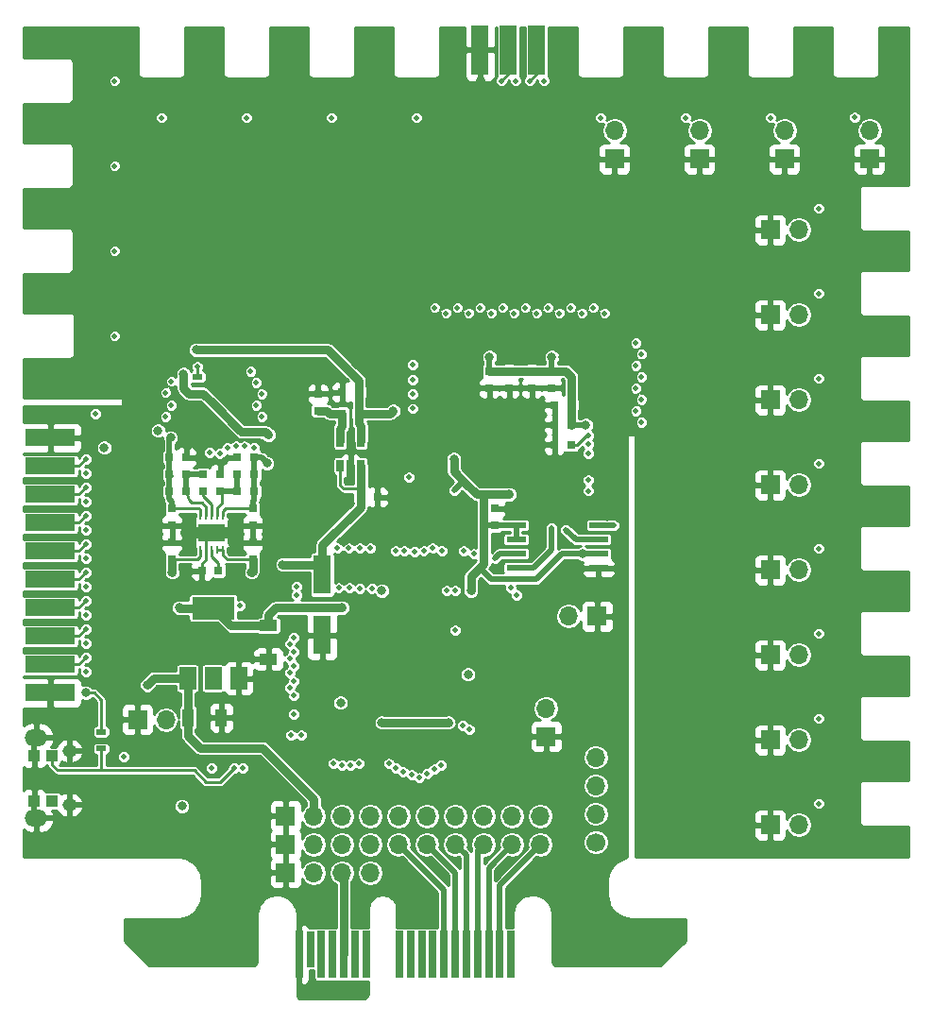
<source format=gbr>
G04 #@! TF.FileFunction,Copper,L4,Bot,Signal*
%FSLAX46Y46*%
G04 Gerber Fmt 4.6, Leading zero omitted, Abs format (unit mm)*
G04 Created by KiCad (PCBNEW 4.0.7) date 07/05/18 17:58:30*
%MOMM*%
%LPD*%
G01*
G04 APERTURE LIST*
%ADD10C,0.050000*%
%ADD11C,0.600000*%
%ADD12R,3.800000X0.250000*%
%ADD13R,0.250000X0.800000*%
%ADD14R,2.400000X1.650000*%
%ADD15R,0.800000X0.750000*%
%ADD16R,0.750000X0.800000*%
%ADD17R,0.900000X0.500000*%
%ADD18R,3.800000X2.000000*%
%ADD19R,1.500000X2.000000*%
%ADD20R,0.700000X4.200000*%
%ADD21R,0.700000X3.200000*%
%ADD22R,1.700000X1.700000*%
%ADD23O,1.700000X1.700000*%
%ADD24R,1.500000X4.500000*%
%ADD25R,4.500000X1.500000*%
%ADD26R,1.000000X1.600000*%
%ADD27R,1.600000X1.000000*%
%ADD28R,1.000000X1.000000*%
%ADD29C,1.700000*%
%ADD30R,1.600000X3.500000*%
%ADD31R,1.750000X0.550000*%
%ADD32O,1.300000X1.100000*%
%ADD33O,2.000000X1.500000*%
%ADD34R,0.650000X1.060000*%
%ADD35C,0.800000*%
%ADD36C,0.500000*%
%ADD37C,0.750000*%
%ADD38C,0.500000*%
%ADD39C,0.250000*%
%ADD40C,0.150000*%
%ADD41C,1.000000*%
%ADD42C,0.254000*%
G04 APERTURE END LIST*
D10*
D11*
X122936000Y-97290000D03*
X122936000Y-98290000D03*
X122036000Y-97790000D03*
D12*
X122936000Y-97540000D03*
D13*
X123936000Y-99290000D03*
X123436000Y-99290000D03*
X122936000Y-99290000D03*
X122436000Y-99290000D03*
X121936000Y-99290000D03*
X121936000Y-96290000D03*
X122436000Y-96290000D03*
X122936000Y-96290000D03*
X123436000Y-96290000D03*
X123936000Y-96290000D03*
D14*
X122936000Y-97790000D03*
D12*
X122936000Y-98040000D03*
D11*
X123836000Y-97790000D03*
D15*
X119138000Y-91059000D03*
X120638000Y-91059000D03*
X126734000Y-91059000D03*
X125234000Y-91059000D03*
X155182000Y-89916000D03*
X153682000Y-89916000D03*
D16*
X148336000Y-97143000D03*
X148336000Y-95643000D03*
D15*
X125234000Y-92583000D03*
X126734000Y-92583000D03*
X119138000Y-92583000D03*
X120638000Y-92583000D03*
D17*
X113030000Y-117145500D03*
X113030000Y-115645500D03*
D15*
X123539950Y-101212650D03*
X122039950Y-101212650D03*
X155182000Y-86360000D03*
X153682000Y-86360000D03*
D16*
X151638000Y-83324000D03*
X151638000Y-84824000D03*
X149606000Y-83324000D03*
X149606000Y-84824000D03*
X147828000Y-83324000D03*
X147828000Y-84824000D03*
X153416000Y-83324000D03*
X153416000Y-84824000D03*
D15*
X155182000Y-88138000D03*
X153682000Y-88138000D03*
D16*
X126599950Y-98684650D03*
X126599950Y-100184650D03*
X119360950Y-100184650D03*
X119360950Y-98684650D03*
X126599950Y-97136650D03*
X126599950Y-95636650D03*
X119360950Y-95636650D03*
X119360950Y-97136650D03*
D18*
X123063000Y-104546000D03*
D19*
X123063000Y-110846000D03*
X120763000Y-110846000D03*
X125363000Y-110846000D03*
D20*
X130767000Y-135603500D03*
D21*
X131767000Y-135103500D03*
D20*
X132767000Y-135603500D03*
X133767000Y-135603500D03*
X134767000Y-135603500D03*
X135767000Y-135603500D03*
X136767000Y-135603500D03*
X149767000Y-135603500D03*
X139767000Y-135603500D03*
X140767000Y-135603500D03*
X141767000Y-135603500D03*
X142767000Y-135603500D03*
X143767000Y-135603500D03*
X144767000Y-135603500D03*
X145767000Y-135603500D03*
X146767000Y-135603500D03*
X147767000Y-135603500D03*
X148767000Y-135603500D03*
D22*
X173024800Y-123977400D03*
D23*
X175564800Y-123977400D03*
D22*
X173024800Y-116357400D03*
D23*
X175564800Y-116357400D03*
D22*
X173024800Y-108737400D03*
D23*
X175564800Y-108737400D03*
D22*
X173024800Y-101117400D03*
D23*
X175564800Y-101117400D03*
D22*
X173024800Y-93497400D03*
D23*
X175564800Y-93497400D03*
D22*
X173024800Y-85877400D03*
D23*
X175564800Y-85877400D03*
D22*
X173024800Y-78257400D03*
D23*
X175564800Y-78257400D03*
D22*
X173024800Y-70637400D03*
D23*
X175564800Y-70637400D03*
D22*
X181914800Y-64287400D03*
D23*
X181914800Y-61747400D03*
D22*
X174294800Y-64287400D03*
D23*
X174294800Y-61747400D03*
D22*
X166674800Y-64287400D03*
D23*
X166674800Y-61747400D03*
D22*
X159054800Y-64287400D03*
D23*
X159054800Y-61747400D03*
D24*
X146989800Y-54508400D03*
X149529800Y-54508400D03*
X152069800Y-54508400D03*
D25*
X108458000Y-112141000D03*
X108458000Y-109601000D03*
X108458000Y-107061000D03*
X108458000Y-104521000D03*
X108458000Y-101981000D03*
X108458000Y-99441000D03*
X108458000Y-96901000D03*
X108458000Y-94361000D03*
X108458000Y-91821000D03*
X108458000Y-89281000D03*
D26*
X120801000Y-114363500D03*
X123801000Y-114363500D03*
D27*
X128016000Y-106132500D03*
X128016000Y-109132500D03*
D28*
X107023000Y-121824500D03*
X108623000Y-121824500D03*
X108623000Y-117824500D03*
X107023000Y-117824500D03*
D29*
X157353000Y-125539500D03*
D23*
X157353000Y-122999500D03*
X157353000Y-120459500D03*
X157353000Y-117919500D03*
D17*
X121666000Y-83832000D03*
X121666000Y-85332000D03*
D30*
X132842000Y-101567000D03*
X132842000Y-106967000D03*
D22*
X116268500Y-114554000D03*
D23*
X118808500Y-114554000D03*
D22*
X129540000Y-128270000D03*
D23*
X132080000Y-128270000D03*
X134620000Y-128270000D03*
X137160000Y-128270000D03*
D22*
X129540000Y-125730000D03*
X129540000Y-123190000D03*
D23*
X132080000Y-125730000D03*
X132080000Y-123190000D03*
X134620000Y-125730000D03*
X134620000Y-123190000D03*
X137160000Y-125730000D03*
X137160000Y-123190000D03*
X139700000Y-125730000D03*
X139700000Y-123190000D03*
X142240000Y-125730000D03*
X142240000Y-123190000D03*
X144780000Y-125730000D03*
X144780000Y-123190000D03*
X147320000Y-125730000D03*
X147320000Y-123190000D03*
X149860000Y-125730000D03*
X149860000Y-123190000D03*
X152400000Y-125730000D03*
X152400000Y-123190000D03*
D31*
X157624000Y-97155000D03*
X157624000Y-98425000D03*
X157624000Y-99695000D03*
X157624000Y-100965000D03*
X150224000Y-100965000D03*
X150224000Y-99695000D03*
X150224000Y-98425000D03*
X150224000Y-97155000D03*
D15*
X126734000Y-94107000D03*
X125234000Y-94107000D03*
D16*
X123698000Y-94095000D03*
X123698000Y-92595000D03*
X122174000Y-94095000D03*
X122174000Y-92595000D03*
D15*
X120638000Y-94107000D03*
X119138000Y-94107000D03*
D22*
X152908000Y-116078000D03*
D23*
X152908000Y-113538000D03*
D32*
X110188000Y-117336000D03*
D33*
X107188000Y-116161000D03*
X107188000Y-123361000D03*
D32*
X110188000Y-122186000D03*
D22*
X157480000Y-105283000D03*
D23*
X154940000Y-105283000D03*
D15*
X136283000Y-94615000D03*
X137783000Y-94615000D03*
X136132000Y-85217000D03*
X134632000Y-85217000D03*
X136132000Y-87122000D03*
X134632000Y-87122000D03*
D16*
X132461000Y-85356000D03*
X132461000Y-86856000D03*
D34*
X136332000Y-91778000D03*
X135382000Y-91778000D03*
X134432000Y-91778000D03*
X134432000Y-89578000D03*
X136332000Y-89578000D03*
D35*
X145923000Y-110490000D03*
X120396000Y-83566000D03*
X113284000Y-90170000D03*
X156210000Y-99695000D03*
X138176000Y-102997000D03*
D36*
X144653000Y-93980000D03*
D35*
X128016000Y-89027000D03*
X111633000Y-112141000D03*
X144653000Y-91186000D03*
X149606000Y-94361000D03*
X146177000Y-102997000D03*
X138176000Y-114808000D03*
X144145000Y-114808000D03*
X134493000Y-113030000D03*
X134620000Y-104521000D03*
X120015000Y-104521000D03*
X135382000Y-93091000D03*
X127762000Y-98552000D03*
X130302000Y-93726000D03*
X149479000Y-114808000D03*
X147066000Y-118110000D03*
X149733000Y-109728000D03*
X151892000Y-109474000D03*
X160274000Y-88392000D03*
X156464000Y-87122000D03*
X158369000Y-80518000D03*
X154432000Y-82042000D03*
X142875000Y-80391000D03*
D36*
X125603000Y-83121500D03*
D35*
X120777000Y-90043000D03*
X130683000Y-87757000D03*
X137668000Y-85217000D03*
X128905000Y-85090000D03*
X127000000Y-78613000D03*
X131953000Y-83566000D03*
X115316000Y-83693000D03*
X119126000Y-79756000D03*
X124333000Y-78740000D03*
X117094000Y-83566000D03*
X116078000Y-87376000D03*
X143002000Y-102997000D03*
X140208000Y-97663000D03*
X142621000Y-96075500D03*
X136144000Y-108204000D03*
X138811000Y-113792000D03*
X135636000Y-110490000D03*
X140335000Y-112395000D03*
D36*
X125476000Y-105219500D03*
D35*
X144526000Y-85788500D03*
X150876000Y-94361000D03*
X146748500Y-82105500D03*
X150495000Y-82169000D03*
X156464000Y-84328000D03*
X158369000Y-96329500D03*
X145542000Y-89281000D03*
D36*
X122809000Y-82804000D03*
D35*
X143764000Y-60960000D03*
X136144000Y-60960000D03*
X128524000Y-60960000D03*
X120904000Y-60960000D03*
X109728000Y-83820000D03*
X114300000Y-74676000D03*
X114300000Y-67056000D03*
X114300000Y-59436000D03*
X125476000Y-113284000D03*
X147002500Y-57277000D03*
X145923000Y-108966000D03*
X121539000Y-81407000D03*
X139192000Y-86868000D03*
X147828000Y-82042000D03*
X156464000Y-88138000D03*
X153416000Y-82042000D03*
D36*
X125730000Y-118872000D03*
X146050000Y-115443000D03*
X122936000Y-118872000D03*
X145415000Y-115062000D03*
X144780000Y-106553000D03*
X124968000Y-118872000D03*
X125476000Y-104330500D03*
D35*
X126492000Y-101346000D03*
X119380000Y-101346000D03*
X118110000Y-88646000D03*
X127889000Y-91567000D03*
X119253000Y-89281000D03*
D36*
X126415800Y-83337400D03*
X135255000Y-102743000D03*
X123698000Y-90678000D03*
X137287000Y-102806500D03*
X119303800Y-84226400D03*
X114223800Y-57302400D03*
X114223800Y-64922400D03*
X118795800Y-85242400D03*
X114223800Y-72542400D03*
X119303800Y-86385400D03*
X118795800Y-87401400D03*
X114223800Y-80162400D03*
X127431800Y-87401400D03*
X141274800Y-60604400D03*
X126923800Y-86385400D03*
X133654800Y-60604400D03*
X126034800Y-60604400D03*
X127431800Y-85369400D03*
X118414800Y-60604400D03*
X126923800Y-84353400D03*
X121666000Y-82931000D03*
X134302500Y-102743000D03*
X156718000Y-89090500D03*
X139446000Y-99441000D03*
X140589000Y-92837000D03*
X145542000Y-99441000D03*
X156718000Y-93091000D03*
X156718000Y-90678000D03*
X143573500Y-99441000D03*
X156718000Y-89852500D03*
X142748000Y-99187000D03*
D35*
X129286000Y-100647500D03*
X117157500Y-111442500D03*
D36*
X160959800Y-86893400D03*
X160959800Y-84861400D03*
X160959800Y-82829400D03*
X160959800Y-80797400D03*
X158165800Y-78130400D03*
X156133800Y-78130400D03*
X153085800Y-77622400D03*
X151053800Y-77622400D03*
X150037800Y-78130400D03*
X148005800Y-78130400D03*
X144957800Y-77622400D03*
X142925800Y-77622400D03*
X177342800Y-122072400D03*
X161467800Y-87909400D03*
X161467800Y-85877400D03*
X177342800Y-114452400D03*
X161467800Y-83845400D03*
X177342800Y-106832400D03*
X177342800Y-99212400D03*
X161467800Y-81813400D03*
X157149800Y-77622400D03*
X177342800Y-91592400D03*
X155117800Y-77622400D03*
X177342800Y-83972400D03*
X177342800Y-76352400D03*
X154101800Y-78130400D03*
X177342800Y-68732400D03*
X152069800Y-78130400D03*
X149021800Y-77622400D03*
X180594000Y-60579000D03*
X173024800Y-60604400D03*
X146989800Y-77622400D03*
X145973800Y-78130400D03*
X165404800Y-60604400D03*
X157784800Y-60604400D03*
X143941800Y-78130400D03*
X148894800Y-57302400D03*
X140970000Y-86664800D03*
X151434800Y-57302400D03*
X140970000Y-84074000D03*
X140970000Y-82753200D03*
X152704800Y-57302400D03*
X150164800Y-57302400D03*
X140970000Y-85369400D03*
X148336000Y-100076000D03*
X124333000Y-90170000D03*
X156718000Y-94043500D03*
X141922500Y-99441000D03*
X154686000Y-97536000D03*
X125095000Y-90043000D03*
X141097000Y-99504500D03*
X153416000Y-97345500D03*
X125857000Y-90043000D03*
X140208000Y-99441000D03*
X143510000Y-118618000D03*
X142875000Y-118999000D03*
X142240000Y-119380000D03*
X141541500Y-119761000D03*
X112522000Y-87122000D03*
X134213600Y-99187000D03*
X126746000Y-90170000D03*
X137160000Y-99187000D03*
X136207500Y-102806500D03*
X122745500Y-90614500D03*
D35*
X120269000Y-122301000D03*
D36*
X115062000Y-117856000D03*
X140081000Y-119253000D03*
X138811000Y-118491000D03*
X135382000Y-118618000D03*
X133858000Y-118491000D03*
X130937000Y-115951000D03*
X130048000Y-115951000D03*
X134620000Y-118618000D03*
X136144000Y-118491000D03*
X139446000Y-118872000D03*
X140843000Y-119507000D03*
X150241000Y-103378000D03*
X149733000Y-102743000D03*
X146431000Y-99695000D03*
X159004000Y-97155000D03*
X111633000Y-108966000D03*
X144018000Y-102997000D03*
X111633000Y-106426000D03*
X130302000Y-112395000D03*
X111633000Y-103886000D03*
X130302000Y-111125000D03*
X111633000Y-101346000D03*
X130302000Y-109728000D03*
X111633000Y-98806000D03*
X130302000Y-108458000D03*
X111633000Y-96266000D03*
X130302000Y-107188000D03*
X111633000Y-93726000D03*
X130556000Y-102616000D03*
X111633000Y-91186000D03*
X135229600Y-99187000D03*
X136194800Y-99187000D03*
X111633000Y-92456000D03*
X111633000Y-94996000D03*
X130556000Y-103378000D03*
X111633000Y-97536000D03*
X129921000Y-107759500D03*
X129921000Y-109093000D03*
X111633000Y-100076000D03*
X129921000Y-110363000D03*
X111633000Y-102616000D03*
X129921000Y-111696500D03*
X111633000Y-105156000D03*
X130302000Y-114046000D03*
X111633000Y-107696000D03*
X111633000Y-110236000D03*
X144780000Y-102997000D03*
D37*
X122162000Y-85332000D02*
X121666000Y-85332000D01*
X120892000Y-85332000D02*
X121666000Y-85332000D01*
X122162000Y-85332000D02*
X123063000Y-86233000D01*
X123063000Y-86233000D02*
X125476000Y-88646000D01*
X125603000Y-88773000D02*
X125476000Y-88646000D01*
X120396000Y-84836000D02*
X120892000Y-85332000D01*
X120396000Y-83566000D02*
X120396000Y-84836000D01*
D38*
X147955000Y-101981000D02*
X152019000Y-101981000D01*
X146939000Y-100965000D02*
X147955000Y-101981000D01*
X154940000Y-99695000D02*
X156210000Y-99695000D01*
X154305000Y-99695000D02*
X154940000Y-99695000D01*
X152019000Y-101981000D02*
X154305000Y-99695000D01*
X148336000Y-97143000D02*
X147320000Y-97143000D01*
X147447000Y-97028000D02*
X147320000Y-97028000D01*
X147435000Y-97028000D02*
X147447000Y-97028000D01*
X147320000Y-97143000D02*
X147435000Y-97028000D01*
X150224000Y-97155000D02*
X148348000Y-97155000D01*
X148348000Y-97155000D02*
X148336000Y-97143000D01*
X150224000Y-98425000D02*
X150224000Y-97155000D01*
X157624000Y-99695000D02*
X156210000Y-99695000D01*
X147320000Y-97536000D02*
X147447000Y-97536000D01*
X147447000Y-97536000D02*
X147320000Y-97536000D01*
D37*
X128016000Y-89027000D02*
X127762000Y-88773000D01*
X127762000Y-88773000D02*
X125603000Y-88773000D01*
X147320000Y-100203000D02*
X147320000Y-100584000D01*
X146177000Y-101727000D02*
X146177000Y-102997000D01*
X147320000Y-100584000D02*
X146939000Y-100965000D01*
X146939000Y-100965000D02*
X146177000Y-101727000D01*
X120040000Y-104546000D02*
X123063000Y-104546000D01*
X120040000Y-104546000D02*
X120015000Y-104521000D01*
D39*
X113030000Y-115645500D02*
X113030000Y-112776000D01*
X112395000Y-112141000D02*
X111633000Y-112141000D01*
X113030000Y-112776000D02*
X112395000Y-112141000D01*
D38*
X147320000Y-100203000D02*
X147320000Y-100076000D01*
X145415000Y-93218000D02*
X145542000Y-93218000D01*
X144653000Y-93980000D02*
X145415000Y-93218000D01*
D37*
X134620000Y-104521000D02*
X128651000Y-104521000D01*
X128016000Y-105156000D02*
X128016000Y-106132500D01*
X128651000Y-104521000D02*
X128016000Y-105156000D01*
X128016000Y-106132500D02*
X124649500Y-106132500D01*
X124649500Y-106132500D02*
X123063000Y-104546000D01*
X147320000Y-100076000D02*
X147320000Y-97536000D01*
X147320000Y-97536000D02*
X147320000Y-97028000D01*
X147320000Y-97028000D02*
X147320000Y-94361000D01*
X144653000Y-91186000D02*
X144653000Y-92329000D01*
X146685000Y-94361000D02*
X147320000Y-94361000D01*
X144653000Y-92329000D02*
X145542000Y-93218000D01*
X145542000Y-93218000D02*
X146685000Y-94361000D01*
X147320000Y-94361000D02*
X149606000Y-94361000D01*
X123206000Y-110989000D02*
X123063000Y-110846000D01*
X144145000Y-114808000D02*
X143129000Y-114808000D01*
X143129000Y-114808000D02*
X138176000Y-114808000D01*
D40*
X122682000Y-89408000D02*
X122682000Y-88646000D01*
X121031000Y-86995000D02*
X119507000Y-86995000D01*
X122682000Y-88646000D02*
X121031000Y-86995000D01*
D37*
X135382000Y-91778000D02*
X135382000Y-93091000D01*
D39*
X122936000Y-97790000D02*
X124841000Y-97790000D01*
X124841000Y-97790000D02*
X125095000Y-97790000D01*
X125095000Y-97790000D02*
X124841000Y-97790000D01*
X122936000Y-97290000D02*
X122936000Y-98290000D01*
X122436000Y-99290000D02*
X122436000Y-100195000D01*
X122039950Y-100591050D02*
X122039950Y-101212650D01*
X122436000Y-100195000D02*
X122039950Y-100591050D01*
X122436000Y-99290000D02*
X122436000Y-98290000D01*
X122436000Y-98290000D02*
X122936000Y-97790000D01*
D41*
X124841000Y-97790000D02*
X124841000Y-97790000D01*
X124841000Y-97790000D02*
X124841000Y-98679000D01*
X124841000Y-97790000D02*
X124841000Y-96901000D01*
X123836000Y-97790000D02*
X124841000Y-97790000D01*
X124841000Y-97790000D02*
X125222000Y-97790000D01*
X121031000Y-97790000D02*
X121031000Y-99187000D01*
X121031000Y-97790000D02*
X121031000Y-96520000D01*
X122936000Y-97790000D02*
X121031000Y-97790000D01*
X121031000Y-97790000D02*
X120650000Y-97790000D01*
D40*
X161251900Y-83299300D02*
X161175700Y-83299300D01*
X160274000Y-88341200D02*
X160274000Y-88392000D01*
X161594800Y-87020400D02*
X160274000Y-88341200D01*
X161594800Y-86690200D02*
X161594800Y-87020400D01*
X161264600Y-86360000D02*
X161594800Y-86690200D01*
X161086800Y-86360000D02*
X161264600Y-86360000D01*
X160756600Y-86029800D02*
X161086800Y-86360000D01*
X160756600Y-85598000D02*
X160756600Y-86029800D01*
X160883600Y-85471000D02*
X160756600Y-85598000D01*
X161137600Y-85471000D02*
X160883600Y-85471000D01*
X161493200Y-85115400D02*
X161137600Y-85471000D01*
X161493200Y-84658200D02*
X161493200Y-85115400D01*
X161417000Y-84582000D02*
X161493200Y-84658200D01*
X161417000Y-84556600D02*
X161417000Y-84582000D01*
X160909000Y-84048600D02*
X161417000Y-84556600D01*
X160909000Y-83566000D02*
X160909000Y-84048600D01*
X161175700Y-83299300D02*
X160909000Y-83566000D01*
X161721800Y-82346800D02*
X161721800Y-82829400D01*
X161721800Y-82829400D02*
X161251900Y-83299300D01*
X161251900Y-83299300D02*
X161188400Y-83362800D01*
X158369000Y-80518000D02*
X159613600Y-80518000D01*
X161264600Y-82346800D02*
X161213800Y-82296000D01*
X161823400Y-82346800D02*
X161721800Y-82346800D01*
X161721800Y-82346800D02*
X161264600Y-82346800D01*
X162179000Y-81991200D02*
X161823400Y-82346800D01*
X162179000Y-81483200D02*
X162179000Y-81991200D01*
X161874200Y-81178400D02*
X162179000Y-81483200D01*
X161366200Y-81178400D02*
X161874200Y-81178400D01*
X161163000Y-81381600D02*
X161366200Y-81178400D01*
X160477200Y-81381600D02*
X161163000Y-81381600D01*
X159613600Y-80518000D02*
X160477200Y-81381600D01*
X155321000Y-78232000D02*
X155575000Y-77978000D01*
X148463000Y-77851000D02*
X148844000Y-78232000D01*
X148844000Y-78232000D02*
X149098000Y-78232000D01*
X149098000Y-78232000D02*
X149225000Y-78105000D01*
X149225000Y-78105000D02*
X149352000Y-78105000D01*
X149352000Y-78105000D02*
X149606000Y-77851000D01*
X149606000Y-77851000D02*
X149606000Y-77724000D01*
X149606000Y-77724000D02*
X149860000Y-77470000D01*
X149860000Y-77470000D02*
X150241000Y-77470000D01*
X150241000Y-77470000D02*
X150495000Y-77724000D01*
X150495000Y-77724000D02*
X150495000Y-77851000D01*
X150495000Y-77851000D02*
X150876000Y-78232000D01*
X150876000Y-78232000D02*
X151257000Y-78232000D01*
X151257000Y-78232000D02*
X151511000Y-77978000D01*
X151511000Y-77978000D02*
X151511000Y-77851000D01*
X151511000Y-77851000D02*
X151765000Y-77597000D01*
X151765000Y-77597000D02*
X152273000Y-77597000D01*
X152273000Y-77597000D02*
X152654000Y-77978000D01*
X152654000Y-77978000D02*
X152654000Y-78105000D01*
X152654000Y-78105000D02*
X152781000Y-78232000D01*
X152781000Y-78232000D02*
X153289000Y-78232000D01*
X153289000Y-78232000D02*
X153670000Y-77851000D01*
X153670000Y-77851000D02*
X153670000Y-77724000D01*
X153670000Y-77724000D02*
X153924000Y-77470000D01*
X153924000Y-77470000D02*
X154305000Y-77470000D01*
X154305000Y-77470000D02*
X154559000Y-77724000D01*
X154559000Y-77724000D02*
X154559000Y-77851000D01*
X154559000Y-77851000D02*
X154940000Y-78232000D01*
X154940000Y-78232000D02*
X155321000Y-78232000D01*
X142875000Y-80391000D02*
X142875000Y-78613000D01*
X147701000Y-77470000D02*
X148082000Y-77470000D01*
X147574000Y-77597000D02*
X147701000Y-77470000D01*
X147574000Y-77851000D02*
X147574000Y-77597000D01*
X147320000Y-78105000D02*
X147574000Y-77851000D01*
X147193000Y-78105000D02*
X147320000Y-78105000D01*
X147066000Y-78232000D02*
X147193000Y-78105000D01*
X146812000Y-78232000D02*
X147066000Y-78232000D01*
X146431000Y-77851000D02*
X146812000Y-78232000D01*
X146431000Y-77724000D02*
X146431000Y-77851000D01*
X146177000Y-77470000D02*
X146431000Y-77724000D01*
X145796000Y-77470000D02*
X146177000Y-77470000D01*
X145542000Y-77724000D02*
X145796000Y-77470000D01*
X145542000Y-77851000D02*
X145542000Y-77724000D01*
X145161000Y-78232000D02*
X145542000Y-77851000D01*
X144780000Y-78232000D02*
X145161000Y-78232000D01*
X144399000Y-77851000D02*
X144780000Y-78232000D01*
X144399000Y-77724000D02*
X144399000Y-77851000D01*
X144145000Y-77470000D02*
X144399000Y-77724000D01*
X143764000Y-77470000D02*
X144145000Y-77470000D01*
X143383000Y-77851000D02*
X143764000Y-77470000D01*
X143383000Y-78105000D02*
X143383000Y-77851000D01*
X142875000Y-78613000D02*
X143383000Y-78105000D01*
X148082000Y-77470000D02*
X148463000Y-77851000D01*
X157734000Y-77851000D02*
X157734000Y-77597000D01*
X157353000Y-78232000D02*
X157734000Y-77851000D01*
X156845000Y-78232000D02*
X157353000Y-78232000D01*
X156718000Y-78105000D02*
X156845000Y-78232000D01*
X156718000Y-77978000D02*
X156718000Y-78105000D01*
X156337000Y-77597000D02*
X156718000Y-77978000D01*
X155829000Y-77597000D02*
X156337000Y-77597000D01*
X155575000Y-77851000D02*
X155829000Y-77597000D01*
X155575000Y-77978000D02*
X155575000Y-77851000D01*
X125603000Y-83121500D02*
X125603000Y-83693000D01*
X126746000Y-86995000D02*
X126492000Y-87249000D01*
X127127000Y-86995000D02*
X126746000Y-86995000D01*
X127762000Y-86360000D02*
X127127000Y-86995000D01*
X127762000Y-86233000D02*
X127762000Y-86360000D01*
X127508000Y-85979000D02*
X127762000Y-86233000D01*
X127254000Y-85979000D02*
X127508000Y-85979000D01*
X126746000Y-85471000D02*
X127254000Y-85979000D01*
X126746000Y-85090000D02*
X126746000Y-85471000D01*
X126873000Y-84963000D02*
X126746000Y-85090000D01*
X127127000Y-84963000D02*
X126873000Y-84963000D01*
X127635000Y-84455000D02*
X127127000Y-84963000D01*
X127635000Y-84074000D02*
X127635000Y-84455000D01*
X127381000Y-83820000D02*
X127635000Y-84074000D01*
X126746000Y-83820000D02*
X127381000Y-83820000D01*
X126619000Y-83947000D02*
X126746000Y-83820000D01*
X125857000Y-83947000D02*
X126619000Y-83947000D01*
X125603000Y-83693000D02*
X125857000Y-83947000D01*
X118491000Y-84074000D02*
X119634000Y-82931000D01*
X119507000Y-86995000D02*
X119126000Y-86995000D01*
X119126000Y-86995000D02*
X118618000Y-86487000D01*
X118618000Y-86487000D02*
X118618000Y-86233000D01*
X118618000Y-86233000D02*
X119507000Y-85344000D01*
X119507000Y-85344000D02*
X119507000Y-85090000D01*
X119507000Y-85090000D02*
X119126000Y-84709000D01*
X119126000Y-84709000D02*
X118872000Y-84709000D01*
X118872000Y-84709000D02*
X118491000Y-84328000D01*
X118491000Y-84328000D02*
X118491000Y-84074000D01*
D39*
X120777000Y-90043000D02*
X121031000Y-89408000D01*
D40*
X127254000Y-89408000D02*
X127508000Y-89662000D01*
X125476000Y-89408000D02*
X127254000Y-89408000D01*
X121031000Y-89408000D02*
X122682000Y-89408000D01*
X122682000Y-89408000D02*
X125476000Y-89408000D01*
D39*
X128905000Y-85979000D02*
X130683000Y-87757000D01*
X128905000Y-85090000D02*
X128905000Y-85979000D01*
X128905000Y-85090000D02*
X130429000Y-85090000D01*
X130429000Y-85090000D02*
X131953000Y-83566000D01*
X115443000Y-83566000D02*
X115316000Y-83693000D01*
X120142000Y-78740000D02*
X119126000Y-79756000D01*
X124333000Y-78740000D02*
X120142000Y-78740000D01*
X117094000Y-83566000D02*
X115443000Y-83566000D01*
D38*
X107023000Y-121824500D02*
X107023000Y-123259500D01*
X107023000Y-123259500D02*
X107188000Y-123424500D01*
X107023000Y-117824500D02*
X107023000Y-116389500D01*
X107023000Y-116389500D02*
X107188000Y-116224500D01*
X108458000Y-89281000D02*
X109601000Y-89281000D01*
X108458000Y-112141000D02*
X108458000Y-113538000D01*
X108458000Y-113538000D02*
X108966000Y-114046000D01*
X125234000Y-91059000D02*
X124212350Y-91179650D01*
X124212350Y-91179650D02*
X123698000Y-91694000D01*
D39*
X108458000Y-112141000D02*
X110236000Y-112141000D01*
X108458000Y-89281000D02*
X110363000Y-89281000D01*
D37*
X136132000Y-87122000D02*
X138938000Y-87122000D01*
X138938000Y-87122000D02*
X139192000Y-86868000D01*
X136332000Y-89578000D02*
X136332000Y-88199000D01*
X136132000Y-87999000D02*
X136132000Y-87122000D01*
X136332000Y-88199000D02*
X136132000Y-87999000D01*
X136132000Y-87122000D02*
X136132000Y-85217000D01*
X136132000Y-85217000D02*
X136132000Y-84189000D01*
X133350000Y-81407000D02*
X131826000Y-81407000D01*
X121539000Y-81407000D02*
X131826000Y-81407000D01*
X135140700Y-83197700D02*
X133350000Y-81407000D01*
X136132000Y-84189000D02*
X135140700Y-83197700D01*
D38*
X156464000Y-88138000D02*
X155182000Y-88138000D01*
X147828000Y-83324000D02*
X147828000Y-82042000D01*
X153416000Y-83324000D02*
X153416000Y-82042000D01*
D37*
X155182000Y-86360000D02*
X155182000Y-88138000D01*
X153416000Y-83324000D02*
X154698000Y-83324000D01*
X155182000Y-83808000D02*
X155182000Y-86360000D01*
X154698000Y-83324000D02*
X155182000Y-83808000D01*
X151638000Y-83324000D02*
X153416000Y-83324000D01*
X149606000Y-83324000D02*
X151638000Y-83324000D01*
X147828000Y-83324000D02*
X149606000Y-83324000D01*
D39*
X122936000Y-96290000D02*
X122936000Y-95758000D01*
X122936000Y-95758000D02*
X122936000Y-95250000D01*
X122936000Y-95250000D02*
X122154950Y-94468950D01*
X122154950Y-94468950D02*
X122154950Y-94342650D01*
X110898500Y-119090000D02*
X109120500Y-119090000D01*
X113030000Y-119090000D02*
X110898500Y-119090000D01*
X108623000Y-118592500D02*
X108623000Y-117824500D01*
X109120500Y-119090000D02*
X108623000Y-118592500D01*
X113030000Y-117145500D02*
X113030000Y-119090000D01*
X113030000Y-119090000D02*
X113030000Y-118999000D01*
X113030000Y-118999000D02*
X113030000Y-119090000D01*
X113030000Y-119090000D02*
X113756000Y-119090000D01*
X123698000Y-120142000D02*
X124968000Y-118872000D01*
X122428000Y-120142000D02*
X123698000Y-120142000D01*
X121376000Y-119090000D02*
X122428000Y-120142000D01*
X115227000Y-119090000D02*
X121376000Y-119090000D01*
X113756000Y-119090000D02*
X115227000Y-119090000D01*
X123936000Y-99290000D02*
X123936000Y-99806000D01*
X123436000Y-99290000D02*
X123936000Y-99290000D01*
X126599950Y-100184650D02*
X124314650Y-100184650D01*
X124314650Y-100184650D02*
X123936000Y-99806000D01*
D37*
X126599950Y-101238050D02*
X126599950Y-100184650D01*
X126599950Y-101238050D02*
X126492000Y-101346000D01*
D39*
X121936000Y-99290000D02*
X121936000Y-99933000D01*
X121684350Y-100184650D02*
X119360950Y-100184650D01*
X121936000Y-99933000D02*
X121684350Y-100184650D01*
D37*
X119360950Y-101326950D02*
X119360950Y-100184650D01*
X119360950Y-101326950D02*
X119380000Y-101346000D01*
X134767000Y-135603500D02*
X134767000Y-128417000D01*
X134767000Y-128417000D02*
X134620000Y-128270000D01*
D39*
X122936000Y-99290000D02*
X122936000Y-99822000D01*
X122936000Y-99822000D02*
X122936000Y-99949000D01*
X123539950Y-100552950D02*
X123539950Y-101212650D01*
X122936000Y-99949000D02*
X123539950Y-100552950D01*
X123436000Y-96290000D02*
X123436000Y-95512000D01*
D38*
X125234000Y-92583000D02*
X125234000Y-94107000D01*
X123698000Y-94095000D02*
X125222000Y-94095000D01*
X125222000Y-94095000D02*
X125234000Y-94107000D01*
D39*
X123805950Y-95142050D02*
X123805950Y-94342650D01*
X123436000Y-95512000D02*
X123805950Y-95142050D01*
X125119000Y-94222000D02*
X125234000Y-94107000D01*
X123936000Y-96290000D02*
X123936000Y-95901000D01*
X123936000Y-95901000D02*
X124200350Y-95636650D01*
D38*
X126734000Y-91059000D02*
X127381000Y-91059000D01*
X127381000Y-91059000D02*
X127889000Y-91567000D01*
X126734000Y-91059000D02*
X126734000Y-92583000D01*
X126734000Y-92583000D02*
X126734000Y-94107000D01*
X126599950Y-95636650D02*
X126599950Y-95015050D01*
X126599950Y-95015050D02*
X126734000Y-94881000D01*
X126734000Y-94881000D02*
X126734000Y-94107000D01*
D39*
X123936000Y-95901000D02*
X124200350Y-95636650D01*
X124200350Y-95636650D02*
X126599950Y-95636650D01*
D38*
X126587950Y-95624650D02*
X126599950Y-95636650D01*
X119138000Y-94754000D02*
X119138000Y-94107000D01*
X119138000Y-92583000D02*
X119138000Y-94107000D01*
X119126000Y-94119000D02*
X119138000Y-94107000D01*
X119265000Y-92710000D02*
X119138000Y-92583000D01*
D39*
X121936000Y-96290000D02*
X121936000Y-95774000D01*
D38*
X119360950Y-95636650D02*
X119360950Y-94976950D01*
X119360950Y-94976950D02*
X119138000Y-94754000D01*
D39*
X121798650Y-95636650D02*
X119360950Y-95636650D01*
X121936000Y-95774000D02*
X121798650Y-95636650D01*
D38*
X119138000Y-91059000D02*
X119138000Y-92583000D01*
X119138000Y-91059000D02*
X119138000Y-89396000D01*
X119138000Y-89396000D02*
X119253000Y-89281000D01*
D39*
X119253000Y-89281000D02*
X119245950Y-89288050D01*
X122436000Y-96290000D02*
X122436000Y-95766000D01*
D38*
X120638000Y-92583000D02*
X120638000Y-94107000D01*
X120638000Y-92583000D02*
X122162000Y-92583000D01*
X122162000Y-92583000D02*
X122174000Y-92595000D01*
D39*
X122436000Y-95766000D02*
X122436000Y-95512000D01*
X122436000Y-95512000D02*
X122047000Y-95123000D01*
X122047000Y-95123000D02*
X121158000Y-95123000D01*
X121158000Y-95123000D02*
X120872950Y-94837950D01*
X120872950Y-94837950D02*
X120638000Y-94107000D01*
X120777000Y-92722000D02*
X120638000Y-92583000D01*
X120765000Y-92710000D02*
X120638000Y-92583000D01*
X121666000Y-83832000D02*
X121666000Y-82931000D01*
X155702000Y-89916000D02*
X156527500Y-89090500D01*
X155702000Y-89916000D02*
X155182000Y-89916000D01*
X156527500Y-89090500D02*
X156718000Y-89090500D01*
X134432000Y-91778000D02*
X134432000Y-93538000D01*
X134747000Y-93853000D02*
X136332000Y-93853000D01*
X134432000Y-93538000D02*
X134747000Y-93853000D01*
D37*
X136283000Y-94615000D02*
X136283000Y-95492000D01*
X132842000Y-98933000D02*
X132842000Y-101567000D01*
X136283000Y-95492000D02*
X132842000Y-98933000D01*
X136332000Y-91778000D02*
X136332000Y-93345000D01*
X136332000Y-93345000D02*
X136332000Y-93853000D01*
X136332000Y-93853000D02*
X136332000Y-94566000D01*
X136332000Y-94566000D02*
X136283000Y-94615000D01*
D41*
X132691000Y-101416000D02*
X132842000Y-101567000D01*
D37*
X129286000Y-100647500D02*
X132790500Y-100647500D01*
X127508000Y-117094000D02*
X132080000Y-121666000D01*
X121920000Y-117094000D02*
X127254000Y-117094000D01*
X120801000Y-115975000D02*
X121920000Y-117094000D01*
X120801000Y-114363500D02*
X120801000Y-115975000D01*
X127254000Y-117094000D02*
X127508000Y-117094000D01*
X132080000Y-121666000D02*
X132080000Y-123190000D01*
X132790500Y-100584000D02*
X132790500Y-101409500D01*
X132790500Y-101409500D02*
X132842000Y-101358000D01*
X132842000Y-101358000D02*
X132842000Y-101219000D01*
X132842000Y-101219000D02*
X132842000Y-101409500D01*
X120763000Y-110846000D02*
X117754000Y-110846000D01*
X117754000Y-110846000D02*
X117157500Y-111442500D01*
X120888000Y-114450500D02*
X120801000Y-114363500D01*
X120801000Y-114363500D02*
X120801000Y-110884000D01*
X120801000Y-110884000D02*
X120763000Y-110846000D01*
X120888000Y-110971000D02*
X120763000Y-110846000D01*
X120777000Y-110860000D02*
X120763000Y-110846000D01*
D39*
X149529800Y-56667400D02*
X148894800Y-57302400D01*
X149529800Y-54508400D02*
X149529800Y-56667400D01*
X151434800Y-57302400D02*
X152069800Y-56667400D01*
X152069800Y-54508400D02*
X152069800Y-56667400D01*
D38*
X150224000Y-99695000D02*
X148717000Y-99695000D01*
X148717000Y-99695000D02*
X148336000Y-100076000D01*
X157624000Y-98425000D02*
X155575000Y-98425000D01*
X155575000Y-98425000D02*
X154686000Y-97536000D01*
X150224000Y-100965000D02*
X151765000Y-100965000D01*
X153416000Y-99314000D02*
X153416000Y-97345500D01*
X151765000Y-100965000D02*
X153416000Y-99314000D01*
X147767000Y-135603500D02*
X147767000Y-127823000D01*
X147767000Y-127823000D02*
X149860000Y-125730000D01*
X146767000Y-135603500D02*
X146767000Y-126283000D01*
X146767000Y-126283000D02*
X147320000Y-125730000D01*
X143767000Y-135603500D02*
X143767000Y-129797000D01*
X143767000Y-129797000D02*
X139700000Y-125730000D01*
X144767000Y-135603500D02*
X144767000Y-128257000D01*
X144767000Y-128257000D02*
X142240000Y-125730000D01*
X145767000Y-135603500D02*
X145767000Y-126717000D01*
X145767000Y-126717000D02*
X144780000Y-125730000D01*
X148767000Y-135603500D02*
X148767000Y-129363000D01*
X148767000Y-129363000D02*
X152400000Y-125730000D01*
X157624000Y-97155000D02*
X159004000Y-97155000D01*
D39*
X110998000Y-109601000D02*
X111633000Y-108966000D01*
X108458000Y-109601000D02*
X110998000Y-109601000D01*
X110998000Y-107061000D02*
X111633000Y-106426000D01*
X108458000Y-107061000D02*
X110998000Y-107061000D01*
X110998000Y-104521000D02*
X111633000Y-103886000D01*
X110998000Y-104521000D02*
X108458000Y-104521000D01*
X108458000Y-101981000D02*
X110998000Y-101981000D01*
X110998000Y-101981000D02*
X111633000Y-101346000D01*
X108458000Y-99441000D02*
X110998000Y-99441000D01*
X110998000Y-99441000D02*
X111633000Y-98806000D01*
X110998000Y-96901000D02*
X111633000Y-96266000D01*
X110998000Y-96901000D02*
X108458000Y-96901000D01*
X110998000Y-94361000D02*
X111633000Y-93726000D01*
X108458000Y-94361000D02*
X110998000Y-94361000D01*
X110998000Y-91821000D02*
X111633000Y-91186000D01*
X108458000Y-91821000D02*
X110998000Y-91821000D01*
D37*
X134432000Y-89578000D02*
X134432000Y-88453000D01*
X134632000Y-88253000D02*
X134632000Y-87122000D01*
X134432000Y-88453000D02*
X134632000Y-88253000D01*
X134632000Y-87122000D02*
X133477000Y-87122000D01*
X133211000Y-86856000D02*
X132461000Y-86856000D01*
X133477000Y-87122000D02*
X133211000Y-86856000D01*
D42*
G36*
X116311000Y-56642000D02*
X116341600Y-56795839D01*
X116428743Y-56926257D01*
X116559161Y-57013400D01*
X116713000Y-57044000D01*
X120142000Y-57044000D01*
X120295839Y-57013400D01*
X120426257Y-56926257D01*
X120513400Y-56795839D01*
X120544000Y-56642000D01*
X120544000Y-52472000D01*
X123931000Y-52472000D01*
X123931000Y-56642000D01*
X123961600Y-56795839D01*
X124048743Y-56926257D01*
X124179161Y-57013400D01*
X124333000Y-57044000D01*
X127762000Y-57044000D01*
X127915839Y-57013400D01*
X128046257Y-56926257D01*
X128133400Y-56795839D01*
X128164000Y-56642000D01*
X128164000Y-52472000D01*
X131551000Y-52472000D01*
X131551000Y-56642000D01*
X131581600Y-56795839D01*
X131668743Y-56926257D01*
X131799161Y-57013400D01*
X131953000Y-57044000D01*
X135382000Y-57044000D01*
X135535839Y-57013400D01*
X135666257Y-56926257D01*
X135753400Y-56795839D01*
X135784000Y-56642000D01*
X135784000Y-52472000D01*
X139171000Y-52472000D01*
X139171000Y-56642000D01*
X139201600Y-56795839D01*
X139288743Y-56926257D01*
X139419161Y-57013400D01*
X139573000Y-57044000D01*
X143002000Y-57044000D01*
X143155839Y-57013400D01*
X143286257Y-56926257D01*
X143373400Y-56795839D01*
X143404000Y-56642000D01*
X143404000Y-54794150D01*
X145604800Y-54794150D01*
X145604800Y-56884710D01*
X145701473Y-57118099D01*
X145880102Y-57296727D01*
X146113491Y-57393400D01*
X146704050Y-57393400D01*
X146862800Y-57234650D01*
X146862800Y-54635400D01*
X147116800Y-54635400D01*
X147116800Y-57234650D01*
X147275550Y-57393400D01*
X147866109Y-57393400D01*
X148099498Y-57296727D01*
X148278127Y-57118099D01*
X148374800Y-56884710D01*
X148374800Y-54794150D01*
X148216050Y-54635400D01*
X147116800Y-54635400D01*
X146862800Y-54635400D01*
X145763550Y-54635400D01*
X145604800Y-54794150D01*
X143404000Y-54794150D01*
X143404000Y-52472000D01*
X145604800Y-52472000D01*
X145604800Y-54222650D01*
X145763550Y-54381400D01*
X146862800Y-54381400D01*
X146862800Y-54361400D01*
X147116800Y-54361400D01*
X147116800Y-54381400D01*
X148216050Y-54381400D01*
X148374800Y-54222650D01*
X148374800Y-52472000D01*
X148446394Y-52472000D01*
X148446394Y-56758400D01*
X148469195Y-56879579D01*
X148481887Y-56899303D01*
X148405929Y-56975129D01*
X148317900Y-57187124D01*
X148317700Y-57416669D01*
X148405358Y-57628817D01*
X148567529Y-57791271D01*
X148779524Y-57879300D01*
X149009069Y-57879500D01*
X149221217Y-57791842D01*
X149383671Y-57629671D01*
X149471700Y-57417676D01*
X149471746Y-57364678D01*
X149587846Y-57248578D01*
X149587700Y-57416669D01*
X149675358Y-57628817D01*
X149837529Y-57791271D01*
X150049524Y-57879300D01*
X150279069Y-57879500D01*
X150491217Y-57791842D01*
X150653671Y-57629671D01*
X150741700Y-57417676D01*
X150741900Y-57188131D01*
X150654242Y-56975983D01*
X150578644Y-56900253D01*
X150586938Y-56888114D01*
X150613206Y-56758400D01*
X150613206Y-52472000D01*
X150986394Y-52472000D01*
X150986394Y-56758400D01*
X151009195Y-56879579D01*
X151021887Y-56899303D01*
X150945929Y-56975129D01*
X150857900Y-57187124D01*
X150857700Y-57416669D01*
X150945358Y-57628817D01*
X151107529Y-57791271D01*
X151319524Y-57879300D01*
X151549069Y-57879500D01*
X151761217Y-57791842D01*
X151923671Y-57629671D01*
X152011700Y-57417676D01*
X152011746Y-57364678D01*
X152127846Y-57248578D01*
X152127700Y-57416669D01*
X152215358Y-57628817D01*
X152377529Y-57791271D01*
X152589524Y-57879300D01*
X152819069Y-57879500D01*
X153031217Y-57791842D01*
X153193671Y-57629671D01*
X153281700Y-57417676D01*
X153281900Y-57188131D01*
X153194242Y-56975983D01*
X153118644Y-56900253D01*
X153126938Y-56888114D01*
X153153206Y-56758400D01*
X153153206Y-52472000D01*
X155681000Y-52472000D01*
X155681000Y-56642000D01*
X155711600Y-56795839D01*
X155798743Y-56926257D01*
X155929161Y-57013400D01*
X156083000Y-57044000D01*
X159512000Y-57044000D01*
X159665839Y-57013400D01*
X159796257Y-56926257D01*
X159883400Y-56795839D01*
X159914000Y-56642000D01*
X159914000Y-52472000D01*
X163301000Y-52472000D01*
X163301000Y-56642000D01*
X163331600Y-56795839D01*
X163418743Y-56926257D01*
X163549161Y-57013400D01*
X163703000Y-57044000D01*
X167132000Y-57044000D01*
X167285839Y-57013400D01*
X167416257Y-56926257D01*
X167503400Y-56795839D01*
X167534000Y-56642000D01*
X167534000Y-52472000D01*
X170921000Y-52472000D01*
X170921000Y-56642000D01*
X170951600Y-56795839D01*
X171038743Y-56926257D01*
X171169161Y-57013400D01*
X171323000Y-57044000D01*
X174752000Y-57044000D01*
X174905839Y-57013400D01*
X175036257Y-56926257D01*
X175123400Y-56795839D01*
X175154000Y-56642000D01*
X175154000Y-52472000D01*
X178541000Y-52472000D01*
X178541000Y-56642000D01*
X178571600Y-56795839D01*
X178658743Y-56926257D01*
X178789161Y-57013400D01*
X178943000Y-57044000D01*
X182372000Y-57044000D01*
X182525839Y-57013400D01*
X182656257Y-56926257D01*
X182743400Y-56795839D01*
X182774000Y-56642000D01*
X182774000Y-52472000D01*
X185399000Y-52472000D01*
X185399000Y-66654000D01*
X181356000Y-66654000D01*
X181202161Y-66684600D01*
X181071743Y-66771743D01*
X180984600Y-66902161D01*
X180954000Y-67056000D01*
X180954000Y-70358000D01*
X180984600Y-70511839D01*
X181071743Y-70642257D01*
X181202161Y-70729400D01*
X181356000Y-70760000D01*
X185399000Y-70760000D01*
X185399000Y-74274000D01*
X181356000Y-74274000D01*
X181202161Y-74304600D01*
X181071743Y-74391743D01*
X180984600Y-74522161D01*
X180954000Y-74676000D01*
X180954000Y-77978000D01*
X180984600Y-78131839D01*
X181071743Y-78262257D01*
X181202161Y-78349400D01*
X181356000Y-78380000D01*
X185399000Y-78380000D01*
X185399000Y-81894000D01*
X181356000Y-81894000D01*
X181202161Y-81924600D01*
X181071743Y-82011743D01*
X180984600Y-82142161D01*
X180954000Y-82296000D01*
X180954000Y-85598000D01*
X180984600Y-85751839D01*
X181071743Y-85882257D01*
X181202161Y-85969400D01*
X181356000Y-86000000D01*
X185399000Y-86000000D01*
X185399000Y-89514000D01*
X181356000Y-89514000D01*
X181202161Y-89544600D01*
X181071743Y-89631743D01*
X180984600Y-89762161D01*
X180954000Y-89916000D01*
X180954000Y-93218000D01*
X180984600Y-93371839D01*
X181071743Y-93502257D01*
X181202161Y-93589400D01*
X181356000Y-93620000D01*
X185399000Y-93620000D01*
X185399000Y-97134000D01*
X181356000Y-97134000D01*
X181202161Y-97164600D01*
X181071743Y-97251743D01*
X180984600Y-97382161D01*
X180954000Y-97536000D01*
X180954000Y-100838000D01*
X180984600Y-100991839D01*
X181071743Y-101122257D01*
X181202161Y-101209400D01*
X181356000Y-101240000D01*
X185399000Y-101240000D01*
X185399000Y-104754000D01*
X181356000Y-104754000D01*
X181202161Y-104784600D01*
X181071743Y-104871743D01*
X180984600Y-105002161D01*
X180954000Y-105156000D01*
X180954000Y-108458000D01*
X180984600Y-108611839D01*
X181071743Y-108742257D01*
X181202161Y-108829400D01*
X181356000Y-108860000D01*
X185399000Y-108860000D01*
X185399000Y-112374000D01*
X181356000Y-112374000D01*
X181202161Y-112404600D01*
X181071743Y-112491743D01*
X180984600Y-112622161D01*
X180954000Y-112776000D01*
X180954000Y-116078000D01*
X180984600Y-116231839D01*
X181071743Y-116362257D01*
X181202161Y-116449400D01*
X181356000Y-116480000D01*
X185399000Y-116480000D01*
X185399000Y-119994000D01*
X181356000Y-119994000D01*
X181202161Y-120024600D01*
X181071743Y-120111743D01*
X180984600Y-120242161D01*
X180954000Y-120396000D01*
X180954000Y-123698000D01*
X180984600Y-123851839D01*
X181071743Y-123982257D01*
X181202161Y-124069400D01*
X181356000Y-124100000D01*
X185399000Y-124100000D01*
X185399000Y-126852000D01*
X160909000Y-126852000D01*
X160909000Y-124263150D01*
X171539800Y-124263150D01*
X171539800Y-124953710D01*
X171636473Y-125187099D01*
X171815102Y-125365727D01*
X172048491Y-125462400D01*
X172739050Y-125462400D01*
X172897800Y-125303650D01*
X172897800Y-124104400D01*
X171698550Y-124104400D01*
X171539800Y-124263150D01*
X160909000Y-124263150D01*
X160909000Y-123001090D01*
X171539800Y-123001090D01*
X171539800Y-123691650D01*
X171698550Y-123850400D01*
X172897800Y-123850400D01*
X172897800Y-122651150D01*
X173151800Y-122651150D01*
X173151800Y-123850400D01*
X173171800Y-123850400D01*
X173171800Y-124104400D01*
X173151800Y-124104400D01*
X173151800Y-125303650D01*
X173310550Y-125462400D01*
X174001109Y-125462400D01*
X174234498Y-125365727D01*
X174413127Y-125187099D01*
X174509800Y-124953710D01*
X174509800Y-124510828D01*
X174709476Y-124809665D01*
X175091323Y-125064806D01*
X175541741Y-125154400D01*
X175587859Y-125154400D01*
X176038277Y-125064806D01*
X176420124Y-124809665D01*
X176675265Y-124427818D01*
X176764859Y-123977400D01*
X176675265Y-123526982D01*
X176420124Y-123145135D01*
X176038277Y-122889994D01*
X175587859Y-122800400D01*
X175541741Y-122800400D01*
X175091323Y-122889994D01*
X174709476Y-123145135D01*
X174509800Y-123443972D01*
X174509800Y-123001090D01*
X174413127Y-122767701D01*
X174234498Y-122589073D01*
X174001109Y-122492400D01*
X173310550Y-122492400D01*
X173151800Y-122651150D01*
X172897800Y-122651150D01*
X172739050Y-122492400D01*
X172048491Y-122492400D01*
X171815102Y-122589073D01*
X171636473Y-122767701D01*
X171539800Y-123001090D01*
X160909000Y-123001090D01*
X160909000Y-122186669D01*
X176765700Y-122186669D01*
X176853358Y-122398817D01*
X177015529Y-122561271D01*
X177227524Y-122649300D01*
X177457069Y-122649500D01*
X177669217Y-122561842D01*
X177831671Y-122399671D01*
X177919700Y-122187676D01*
X177919900Y-121958131D01*
X177832242Y-121745983D01*
X177670071Y-121583529D01*
X177458076Y-121495500D01*
X177228531Y-121495300D01*
X177016383Y-121582958D01*
X176853929Y-121745129D01*
X176765900Y-121957124D01*
X176765700Y-122186669D01*
X160909000Y-122186669D01*
X160909000Y-116643150D01*
X171539800Y-116643150D01*
X171539800Y-117333710D01*
X171636473Y-117567099D01*
X171815102Y-117745727D01*
X172048491Y-117842400D01*
X172739050Y-117842400D01*
X172897800Y-117683650D01*
X172897800Y-116484400D01*
X171698550Y-116484400D01*
X171539800Y-116643150D01*
X160909000Y-116643150D01*
X160909000Y-115381090D01*
X171539800Y-115381090D01*
X171539800Y-116071650D01*
X171698550Y-116230400D01*
X172897800Y-116230400D01*
X172897800Y-115031150D01*
X173151800Y-115031150D01*
X173151800Y-116230400D01*
X173171800Y-116230400D01*
X173171800Y-116484400D01*
X173151800Y-116484400D01*
X173151800Y-117683650D01*
X173310550Y-117842400D01*
X174001109Y-117842400D01*
X174234498Y-117745727D01*
X174413127Y-117567099D01*
X174509800Y-117333710D01*
X174509800Y-116890828D01*
X174709476Y-117189665D01*
X175091323Y-117444806D01*
X175541741Y-117534400D01*
X175587859Y-117534400D01*
X176038277Y-117444806D01*
X176420124Y-117189665D01*
X176675265Y-116807818D01*
X176764859Y-116357400D01*
X176675265Y-115906982D01*
X176420124Y-115525135D01*
X176038277Y-115269994D01*
X175587859Y-115180400D01*
X175541741Y-115180400D01*
X175091323Y-115269994D01*
X174709476Y-115525135D01*
X174509800Y-115823972D01*
X174509800Y-115381090D01*
X174413127Y-115147701D01*
X174234498Y-114969073D01*
X174001109Y-114872400D01*
X173310550Y-114872400D01*
X173151800Y-115031150D01*
X172897800Y-115031150D01*
X172739050Y-114872400D01*
X172048491Y-114872400D01*
X171815102Y-114969073D01*
X171636473Y-115147701D01*
X171539800Y-115381090D01*
X160909000Y-115381090D01*
X160909000Y-114566669D01*
X176765700Y-114566669D01*
X176853358Y-114778817D01*
X177015529Y-114941271D01*
X177227524Y-115029300D01*
X177457069Y-115029500D01*
X177669217Y-114941842D01*
X177831671Y-114779671D01*
X177919700Y-114567676D01*
X177919900Y-114338131D01*
X177832242Y-114125983D01*
X177670071Y-113963529D01*
X177458076Y-113875500D01*
X177228531Y-113875300D01*
X177016383Y-113962958D01*
X176853929Y-114125129D01*
X176765900Y-114337124D01*
X176765700Y-114566669D01*
X160909000Y-114566669D01*
X160909000Y-109023150D01*
X171539800Y-109023150D01*
X171539800Y-109713710D01*
X171636473Y-109947099D01*
X171815102Y-110125727D01*
X172048491Y-110222400D01*
X172739050Y-110222400D01*
X172897800Y-110063650D01*
X172897800Y-108864400D01*
X171698550Y-108864400D01*
X171539800Y-109023150D01*
X160909000Y-109023150D01*
X160909000Y-107761090D01*
X171539800Y-107761090D01*
X171539800Y-108451650D01*
X171698550Y-108610400D01*
X172897800Y-108610400D01*
X172897800Y-107411150D01*
X173151800Y-107411150D01*
X173151800Y-108610400D01*
X173171800Y-108610400D01*
X173171800Y-108864400D01*
X173151800Y-108864400D01*
X173151800Y-110063650D01*
X173310550Y-110222400D01*
X174001109Y-110222400D01*
X174234498Y-110125727D01*
X174413127Y-109947099D01*
X174509800Y-109713710D01*
X174509800Y-109270828D01*
X174709476Y-109569665D01*
X175091323Y-109824806D01*
X175541741Y-109914400D01*
X175587859Y-109914400D01*
X176038277Y-109824806D01*
X176420124Y-109569665D01*
X176675265Y-109187818D01*
X176764859Y-108737400D01*
X176675265Y-108286982D01*
X176420124Y-107905135D01*
X176038277Y-107649994D01*
X175587859Y-107560400D01*
X175541741Y-107560400D01*
X175091323Y-107649994D01*
X174709476Y-107905135D01*
X174509800Y-108203972D01*
X174509800Y-107761090D01*
X174413127Y-107527701D01*
X174234498Y-107349073D01*
X174001109Y-107252400D01*
X173310550Y-107252400D01*
X173151800Y-107411150D01*
X172897800Y-107411150D01*
X172739050Y-107252400D01*
X172048491Y-107252400D01*
X171815102Y-107349073D01*
X171636473Y-107527701D01*
X171539800Y-107761090D01*
X160909000Y-107761090D01*
X160909000Y-106946669D01*
X176765700Y-106946669D01*
X176853358Y-107158817D01*
X177015529Y-107321271D01*
X177227524Y-107409300D01*
X177457069Y-107409500D01*
X177669217Y-107321842D01*
X177831671Y-107159671D01*
X177919700Y-106947676D01*
X177919900Y-106718131D01*
X177832242Y-106505983D01*
X177670071Y-106343529D01*
X177458076Y-106255500D01*
X177228531Y-106255300D01*
X177016383Y-106342958D01*
X176853929Y-106505129D01*
X176765900Y-106717124D01*
X176765700Y-106946669D01*
X160909000Y-106946669D01*
X160909000Y-101403150D01*
X171539800Y-101403150D01*
X171539800Y-102093710D01*
X171636473Y-102327099D01*
X171815102Y-102505727D01*
X172048491Y-102602400D01*
X172739050Y-102602400D01*
X172897800Y-102443650D01*
X172897800Y-101244400D01*
X171698550Y-101244400D01*
X171539800Y-101403150D01*
X160909000Y-101403150D01*
X160909000Y-100141090D01*
X171539800Y-100141090D01*
X171539800Y-100831650D01*
X171698550Y-100990400D01*
X172897800Y-100990400D01*
X172897800Y-99791150D01*
X173151800Y-99791150D01*
X173151800Y-100990400D01*
X173171800Y-100990400D01*
X173171800Y-101244400D01*
X173151800Y-101244400D01*
X173151800Y-102443650D01*
X173310550Y-102602400D01*
X174001109Y-102602400D01*
X174234498Y-102505727D01*
X174413127Y-102327099D01*
X174509800Y-102093710D01*
X174509800Y-101650828D01*
X174709476Y-101949665D01*
X175091323Y-102204806D01*
X175541741Y-102294400D01*
X175587859Y-102294400D01*
X176038277Y-102204806D01*
X176420124Y-101949665D01*
X176675265Y-101567818D01*
X176764859Y-101117400D01*
X176675265Y-100666982D01*
X176420124Y-100285135D01*
X176038277Y-100029994D01*
X175587859Y-99940400D01*
X175541741Y-99940400D01*
X175091323Y-100029994D01*
X174709476Y-100285135D01*
X174509800Y-100583972D01*
X174509800Y-100141090D01*
X174413127Y-99907701D01*
X174234498Y-99729073D01*
X174001109Y-99632400D01*
X173310550Y-99632400D01*
X173151800Y-99791150D01*
X172897800Y-99791150D01*
X172739050Y-99632400D01*
X172048491Y-99632400D01*
X171815102Y-99729073D01*
X171636473Y-99907701D01*
X171539800Y-100141090D01*
X160909000Y-100141090D01*
X160909000Y-99326669D01*
X176765700Y-99326669D01*
X176853358Y-99538817D01*
X177015529Y-99701271D01*
X177227524Y-99789300D01*
X177457069Y-99789500D01*
X177669217Y-99701842D01*
X177831671Y-99539671D01*
X177919700Y-99327676D01*
X177919900Y-99098131D01*
X177832242Y-98885983D01*
X177670071Y-98723529D01*
X177458076Y-98635500D01*
X177228531Y-98635300D01*
X177016383Y-98722958D01*
X176853929Y-98885129D01*
X176765900Y-99097124D01*
X176765700Y-99326669D01*
X160909000Y-99326669D01*
X160909000Y-93783150D01*
X171539800Y-93783150D01*
X171539800Y-94473710D01*
X171636473Y-94707099D01*
X171815102Y-94885727D01*
X172048491Y-94982400D01*
X172739050Y-94982400D01*
X172897800Y-94823650D01*
X172897800Y-93624400D01*
X171698550Y-93624400D01*
X171539800Y-93783150D01*
X160909000Y-93783150D01*
X160909000Y-92521090D01*
X171539800Y-92521090D01*
X171539800Y-93211650D01*
X171698550Y-93370400D01*
X172897800Y-93370400D01*
X172897800Y-92171150D01*
X173151800Y-92171150D01*
X173151800Y-93370400D01*
X173171800Y-93370400D01*
X173171800Y-93624400D01*
X173151800Y-93624400D01*
X173151800Y-94823650D01*
X173310550Y-94982400D01*
X174001109Y-94982400D01*
X174234498Y-94885727D01*
X174413127Y-94707099D01*
X174509800Y-94473710D01*
X174509800Y-94030828D01*
X174709476Y-94329665D01*
X175091323Y-94584806D01*
X175541741Y-94674400D01*
X175587859Y-94674400D01*
X176038277Y-94584806D01*
X176420124Y-94329665D01*
X176675265Y-93947818D01*
X176764859Y-93497400D01*
X176675265Y-93046982D01*
X176420124Y-92665135D01*
X176038277Y-92409994D01*
X175587859Y-92320400D01*
X175541741Y-92320400D01*
X175091323Y-92409994D01*
X174709476Y-92665135D01*
X174509800Y-92963972D01*
X174509800Y-92521090D01*
X174413127Y-92287701D01*
X174234498Y-92109073D01*
X174001109Y-92012400D01*
X173310550Y-92012400D01*
X173151800Y-92171150D01*
X172897800Y-92171150D01*
X172739050Y-92012400D01*
X172048491Y-92012400D01*
X171815102Y-92109073D01*
X171636473Y-92287701D01*
X171539800Y-92521090D01*
X160909000Y-92521090D01*
X160909000Y-91706669D01*
X176765700Y-91706669D01*
X176853358Y-91918817D01*
X177015529Y-92081271D01*
X177227524Y-92169300D01*
X177457069Y-92169500D01*
X177669217Y-92081842D01*
X177831671Y-91919671D01*
X177919700Y-91707676D01*
X177919900Y-91478131D01*
X177832242Y-91265983D01*
X177670071Y-91103529D01*
X177458076Y-91015500D01*
X177228531Y-91015300D01*
X177016383Y-91102958D01*
X176853929Y-91265129D01*
X176765900Y-91477124D01*
X176765700Y-91706669D01*
X160909000Y-91706669D01*
X160909000Y-89154000D01*
X160900315Y-89107841D01*
X160873035Y-89065447D01*
X160831410Y-89037006D01*
X160782000Y-89027000D01*
X160274000Y-89027000D01*
X160227841Y-89035685D01*
X160185447Y-89062965D01*
X160157006Y-89104590D01*
X160147000Y-89154000D01*
X160147000Y-126877261D01*
X160120161Y-126882600D01*
X160091177Y-126901966D01*
X159941923Y-126923129D01*
X159793903Y-126975023D01*
X159793901Y-126975025D01*
X159188265Y-127332771D01*
X159188263Y-127332772D01*
X159138180Y-127377583D01*
X159071370Y-127437360D01*
X159071370Y-127437361D01*
X158648739Y-127999643D01*
X158648737Y-127999645D01*
X158636535Y-128025022D01*
X158580766Y-128141006D01*
X158580766Y-128141011D01*
X158405482Y-128822224D01*
X158402674Y-128872757D01*
X158392800Y-128922400D01*
X158392800Y-130222400D01*
X158400524Y-130261232D01*
X158400524Y-130300826D01*
X158537541Y-130989656D01*
X158597566Y-131134570D01*
X158597568Y-131134572D01*
X158987757Y-131718531D01*
X159098668Y-131829443D01*
X159098671Y-131829444D01*
X159682628Y-132219632D01*
X159682630Y-132219634D01*
X159827544Y-132279659D01*
X160516374Y-132416676D01*
X160555968Y-132416676D01*
X160594800Y-132424400D01*
X165392800Y-132424400D01*
X165392800Y-134355886D01*
X163128286Y-136620400D01*
X153761314Y-136620400D01*
X153496800Y-136355886D01*
X153496800Y-132022400D01*
X153489076Y-131983568D01*
X153489076Y-131943973D01*
X153382507Y-131408216D01*
X153322482Y-131263303D01*
X153322479Y-131263300D01*
X153019000Y-130809111D01*
X152908088Y-130698200D01*
X152453897Y-130394718D01*
X152308984Y-130334693D01*
X152308983Y-130334693D01*
X151963630Y-130265998D01*
X151901119Y-130234714D01*
X151744664Y-130223539D01*
X151708187Y-130228124D01*
X151616374Y-130228124D01*
X151576374Y-130244693D01*
X151201300Y-130291838D01*
X151052474Y-130341386D01*
X150576607Y-130612425D01*
X150576603Y-130612426D01*
X150520650Y-130660919D01*
X150458071Y-130715154D01*
X150458069Y-130715158D01*
X150122150Y-131147666D01*
X150122148Y-131147668D01*
X150110772Y-131170400D01*
X150051950Y-131287937D01*
X150051950Y-131287942D01*
X149907114Y-131816082D01*
X149903285Y-131869689D01*
X149892800Y-131922400D01*
X149892800Y-133170094D01*
X149417000Y-133170094D01*
X149344000Y-133183830D01*
X149344000Y-129602002D01*
X152079662Y-126866340D01*
X152400000Y-126930059D01*
X152850418Y-126840465D01*
X153232265Y-126585324D01*
X153487406Y-126203477D01*
X153573114Y-125772593D01*
X156175796Y-125772593D01*
X156354606Y-126205346D01*
X156685412Y-126536730D01*
X157117853Y-126716295D01*
X157586093Y-126716704D01*
X158018846Y-126537894D01*
X158350230Y-126207088D01*
X158529795Y-125774647D01*
X158530204Y-125306407D01*
X158351394Y-124873654D01*
X158020588Y-124542270D01*
X157588147Y-124362705D01*
X157119907Y-124362296D01*
X156687154Y-124541106D01*
X156355770Y-124871912D01*
X156176205Y-125304353D01*
X156175796Y-125772593D01*
X153573114Y-125772593D01*
X153577000Y-125753059D01*
X153577000Y-125706941D01*
X153487406Y-125256523D01*
X153232265Y-124874676D01*
X152850418Y-124619535D01*
X152400000Y-124529941D01*
X151949582Y-124619535D01*
X151567735Y-124874676D01*
X151312594Y-125256523D01*
X151223000Y-125706941D01*
X151223000Y-125753059D01*
X151279068Y-126034930D01*
X148358999Y-128954999D01*
X148344000Y-128977447D01*
X148344000Y-128062002D01*
X149539662Y-126866340D01*
X149860000Y-126930059D01*
X150310418Y-126840465D01*
X150692265Y-126585324D01*
X150947406Y-126203477D01*
X151037000Y-125753059D01*
X151037000Y-125706941D01*
X150947406Y-125256523D01*
X150692265Y-124874676D01*
X150310418Y-124619535D01*
X149860000Y-124529941D01*
X149409582Y-124619535D01*
X149027735Y-124874676D01*
X148772594Y-125256523D01*
X148683000Y-125706941D01*
X148683000Y-125753059D01*
X148739068Y-126034930D01*
X147358999Y-127414999D01*
X147344000Y-127437447D01*
X147344000Y-126925285D01*
X147770418Y-126840465D01*
X148152265Y-126585324D01*
X148407406Y-126203477D01*
X148497000Y-125753059D01*
X148497000Y-125706941D01*
X148407406Y-125256523D01*
X148152265Y-124874676D01*
X147770418Y-124619535D01*
X147320000Y-124529941D01*
X146869582Y-124619535D01*
X146487735Y-124874676D01*
X146232594Y-125256523D01*
X146143000Y-125706941D01*
X146143000Y-125753059D01*
X146219206Y-126136171D01*
X146189999Y-126283000D01*
X146190000Y-126283005D01*
X146190000Y-126331447D01*
X146175001Y-126308999D01*
X146174998Y-126308997D01*
X145900932Y-126034931D01*
X145957000Y-125753059D01*
X145957000Y-125706941D01*
X145867406Y-125256523D01*
X145612265Y-124874676D01*
X145230418Y-124619535D01*
X144780000Y-124529941D01*
X144329582Y-124619535D01*
X143947735Y-124874676D01*
X143692594Y-125256523D01*
X143603000Y-125706941D01*
X143603000Y-125753059D01*
X143692594Y-126203477D01*
X143947735Y-126585324D01*
X144329582Y-126840465D01*
X144780000Y-126930059D01*
X145100338Y-126866340D01*
X145190000Y-126956001D01*
X145190000Y-127871447D01*
X145175001Y-127848999D01*
X145174998Y-127848997D01*
X143360932Y-126034930D01*
X143417000Y-125753059D01*
X143417000Y-125706941D01*
X143327406Y-125256523D01*
X143072265Y-124874676D01*
X142690418Y-124619535D01*
X142240000Y-124529941D01*
X141789582Y-124619535D01*
X141407735Y-124874676D01*
X141152594Y-125256523D01*
X141063000Y-125706941D01*
X141063000Y-125753059D01*
X141152594Y-126203477D01*
X141407735Y-126585324D01*
X141789582Y-126840465D01*
X142240000Y-126930059D01*
X142560338Y-126866340D01*
X144190000Y-128496001D01*
X144190000Y-129411447D01*
X144175001Y-129388999D01*
X144174998Y-129388997D01*
X140820932Y-126034930D01*
X140877000Y-125753059D01*
X140877000Y-125706941D01*
X140787406Y-125256523D01*
X140532265Y-124874676D01*
X140150418Y-124619535D01*
X139700000Y-124529941D01*
X139249582Y-124619535D01*
X138867735Y-124874676D01*
X138612594Y-125256523D01*
X138523000Y-125706941D01*
X138523000Y-125753059D01*
X138612594Y-126203477D01*
X138867735Y-126585324D01*
X139249582Y-126840465D01*
X139700000Y-126930059D01*
X140020338Y-126866340D01*
X143190000Y-130036001D01*
X143190000Y-133184877D01*
X143117000Y-133170094D01*
X142417000Y-133170094D01*
X142295821Y-133192895D01*
X142267918Y-133210850D01*
X142246714Y-133196362D01*
X142117000Y-133170094D01*
X141417000Y-133170094D01*
X141295821Y-133192895D01*
X141267918Y-133210850D01*
X141246714Y-133196362D01*
X141117000Y-133170094D01*
X140417000Y-133170094D01*
X140295821Y-133192895D01*
X140267918Y-133210850D01*
X140246714Y-133196362D01*
X140117000Y-133170094D01*
X139546800Y-133170094D01*
X139546800Y-131572400D01*
X139539076Y-131533568D01*
X139539076Y-131443974D01*
X139470568Y-131099559D01*
X139470568Y-131099558D01*
X139410543Y-130954645D01*
X139215447Y-130662664D01*
X139104535Y-130551752D01*
X139104530Y-130551750D01*
X138812555Y-130356657D01*
X138667642Y-130296632D01*
X138667640Y-130296632D01*
X138323228Y-130228124D01*
X138166372Y-130228124D01*
X137821959Y-130296632D01*
X137821958Y-130296632D01*
X137677045Y-130356657D01*
X137385064Y-130551753D01*
X137274152Y-130662665D01*
X137274150Y-130662670D01*
X137079057Y-130954645D01*
X137019032Y-131099558D01*
X137019032Y-131099560D01*
X136950524Y-131443974D01*
X136950524Y-131483568D01*
X136942800Y-131522400D01*
X136942800Y-133170094D01*
X136417000Y-133170094D01*
X136295821Y-133192895D01*
X136267918Y-133210850D01*
X136246714Y-133196362D01*
X136117000Y-133170094D01*
X135469000Y-133170094D01*
X135469000Y-129100278D01*
X135707406Y-128743477D01*
X135797000Y-128293059D01*
X135797000Y-128246941D01*
X135983000Y-128246941D01*
X135983000Y-128293059D01*
X136072594Y-128743477D01*
X136327735Y-129125324D01*
X136709582Y-129380465D01*
X137160000Y-129470059D01*
X137610418Y-129380465D01*
X137992265Y-129125324D01*
X138247406Y-128743477D01*
X138337000Y-128293059D01*
X138337000Y-128246941D01*
X138247406Y-127796523D01*
X137992265Y-127414676D01*
X137610418Y-127159535D01*
X137160000Y-127069941D01*
X136709582Y-127159535D01*
X136327735Y-127414676D01*
X136072594Y-127796523D01*
X135983000Y-128246941D01*
X135797000Y-128246941D01*
X135707406Y-127796523D01*
X135452265Y-127414676D01*
X135070418Y-127159535D01*
X134620000Y-127069941D01*
X134169582Y-127159535D01*
X133787735Y-127414676D01*
X133532594Y-127796523D01*
X133443000Y-128246941D01*
X133443000Y-128293059D01*
X133532594Y-128743477D01*
X133787735Y-129125324D01*
X134065000Y-129310586D01*
X134065000Y-133170094D01*
X133417000Y-133170094D01*
X133295821Y-133192895D01*
X133267918Y-133210850D01*
X133246714Y-133196362D01*
X133117000Y-133170094D01*
X132417000Y-133170094D01*
X132295821Y-133192895D01*
X132267918Y-133210850D01*
X132246714Y-133196362D01*
X132117000Y-133170094D01*
X131666218Y-133170094D01*
X131655327Y-133143801D01*
X131476698Y-132965173D01*
X131243309Y-132868500D01*
X131052750Y-132868500D01*
X130894000Y-133027250D01*
X130894000Y-135476500D01*
X130914000Y-135476500D01*
X130914000Y-135730500D01*
X130894000Y-135730500D01*
X130894000Y-138179750D01*
X131052750Y-138338500D01*
X131243309Y-138338500D01*
X131476698Y-138241827D01*
X131655327Y-138063199D01*
X131752000Y-137829810D01*
X131752000Y-137036906D01*
X132083594Y-137036906D01*
X132083594Y-137703500D01*
X132106395Y-137824679D01*
X132178012Y-137935974D01*
X132287286Y-138010638D01*
X132417000Y-138036906D01*
X133117000Y-138036906D01*
X133238179Y-138014105D01*
X133266082Y-137996150D01*
X133287286Y-138010638D01*
X133417000Y-138036906D01*
X134117000Y-138036906D01*
X134238179Y-138014105D01*
X134266082Y-137996150D01*
X134287286Y-138010638D01*
X134417000Y-138036906D01*
X135117000Y-138036906D01*
X135238179Y-138014105D01*
X135266082Y-137996150D01*
X135287286Y-138010638D01*
X135417000Y-138036906D01*
X136117000Y-138036906D01*
X136238179Y-138014105D01*
X136266082Y-137996150D01*
X136287286Y-138010638D01*
X136417000Y-138036906D01*
X136942800Y-138036906D01*
X136942800Y-139205886D01*
X136628286Y-139520400D01*
X130761314Y-139520400D01*
X130596800Y-139355886D01*
X130596800Y-138222950D01*
X130640000Y-138179750D01*
X130640000Y-135730500D01*
X130620000Y-135730500D01*
X130620000Y-135476500D01*
X130640000Y-135476500D01*
X130640000Y-133027250D01*
X130596800Y-132984050D01*
X130596800Y-132122400D01*
X130591855Y-132097542D01*
X130593661Y-132072264D01*
X130525362Y-131528900D01*
X130525362Y-131528895D01*
X130475814Y-131380074D01*
X130204775Y-130904207D01*
X130204774Y-130904203D01*
X130142894Y-130832804D01*
X130102046Y-130785671D01*
X130102042Y-130785669D01*
X129669534Y-130449750D01*
X129669532Y-130449748D01*
X129605939Y-130417923D01*
X129529263Y-130379550D01*
X129529258Y-130379550D01*
X129001118Y-130234714D01*
X128947511Y-130230885D01*
X128894800Y-130220400D01*
X128794800Y-130220400D01*
X128755968Y-130228124D01*
X128716373Y-130228124D01*
X128180616Y-130334693D01*
X128035703Y-130394718D01*
X128035700Y-130394721D01*
X127581511Y-130698200D01*
X127525864Y-130753848D01*
X127470600Y-130809112D01*
X127167118Y-131263303D01*
X127109948Y-131401325D01*
X127107093Y-131408217D01*
X127000524Y-131943973D01*
X127000524Y-131983568D01*
X126992800Y-132022400D01*
X126992800Y-136355886D01*
X126728286Y-136620400D01*
X117361314Y-136620400D01*
X115096800Y-134355886D01*
X115096800Y-132424400D01*
X119894800Y-132424400D01*
X119943873Y-132414639D01*
X119993841Y-132412009D01*
X120713327Y-132229112D01*
X120854885Y-132161554D01*
X120854890Y-132161549D01*
X121449610Y-131717244D01*
X121449613Y-131717243D01*
X121554541Y-131600655D01*
X121933964Y-130962577D01*
X121933967Y-130962574D01*
X121986292Y-130814706D01*
X122092653Y-130079995D01*
X122091124Y-130050937D01*
X122096800Y-130022400D01*
X122096800Y-129122400D01*
X122089076Y-129083568D01*
X122089076Y-129043974D01*
X121991963Y-128555750D01*
X128055000Y-128555750D01*
X128055000Y-129246309D01*
X128151673Y-129479698D01*
X128330301Y-129658327D01*
X128563690Y-129755000D01*
X129254250Y-129755000D01*
X129413000Y-129596250D01*
X129413000Y-128397000D01*
X128213750Y-128397000D01*
X128055000Y-128555750D01*
X121991963Y-128555750D01*
X121944447Y-128316875D01*
X121884422Y-128171961D01*
X121884420Y-128171959D01*
X121472554Y-127555558D01*
X121361642Y-127444646D01*
X120745241Y-127032780D01*
X120745239Y-127032778D01*
X120600326Y-126972753D01*
X119873226Y-126828124D01*
X119833632Y-126828124D01*
X119794800Y-126820400D01*
X106066000Y-126820400D01*
X106066000Y-126015750D01*
X128055000Y-126015750D01*
X128055000Y-126706309D01*
X128151673Y-126939698D01*
X128211975Y-127000000D01*
X128151673Y-127060302D01*
X128055000Y-127293691D01*
X128055000Y-127984250D01*
X128213750Y-128143000D01*
X129413000Y-128143000D01*
X129413000Y-125857000D01*
X128213750Y-125857000D01*
X128055000Y-126015750D01*
X106066000Y-126015750D01*
X106066000Y-124417559D01*
X106316279Y-124610964D01*
X106841945Y-124753739D01*
X107061000Y-124592868D01*
X107061000Y-123488000D01*
X107315000Y-123488000D01*
X107315000Y-124592868D01*
X107534055Y-124753739D01*
X108059721Y-124610964D01*
X108490736Y-124277894D01*
X108761481Y-123805235D01*
X108780318Y-123702185D01*
X108657656Y-123488000D01*
X107315000Y-123488000D01*
X107061000Y-123488000D01*
X107041000Y-123488000D01*
X107041000Y-123475750D01*
X128055000Y-123475750D01*
X128055000Y-124166309D01*
X128151673Y-124399698D01*
X128211975Y-124460000D01*
X128151673Y-124520302D01*
X128055000Y-124753691D01*
X128055000Y-125444250D01*
X128213750Y-125603000D01*
X129413000Y-125603000D01*
X129413000Y-123317000D01*
X128213750Y-123317000D01*
X128055000Y-123475750D01*
X107041000Y-123475750D01*
X107041000Y-123234000D01*
X107061000Y-123234000D01*
X107061000Y-123214000D01*
X107315000Y-123214000D01*
X107315000Y-123234000D01*
X108657656Y-123234000D01*
X108780318Y-123019815D01*
X108761481Y-122916765D01*
X108613203Y-122657906D01*
X109020099Y-122657906D01*
X109114614Y-122859833D01*
X109446573Y-123181039D01*
X109876184Y-123350760D01*
X110061000Y-123210805D01*
X110061000Y-122313000D01*
X110315000Y-122313000D01*
X110315000Y-123210805D01*
X110499816Y-123350760D01*
X110929427Y-123181039D01*
X111261386Y-122859833D01*
X111431803Y-122495744D01*
X111396954Y-122444975D01*
X119541874Y-122444975D01*
X119652320Y-122712275D01*
X119856650Y-122916961D01*
X120123756Y-123027874D01*
X120412975Y-123028126D01*
X120680275Y-122917680D01*
X120884961Y-122713350D01*
X120995874Y-122446244D01*
X120996076Y-122213691D01*
X128055000Y-122213691D01*
X128055000Y-122904250D01*
X128213750Y-123063000D01*
X129413000Y-123063000D01*
X129413000Y-121863750D01*
X129254250Y-121705000D01*
X128563690Y-121705000D01*
X128330301Y-121801673D01*
X128151673Y-121980302D01*
X128055000Y-122213691D01*
X120996076Y-122213691D01*
X120996126Y-122157025D01*
X120885680Y-121889725D01*
X120681350Y-121685039D01*
X120414244Y-121574126D01*
X120125025Y-121573874D01*
X119857725Y-121684320D01*
X119653039Y-121888650D01*
X119542126Y-122155756D01*
X119541874Y-122444975D01*
X111396954Y-122444975D01*
X111306361Y-122313000D01*
X110315000Y-122313000D01*
X110061000Y-122313000D01*
X110041000Y-122313000D01*
X110041000Y-122059000D01*
X110061000Y-122059000D01*
X110061000Y-121161195D01*
X110315000Y-121161195D01*
X110315000Y-122059000D01*
X111306361Y-122059000D01*
X111431803Y-121876256D01*
X111261386Y-121512167D01*
X110929427Y-121190961D01*
X110499816Y-121021240D01*
X110315000Y-121161195D01*
X110061000Y-121161195D01*
X109876184Y-121021240D01*
X109446573Y-121190961D01*
X109433635Y-121203480D01*
X109433605Y-121203321D01*
X109361988Y-121092026D01*
X109252714Y-121017362D01*
X109123000Y-120991094D01*
X108123000Y-120991094D01*
X108075889Y-120999958D01*
X108061327Y-120964802D01*
X107882699Y-120786173D01*
X107649310Y-120689500D01*
X107308750Y-120689500D01*
X107150000Y-120848250D01*
X107150000Y-121697500D01*
X107170000Y-121697500D01*
X107170000Y-121951500D01*
X107150000Y-121951500D01*
X107150000Y-121971500D01*
X106896000Y-121971500D01*
X106896000Y-121951500D01*
X106876000Y-121951500D01*
X106876000Y-121697500D01*
X106896000Y-121697500D01*
X106896000Y-120848250D01*
X106737250Y-120689500D01*
X106396690Y-120689500D01*
X106163301Y-120786173D01*
X106066000Y-120883475D01*
X106066000Y-118765525D01*
X106163301Y-118862827D01*
X106396690Y-118959500D01*
X106737250Y-118959500D01*
X106896000Y-118800750D01*
X106896000Y-117951500D01*
X106876000Y-117951500D01*
X106876000Y-117697500D01*
X106896000Y-117697500D01*
X106896000Y-117677500D01*
X107150000Y-117677500D01*
X107150000Y-117697500D01*
X107170000Y-117697500D01*
X107170000Y-117951500D01*
X107150000Y-117951500D01*
X107150000Y-118800750D01*
X107308750Y-118959500D01*
X107649310Y-118959500D01*
X107882699Y-118862827D01*
X108061327Y-118684198D01*
X108076148Y-118648418D01*
X108123000Y-118657906D01*
X108184010Y-118657906D01*
X108205406Y-118765473D01*
X108303388Y-118912112D01*
X108800888Y-119409612D01*
X108947527Y-119507594D01*
X109120500Y-119542000D01*
X121188776Y-119542000D01*
X122108388Y-120461613D01*
X122240428Y-120549839D01*
X122255027Y-120559594D01*
X122428000Y-120594000D01*
X123698000Y-120594000D01*
X123870973Y-120559594D01*
X124017612Y-120461612D01*
X125030169Y-119449055D01*
X125082269Y-119449100D01*
X125294417Y-119361442D01*
X125348953Y-119307001D01*
X125402729Y-119360871D01*
X125614724Y-119448900D01*
X125844269Y-119449100D01*
X126056417Y-119361442D01*
X126218871Y-119199271D01*
X126306900Y-118987276D01*
X126307100Y-118757731D01*
X126219442Y-118545583D01*
X126057271Y-118383129D01*
X125845276Y-118295100D01*
X125615731Y-118294900D01*
X125403583Y-118382558D01*
X125349047Y-118436999D01*
X125295271Y-118383129D01*
X125083276Y-118295100D01*
X124853731Y-118294900D01*
X124641583Y-118382558D01*
X124479129Y-118544729D01*
X124391100Y-118756724D01*
X124391054Y-118809722D01*
X123510776Y-119690000D01*
X122615225Y-119690000D01*
X121911494Y-118986269D01*
X122358900Y-118986269D01*
X122446558Y-119198417D01*
X122608729Y-119360871D01*
X122820724Y-119448900D01*
X123050269Y-119449100D01*
X123262417Y-119361442D01*
X123424871Y-119199271D01*
X123512900Y-118987276D01*
X123513100Y-118757731D01*
X123425442Y-118545583D01*
X123263271Y-118383129D01*
X123051276Y-118295100D01*
X122821731Y-118294900D01*
X122609583Y-118382558D01*
X122447129Y-118544729D01*
X122359100Y-118756724D01*
X122358900Y-118986269D01*
X121911494Y-118986269D01*
X121695612Y-118770388D01*
X121548973Y-118672406D01*
X121376000Y-118638000D01*
X113482000Y-118638000D01*
X113482000Y-117970269D01*
X114484900Y-117970269D01*
X114572558Y-118182417D01*
X114734729Y-118344871D01*
X114946724Y-118432900D01*
X115176269Y-118433100D01*
X115388417Y-118345442D01*
X115550871Y-118183271D01*
X115638900Y-117971276D01*
X115639100Y-117741731D01*
X115551442Y-117529583D01*
X115389271Y-117367129D01*
X115177276Y-117279100D01*
X114947731Y-117278900D01*
X114735583Y-117366558D01*
X114573129Y-117528729D01*
X114485100Y-117740724D01*
X114484900Y-117970269D01*
X113482000Y-117970269D01*
X113482000Y-117728530D01*
X113601179Y-117706105D01*
X113712474Y-117634488D01*
X113787138Y-117525214D01*
X113813406Y-117395500D01*
X113813406Y-116895500D01*
X113790605Y-116774321D01*
X113718988Y-116663026D01*
X113609714Y-116588362D01*
X113480000Y-116562094D01*
X112580000Y-116562094D01*
X112458821Y-116584895D01*
X112347526Y-116656512D01*
X112272862Y-116765786D01*
X112246594Y-116895500D01*
X112246594Y-117395500D01*
X112269395Y-117516679D01*
X112341012Y-117627974D01*
X112450286Y-117702638D01*
X112578000Y-117728501D01*
X112578000Y-118638000D01*
X109307724Y-118638000D01*
X109281082Y-118611358D01*
X109355474Y-118563488D01*
X109430138Y-118454214D01*
X109454452Y-118334151D01*
X109876184Y-118500760D01*
X110061000Y-118360805D01*
X110061000Y-117463000D01*
X110315000Y-117463000D01*
X110315000Y-118360805D01*
X110499816Y-118500760D01*
X110929427Y-118331039D01*
X111261386Y-118009833D01*
X111431803Y-117645744D01*
X111306361Y-117463000D01*
X110315000Y-117463000D01*
X110061000Y-117463000D01*
X110041000Y-117463000D01*
X110041000Y-117209000D01*
X110061000Y-117209000D01*
X110061000Y-116311195D01*
X110315000Y-116311195D01*
X110315000Y-117209000D01*
X111306361Y-117209000D01*
X111431803Y-117026256D01*
X111261386Y-116662167D01*
X110929427Y-116340961D01*
X110499816Y-116171240D01*
X110315000Y-116311195D01*
X110061000Y-116311195D01*
X109876184Y-116171240D01*
X109446573Y-116340961D01*
X109114614Y-116662167D01*
X108960655Y-116991094D01*
X108540456Y-116991094D01*
X108761481Y-116605235D01*
X108780318Y-116502185D01*
X108657656Y-116288000D01*
X107315000Y-116288000D01*
X107315000Y-116308000D01*
X107061000Y-116308000D01*
X107061000Y-116288000D01*
X107041000Y-116288000D01*
X107041000Y-116034000D01*
X107061000Y-116034000D01*
X107061000Y-114929132D01*
X107315000Y-114929132D01*
X107315000Y-116034000D01*
X108657656Y-116034000D01*
X108780318Y-115819815D01*
X108761481Y-115716765D01*
X108490736Y-115244106D01*
X108059721Y-114911036D01*
X107534055Y-114768261D01*
X107315000Y-114929132D01*
X107061000Y-114929132D01*
X106841945Y-114768261D01*
X106316279Y-114911036D01*
X106066000Y-115104441D01*
X106066000Y-113519501D01*
X106081690Y-113526000D01*
X108172250Y-113526000D01*
X108331000Y-113367250D01*
X108331000Y-112268000D01*
X108311000Y-112268000D01*
X108311000Y-112014000D01*
X108331000Y-112014000D01*
X108331000Y-110914750D01*
X108585000Y-110914750D01*
X108585000Y-112014000D01*
X108605000Y-112014000D01*
X108605000Y-112268000D01*
X108585000Y-112268000D01*
X108585000Y-113367250D01*
X108743750Y-113526000D01*
X110834310Y-113526000D01*
X111067699Y-113429327D01*
X111246327Y-113250698D01*
X111343000Y-113017309D01*
X111343000Y-112807766D01*
X111487756Y-112867874D01*
X111776975Y-112868126D01*
X112044275Y-112757680D01*
X112208508Y-112593732D01*
X112578000Y-112963225D01*
X112578000Y-115062470D01*
X112458821Y-115084895D01*
X112347526Y-115156512D01*
X112272862Y-115265786D01*
X112246594Y-115395500D01*
X112246594Y-115895500D01*
X112269395Y-116016679D01*
X112341012Y-116127974D01*
X112450286Y-116202638D01*
X112580000Y-116228906D01*
X113480000Y-116228906D01*
X113601179Y-116206105D01*
X113712474Y-116134488D01*
X113787138Y-116025214D01*
X113813406Y-115895500D01*
X113813406Y-115395500D01*
X113790605Y-115274321D01*
X113718988Y-115163026D01*
X113609714Y-115088362D01*
X113482000Y-115062499D01*
X113482000Y-114839750D01*
X114783500Y-114839750D01*
X114783500Y-115530309D01*
X114880173Y-115763698D01*
X115058801Y-115942327D01*
X115292190Y-116039000D01*
X115982750Y-116039000D01*
X116141500Y-115880250D01*
X116141500Y-114681000D01*
X114942250Y-114681000D01*
X114783500Y-114839750D01*
X113482000Y-114839750D01*
X113482000Y-113577691D01*
X114783500Y-113577691D01*
X114783500Y-114268250D01*
X114942250Y-114427000D01*
X116141500Y-114427000D01*
X116141500Y-113227750D01*
X116395500Y-113227750D01*
X116395500Y-114427000D01*
X116415500Y-114427000D01*
X116415500Y-114681000D01*
X116395500Y-114681000D01*
X116395500Y-115880250D01*
X116554250Y-116039000D01*
X117244810Y-116039000D01*
X117478199Y-115942327D01*
X117656827Y-115763698D01*
X117753500Y-115530309D01*
X117753500Y-115075976D01*
X117976235Y-115409324D01*
X118358082Y-115664465D01*
X118808500Y-115754059D01*
X119258918Y-115664465D01*
X119640765Y-115409324D01*
X119895906Y-115027477D01*
X119967594Y-114667078D01*
X119967594Y-115163500D01*
X119990395Y-115284679D01*
X120062012Y-115395974D01*
X120099000Y-115421247D01*
X120099000Y-115975000D01*
X120152437Y-116243644D01*
X120304611Y-116471389D01*
X121423611Y-117590389D01*
X121651356Y-117742563D01*
X121920000Y-117796000D01*
X127217222Y-117796000D01*
X131378000Y-121956778D01*
X131378000Y-122247636D01*
X131247735Y-122334676D01*
X131025000Y-122668024D01*
X131025000Y-122213691D01*
X130928327Y-121980302D01*
X130749699Y-121801673D01*
X130516310Y-121705000D01*
X129825750Y-121705000D01*
X129667000Y-121863750D01*
X129667000Y-123063000D01*
X129687000Y-123063000D01*
X129687000Y-123317000D01*
X129667000Y-123317000D01*
X129667000Y-125603000D01*
X129687000Y-125603000D01*
X129687000Y-125857000D01*
X129667000Y-125857000D01*
X129667000Y-128143000D01*
X129687000Y-128143000D01*
X129687000Y-128397000D01*
X129667000Y-128397000D01*
X129667000Y-129596250D01*
X129825750Y-129755000D01*
X130516310Y-129755000D01*
X130749699Y-129658327D01*
X130928327Y-129479698D01*
X131025000Y-129246309D01*
X131025000Y-128791976D01*
X131247735Y-129125324D01*
X131629582Y-129380465D01*
X132080000Y-129470059D01*
X132530418Y-129380465D01*
X132912265Y-129125324D01*
X133167406Y-128743477D01*
X133257000Y-128293059D01*
X133257000Y-128246941D01*
X133167406Y-127796523D01*
X132912265Y-127414676D01*
X132530418Y-127159535D01*
X132080000Y-127069941D01*
X131629582Y-127159535D01*
X131247735Y-127414676D01*
X131025000Y-127748024D01*
X131025000Y-127293691D01*
X130928327Y-127060302D01*
X130868025Y-127000000D01*
X130928327Y-126939698D01*
X131025000Y-126706309D01*
X131025000Y-126251976D01*
X131247735Y-126585324D01*
X131629582Y-126840465D01*
X132080000Y-126930059D01*
X132530418Y-126840465D01*
X132912265Y-126585324D01*
X133167406Y-126203477D01*
X133257000Y-125753059D01*
X133257000Y-125706941D01*
X133443000Y-125706941D01*
X133443000Y-125753059D01*
X133532594Y-126203477D01*
X133787735Y-126585324D01*
X134169582Y-126840465D01*
X134620000Y-126930059D01*
X135070418Y-126840465D01*
X135452265Y-126585324D01*
X135707406Y-126203477D01*
X135797000Y-125753059D01*
X135797000Y-125706941D01*
X135983000Y-125706941D01*
X135983000Y-125753059D01*
X136072594Y-126203477D01*
X136327735Y-126585324D01*
X136709582Y-126840465D01*
X137160000Y-126930059D01*
X137610418Y-126840465D01*
X137992265Y-126585324D01*
X138247406Y-126203477D01*
X138337000Y-125753059D01*
X138337000Y-125706941D01*
X138247406Y-125256523D01*
X137992265Y-124874676D01*
X137610418Y-124619535D01*
X137160000Y-124529941D01*
X136709582Y-124619535D01*
X136327735Y-124874676D01*
X136072594Y-125256523D01*
X135983000Y-125706941D01*
X135797000Y-125706941D01*
X135707406Y-125256523D01*
X135452265Y-124874676D01*
X135070418Y-124619535D01*
X134620000Y-124529941D01*
X134169582Y-124619535D01*
X133787735Y-124874676D01*
X133532594Y-125256523D01*
X133443000Y-125706941D01*
X133257000Y-125706941D01*
X133167406Y-125256523D01*
X132912265Y-124874676D01*
X132530418Y-124619535D01*
X132080000Y-124529941D01*
X131629582Y-124619535D01*
X131247735Y-124874676D01*
X131025000Y-125208024D01*
X131025000Y-124753691D01*
X130928327Y-124520302D01*
X130868025Y-124460000D01*
X130928327Y-124399698D01*
X131025000Y-124166309D01*
X131025000Y-123711976D01*
X131247735Y-124045324D01*
X131629582Y-124300465D01*
X132080000Y-124390059D01*
X132530418Y-124300465D01*
X132912265Y-124045324D01*
X133167406Y-123663477D01*
X133257000Y-123213059D01*
X133257000Y-123166941D01*
X133443000Y-123166941D01*
X133443000Y-123213059D01*
X133532594Y-123663477D01*
X133787735Y-124045324D01*
X134169582Y-124300465D01*
X134620000Y-124390059D01*
X135070418Y-124300465D01*
X135452265Y-124045324D01*
X135707406Y-123663477D01*
X135797000Y-123213059D01*
X135797000Y-123166941D01*
X135983000Y-123166941D01*
X135983000Y-123213059D01*
X136072594Y-123663477D01*
X136327735Y-124045324D01*
X136709582Y-124300465D01*
X137160000Y-124390059D01*
X137610418Y-124300465D01*
X137992265Y-124045324D01*
X138247406Y-123663477D01*
X138337000Y-123213059D01*
X138337000Y-123166941D01*
X138523000Y-123166941D01*
X138523000Y-123213059D01*
X138612594Y-123663477D01*
X138867735Y-124045324D01*
X139249582Y-124300465D01*
X139700000Y-124390059D01*
X140150418Y-124300465D01*
X140532265Y-124045324D01*
X140787406Y-123663477D01*
X140877000Y-123213059D01*
X140877000Y-123166941D01*
X141063000Y-123166941D01*
X141063000Y-123213059D01*
X141152594Y-123663477D01*
X141407735Y-124045324D01*
X141789582Y-124300465D01*
X142240000Y-124390059D01*
X142690418Y-124300465D01*
X143072265Y-124045324D01*
X143327406Y-123663477D01*
X143417000Y-123213059D01*
X143417000Y-123166941D01*
X143603000Y-123166941D01*
X143603000Y-123213059D01*
X143692594Y-123663477D01*
X143947735Y-124045324D01*
X144329582Y-124300465D01*
X144780000Y-124390059D01*
X145230418Y-124300465D01*
X145612265Y-124045324D01*
X145867406Y-123663477D01*
X145957000Y-123213059D01*
X145957000Y-123166941D01*
X146143000Y-123166941D01*
X146143000Y-123213059D01*
X146232594Y-123663477D01*
X146487735Y-124045324D01*
X146869582Y-124300465D01*
X147320000Y-124390059D01*
X147770418Y-124300465D01*
X148152265Y-124045324D01*
X148407406Y-123663477D01*
X148497000Y-123213059D01*
X148497000Y-123166941D01*
X148683000Y-123166941D01*
X148683000Y-123213059D01*
X148772594Y-123663477D01*
X149027735Y-124045324D01*
X149409582Y-124300465D01*
X149860000Y-124390059D01*
X150310418Y-124300465D01*
X150692265Y-124045324D01*
X150947406Y-123663477D01*
X151037000Y-123213059D01*
X151037000Y-123166941D01*
X151223000Y-123166941D01*
X151223000Y-123213059D01*
X151312594Y-123663477D01*
X151567735Y-124045324D01*
X151949582Y-124300465D01*
X152400000Y-124390059D01*
X152850418Y-124300465D01*
X153232265Y-124045324D01*
X153487406Y-123663477D01*
X153577000Y-123213059D01*
X153577000Y-123166941D01*
X153543694Y-122999500D01*
X156152941Y-122999500D01*
X156242535Y-123449918D01*
X156497676Y-123831765D01*
X156879523Y-124086906D01*
X157329941Y-124176500D01*
X157376059Y-124176500D01*
X157826477Y-124086906D01*
X158208324Y-123831765D01*
X158463465Y-123449918D01*
X158553059Y-122999500D01*
X158463465Y-122549082D01*
X158208324Y-122167235D01*
X157826477Y-121912094D01*
X157376059Y-121822500D01*
X157329941Y-121822500D01*
X156879523Y-121912094D01*
X156497676Y-122167235D01*
X156242535Y-122549082D01*
X156152941Y-122999500D01*
X153543694Y-122999500D01*
X153487406Y-122716523D01*
X153232265Y-122334676D01*
X152850418Y-122079535D01*
X152400000Y-121989941D01*
X151949582Y-122079535D01*
X151567735Y-122334676D01*
X151312594Y-122716523D01*
X151223000Y-123166941D01*
X151037000Y-123166941D01*
X150947406Y-122716523D01*
X150692265Y-122334676D01*
X150310418Y-122079535D01*
X149860000Y-121989941D01*
X149409582Y-122079535D01*
X149027735Y-122334676D01*
X148772594Y-122716523D01*
X148683000Y-123166941D01*
X148497000Y-123166941D01*
X148407406Y-122716523D01*
X148152265Y-122334676D01*
X147770418Y-122079535D01*
X147320000Y-121989941D01*
X146869582Y-122079535D01*
X146487735Y-122334676D01*
X146232594Y-122716523D01*
X146143000Y-123166941D01*
X145957000Y-123166941D01*
X145867406Y-122716523D01*
X145612265Y-122334676D01*
X145230418Y-122079535D01*
X144780000Y-121989941D01*
X144329582Y-122079535D01*
X143947735Y-122334676D01*
X143692594Y-122716523D01*
X143603000Y-123166941D01*
X143417000Y-123166941D01*
X143327406Y-122716523D01*
X143072265Y-122334676D01*
X142690418Y-122079535D01*
X142240000Y-121989941D01*
X141789582Y-122079535D01*
X141407735Y-122334676D01*
X141152594Y-122716523D01*
X141063000Y-123166941D01*
X140877000Y-123166941D01*
X140787406Y-122716523D01*
X140532265Y-122334676D01*
X140150418Y-122079535D01*
X139700000Y-121989941D01*
X139249582Y-122079535D01*
X138867735Y-122334676D01*
X138612594Y-122716523D01*
X138523000Y-123166941D01*
X138337000Y-123166941D01*
X138247406Y-122716523D01*
X137992265Y-122334676D01*
X137610418Y-122079535D01*
X137160000Y-121989941D01*
X136709582Y-122079535D01*
X136327735Y-122334676D01*
X136072594Y-122716523D01*
X135983000Y-123166941D01*
X135797000Y-123166941D01*
X135707406Y-122716523D01*
X135452265Y-122334676D01*
X135070418Y-122079535D01*
X134620000Y-121989941D01*
X134169582Y-122079535D01*
X133787735Y-122334676D01*
X133532594Y-122716523D01*
X133443000Y-123166941D01*
X133257000Y-123166941D01*
X133167406Y-122716523D01*
X132912265Y-122334676D01*
X132782000Y-122247636D01*
X132782000Y-121666000D01*
X132728563Y-121397356D01*
X132576389Y-121169611D01*
X131866278Y-120459500D01*
X156152941Y-120459500D01*
X156242535Y-120909918D01*
X156497676Y-121291765D01*
X156879523Y-121546906D01*
X157329941Y-121636500D01*
X157376059Y-121636500D01*
X157826477Y-121546906D01*
X158208324Y-121291765D01*
X158463465Y-120909918D01*
X158553059Y-120459500D01*
X158463465Y-120009082D01*
X158208324Y-119627235D01*
X157826477Y-119372094D01*
X157376059Y-119282500D01*
X157329941Y-119282500D01*
X156879523Y-119372094D01*
X156497676Y-119627235D01*
X156242535Y-120009082D01*
X156152941Y-120459500D01*
X131866278Y-120459500D01*
X130012047Y-118605269D01*
X133280900Y-118605269D01*
X133368558Y-118817417D01*
X133530729Y-118979871D01*
X133742724Y-119067900D01*
X133972269Y-119068100D01*
X134171746Y-118985677D01*
X134292729Y-119106871D01*
X134504724Y-119194900D01*
X134734269Y-119195100D01*
X134946417Y-119107442D01*
X135000953Y-119053001D01*
X135054729Y-119106871D01*
X135266724Y-119194900D01*
X135496269Y-119195100D01*
X135708417Y-119107442D01*
X135830488Y-118985584D01*
X136028724Y-119067900D01*
X136258269Y-119068100D01*
X136470417Y-118980442D01*
X136632871Y-118818271D01*
X136720900Y-118606276D01*
X136720900Y-118605269D01*
X138233900Y-118605269D01*
X138321558Y-118817417D01*
X138483729Y-118979871D01*
X138695724Y-119067900D01*
X138902704Y-119068080D01*
X138956558Y-119198417D01*
X139118729Y-119360871D01*
X139330724Y-119448900D01*
X139537704Y-119449080D01*
X139591558Y-119579417D01*
X139753729Y-119741871D01*
X139965724Y-119829900D01*
X140195269Y-119830100D01*
X140329304Y-119774718D01*
X140353558Y-119833417D01*
X140515729Y-119995871D01*
X140727724Y-120083900D01*
X140957269Y-120084100D01*
X141037064Y-120051129D01*
X141052058Y-120087417D01*
X141214229Y-120249871D01*
X141426224Y-120337900D01*
X141655769Y-120338100D01*
X141867917Y-120250442D01*
X142030371Y-120088271D01*
X142090775Y-119942803D01*
X142124724Y-119956900D01*
X142354269Y-119957100D01*
X142566417Y-119869442D01*
X142728871Y-119707271D01*
X142783413Y-119575921D01*
X142989269Y-119576100D01*
X143201417Y-119488442D01*
X143363871Y-119326271D01*
X143418413Y-119194921D01*
X143624269Y-119195100D01*
X143836417Y-119107442D01*
X143998871Y-118945271D01*
X144086900Y-118733276D01*
X144087100Y-118503731D01*
X143999442Y-118291583D01*
X143837271Y-118129129D01*
X143625276Y-118041100D01*
X143395731Y-118040900D01*
X143183583Y-118128558D01*
X143021129Y-118290729D01*
X142966587Y-118422079D01*
X142760731Y-118421900D01*
X142548583Y-118509558D01*
X142386129Y-118671729D01*
X142331587Y-118803079D01*
X142125731Y-118802900D01*
X141913583Y-118890558D01*
X141751129Y-119052729D01*
X141690725Y-119198197D01*
X141656776Y-119184100D01*
X141427231Y-119183900D01*
X141347436Y-119216871D01*
X141332442Y-119180583D01*
X141170271Y-119018129D01*
X140958276Y-118930100D01*
X140728731Y-118929900D01*
X140594696Y-118985282D01*
X140570442Y-118926583D01*
X140408271Y-118764129D01*
X140196276Y-118676100D01*
X139989296Y-118675920D01*
X139935442Y-118545583D01*
X139773271Y-118383129D01*
X139561276Y-118295100D01*
X139354296Y-118294920D01*
X139300442Y-118164583D01*
X139138271Y-118002129D01*
X138939281Y-117919500D01*
X156152941Y-117919500D01*
X156242535Y-118369918D01*
X156497676Y-118751765D01*
X156879523Y-119006906D01*
X157329941Y-119096500D01*
X157376059Y-119096500D01*
X157826477Y-119006906D01*
X158208324Y-118751765D01*
X158463465Y-118369918D01*
X158553059Y-117919500D01*
X158463465Y-117469082D01*
X158208324Y-117087235D01*
X157826477Y-116832094D01*
X157376059Y-116742500D01*
X157329941Y-116742500D01*
X156879523Y-116832094D01*
X156497676Y-117087235D01*
X156242535Y-117469082D01*
X156152941Y-117919500D01*
X138939281Y-117919500D01*
X138926276Y-117914100D01*
X138696731Y-117913900D01*
X138484583Y-118001558D01*
X138322129Y-118163729D01*
X138234100Y-118375724D01*
X138233900Y-118605269D01*
X136720900Y-118605269D01*
X136721100Y-118376731D01*
X136633442Y-118164583D01*
X136471271Y-118002129D01*
X136259276Y-117914100D01*
X136029731Y-117913900D01*
X135817583Y-118001558D01*
X135695512Y-118123416D01*
X135497276Y-118041100D01*
X135267731Y-118040900D01*
X135055583Y-118128558D01*
X135001047Y-118182999D01*
X134947271Y-118129129D01*
X134735276Y-118041100D01*
X134505731Y-118040900D01*
X134306254Y-118123323D01*
X134185271Y-118002129D01*
X133973276Y-117914100D01*
X133743731Y-117913900D01*
X133531583Y-118001558D01*
X133369129Y-118163729D01*
X133281100Y-118375724D01*
X133280900Y-118605269D01*
X130012047Y-118605269D01*
X128004389Y-116597611D01*
X127900358Y-116528100D01*
X127776644Y-116445437D01*
X127508000Y-116392000D01*
X122210778Y-116392000D01*
X121884047Y-116065269D01*
X129470900Y-116065269D01*
X129558558Y-116277417D01*
X129720729Y-116439871D01*
X129932724Y-116527900D01*
X130162269Y-116528100D01*
X130374417Y-116440442D01*
X130492564Y-116322501D01*
X130609729Y-116439871D01*
X130821724Y-116527900D01*
X131051269Y-116528100D01*
X131263417Y-116440442D01*
X131340242Y-116363750D01*
X151423000Y-116363750D01*
X151423000Y-117054310D01*
X151519673Y-117287699D01*
X151698302Y-117466327D01*
X151931691Y-117563000D01*
X152622250Y-117563000D01*
X152781000Y-117404250D01*
X152781000Y-116205000D01*
X153035000Y-116205000D01*
X153035000Y-117404250D01*
X153193750Y-117563000D01*
X153884309Y-117563000D01*
X154117698Y-117466327D01*
X154296327Y-117287699D01*
X154393000Y-117054310D01*
X154393000Y-116363750D01*
X154234250Y-116205000D01*
X153035000Y-116205000D01*
X152781000Y-116205000D01*
X151581750Y-116205000D01*
X151423000Y-116363750D01*
X131340242Y-116363750D01*
X131425871Y-116278271D01*
X131513900Y-116066276D01*
X131514100Y-115836731D01*
X131426442Y-115624583D01*
X131264271Y-115462129D01*
X131052276Y-115374100D01*
X130822731Y-115373900D01*
X130610583Y-115461558D01*
X130492436Y-115579499D01*
X130375271Y-115462129D01*
X130163276Y-115374100D01*
X129933731Y-115373900D01*
X129721583Y-115461558D01*
X129559129Y-115623729D01*
X129471100Y-115835724D01*
X129470900Y-116065269D01*
X121884047Y-116065269D01*
X121503000Y-115684222D01*
X121503000Y-115422098D01*
X121533474Y-115402488D01*
X121608138Y-115293214D01*
X121634406Y-115163500D01*
X121634406Y-114649250D01*
X122666000Y-114649250D01*
X122666000Y-115289810D01*
X122762673Y-115523199D01*
X122941302Y-115701827D01*
X123174691Y-115798500D01*
X123515250Y-115798500D01*
X123674000Y-115639750D01*
X123674000Y-114490500D01*
X123928000Y-114490500D01*
X123928000Y-115639750D01*
X124086750Y-115798500D01*
X124427309Y-115798500D01*
X124660698Y-115701827D01*
X124839327Y-115523199D01*
X124936000Y-115289810D01*
X124936000Y-114951975D01*
X137448874Y-114951975D01*
X137559320Y-115219275D01*
X137763650Y-115423961D01*
X138030756Y-115534874D01*
X138319975Y-115535126D01*
X138380785Y-115510000D01*
X143939853Y-115510000D01*
X143999756Y-115534874D01*
X144288975Y-115535126D01*
X144556275Y-115424680D01*
X144760961Y-115220350D01*
X144838023Y-115034765D01*
X144837900Y-115176269D01*
X144925558Y-115388417D01*
X145087729Y-115550871D01*
X145299724Y-115638900D01*
X145506704Y-115639080D01*
X145560558Y-115769417D01*
X145722729Y-115931871D01*
X145934724Y-116019900D01*
X146164269Y-116020100D01*
X146376417Y-115932442D01*
X146538871Y-115770271D01*
X146626900Y-115558276D01*
X146627100Y-115328731D01*
X146539442Y-115116583D01*
X146524575Y-115101690D01*
X151423000Y-115101690D01*
X151423000Y-115792250D01*
X151581750Y-115951000D01*
X152781000Y-115951000D01*
X152781000Y-115931000D01*
X153035000Y-115931000D01*
X153035000Y-115951000D01*
X154234250Y-115951000D01*
X154393000Y-115792250D01*
X154393000Y-115101690D01*
X154296327Y-114868301D01*
X154117698Y-114689673D01*
X153884309Y-114593000D01*
X153429976Y-114593000D01*
X153763324Y-114370265D01*
X154018465Y-113988418D01*
X154108059Y-113538000D01*
X154018465Y-113087582D01*
X153763324Y-112705735D01*
X153381477Y-112450594D01*
X152931059Y-112361000D01*
X152884941Y-112361000D01*
X152434523Y-112450594D01*
X152052676Y-112705735D01*
X151797535Y-113087582D01*
X151707941Y-113538000D01*
X151797535Y-113988418D01*
X152052676Y-114370265D01*
X152386024Y-114593000D01*
X151931691Y-114593000D01*
X151698302Y-114689673D01*
X151519673Y-114868301D01*
X151423000Y-115101690D01*
X146524575Y-115101690D01*
X146377271Y-114954129D01*
X146165276Y-114866100D01*
X145958296Y-114865920D01*
X145904442Y-114735583D01*
X145742271Y-114573129D01*
X145530276Y-114485100D01*
X145300731Y-114484900D01*
X145088583Y-114572558D01*
X144926129Y-114734729D01*
X144871951Y-114865203D01*
X144872126Y-114664025D01*
X144761680Y-114396725D01*
X144557350Y-114192039D01*
X144290244Y-114081126D01*
X144001025Y-114080874D01*
X143940215Y-114106000D01*
X138381147Y-114106000D01*
X138321244Y-114081126D01*
X138032025Y-114080874D01*
X137764725Y-114191320D01*
X137560039Y-114395650D01*
X137449126Y-114662756D01*
X137448874Y-114951975D01*
X124936000Y-114951975D01*
X124936000Y-114649250D01*
X124777250Y-114490500D01*
X123928000Y-114490500D01*
X123674000Y-114490500D01*
X122824750Y-114490500D01*
X122666000Y-114649250D01*
X121634406Y-114649250D01*
X121634406Y-113563500D01*
X121611605Y-113442321D01*
X121608304Y-113437190D01*
X122666000Y-113437190D01*
X122666000Y-114077750D01*
X122824750Y-114236500D01*
X123674000Y-114236500D01*
X123674000Y-113087250D01*
X123928000Y-113087250D01*
X123928000Y-114236500D01*
X124777250Y-114236500D01*
X124853481Y-114160269D01*
X129724900Y-114160269D01*
X129812558Y-114372417D01*
X129974729Y-114534871D01*
X130186724Y-114622900D01*
X130416269Y-114623100D01*
X130628417Y-114535442D01*
X130790871Y-114373271D01*
X130878900Y-114161276D01*
X130879100Y-113931731D01*
X130791442Y-113719583D01*
X130629271Y-113557129D01*
X130417276Y-113469100D01*
X130187731Y-113468900D01*
X129975583Y-113556558D01*
X129813129Y-113718729D01*
X129725100Y-113930724D01*
X129724900Y-114160269D01*
X124853481Y-114160269D01*
X124936000Y-114077750D01*
X124936000Y-113437190D01*
X124839327Y-113203801D01*
X124809501Y-113173975D01*
X133765874Y-113173975D01*
X133876320Y-113441275D01*
X134080650Y-113645961D01*
X134347756Y-113756874D01*
X134636975Y-113757126D01*
X134904275Y-113646680D01*
X135108961Y-113442350D01*
X135219874Y-113175244D01*
X135220126Y-112886025D01*
X135109680Y-112618725D01*
X134905350Y-112414039D01*
X134638244Y-112303126D01*
X134349025Y-112302874D01*
X134081725Y-112413320D01*
X133877039Y-112617650D01*
X133766126Y-112884756D01*
X133765874Y-113173975D01*
X124809501Y-113173975D01*
X124660698Y-113025173D01*
X124427309Y-112928500D01*
X124086750Y-112928500D01*
X123928000Y-113087250D01*
X123674000Y-113087250D01*
X123515250Y-112928500D01*
X123174691Y-112928500D01*
X122941302Y-113025173D01*
X122762673Y-113203801D01*
X122666000Y-113437190D01*
X121608304Y-113437190D01*
X121539988Y-113331026D01*
X121503000Y-113305753D01*
X121503000Y-112179406D01*
X121513000Y-112179406D01*
X121634179Y-112156605D01*
X121745474Y-112084988D01*
X121820138Y-111975714D01*
X121846406Y-111846000D01*
X121846406Y-109846000D01*
X121979594Y-109846000D01*
X121979594Y-111846000D01*
X122002395Y-111967179D01*
X122074012Y-112078474D01*
X122183286Y-112153138D01*
X122313000Y-112179406D01*
X123813000Y-112179406D01*
X123934179Y-112156605D01*
X124029051Y-112095556D01*
X124074673Y-112205698D01*
X124253301Y-112384327D01*
X124486690Y-112481000D01*
X125077250Y-112481000D01*
X125236000Y-112322250D01*
X125236000Y-110973000D01*
X125490000Y-110973000D01*
X125490000Y-112322250D01*
X125648750Y-112481000D01*
X126239310Y-112481000D01*
X126472699Y-112384327D01*
X126651327Y-112205698D01*
X126748000Y-111972309D01*
X126748000Y-111131750D01*
X126589250Y-110973000D01*
X125490000Y-110973000D01*
X125236000Y-110973000D01*
X125216000Y-110973000D01*
X125216000Y-110719000D01*
X125236000Y-110719000D01*
X125236000Y-109369750D01*
X125490000Y-109369750D01*
X125490000Y-110719000D01*
X126589250Y-110719000D01*
X126748000Y-110560250D01*
X126748000Y-110062525D01*
X126856301Y-110170827D01*
X127089690Y-110267500D01*
X127730250Y-110267500D01*
X127889000Y-110108750D01*
X127889000Y-109259500D01*
X126739750Y-109259500D01*
X126582138Y-109417112D01*
X126472699Y-109307673D01*
X126239310Y-109211000D01*
X125648750Y-109211000D01*
X125490000Y-109369750D01*
X125236000Y-109369750D01*
X125077250Y-109211000D01*
X124486690Y-109211000D01*
X124253301Y-109307673D01*
X124074673Y-109486302D01*
X124028596Y-109597543D01*
X123942714Y-109538862D01*
X123813000Y-109512594D01*
X122313000Y-109512594D01*
X122191821Y-109535395D01*
X122080526Y-109607012D01*
X122005862Y-109716286D01*
X121979594Y-109846000D01*
X121846406Y-109846000D01*
X121823605Y-109724821D01*
X121751988Y-109613526D01*
X121642714Y-109538862D01*
X121513000Y-109512594D01*
X120013000Y-109512594D01*
X119891821Y-109535395D01*
X119780526Y-109607012D01*
X119705862Y-109716286D01*
X119679594Y-109846000D01*
X119679594Y-110144000D01*
X117754000Y-110144000D01*
X117485356Y-110197437D01*
X117257611Y-110349611D01*
X116806171Y-110801051D01*
X116746225Y-110825820D01*
X116541539Y-111030150D01*
X116430626Y-111297256D01*
X116430374Y-111586475D01*
X116540820Y-111853775D01*
X116745150Y-112058461D01*
X117012256Y-112169374D01*
X117301475Y-112169626D01*
X117568775Y-112059180D01*
X117773461Y-111854850D01*
X117798693Y-111794085D01*
X118044778Y-111548000D01*
X119679594Y-111548000D01*
X119679594Y-111846000D01*
X119702395Y-111967179D01*
X119774012Y-112078474D01*
X119883286Y-112153138D01*
X120013000Y-112179406D01*
X120099000Y-112179406D01*
X120099000Y-113304902D01*
X120068526Y-113324512D01*
X119993862Y-113433786D01*
X119967594Y-113563500D01*
X119967594Y-114440922D01*
X119895906Y-114080523D01*
X119640765Y-113698676D01*
X119258918Y-113443535D01*
X118808500Y-113353941D01*
X118358082Y-113443535D01*
X117976235Y-113698676D01*
X117753500Y-114032024D01*
X117753500Y-113577691D01*
X117656827Y-113344302D01*
X117478199Y-113165673D01*
X117244810Y-113069000D01*
X116554250Y-113069000D01*
X116395500Y-113227750D01*
X116141500Y-113227750D01*
X115982750Y-113069000D01*
X115292190Y-113069000D01*
X115058801Y-113165673D01*
X114880173Y-113344302D01*
X114783500Y-113577691D01*
X113482000Y-113577691D01*
X113482000Y-112776000D01*
X113447594Y-112603027D01*
X113414401Y-112553350D01*
X113349613Y-112456388D01*
X112714612Y-111821388D01*
X112567973Y-111723406D01*
X112395000Y-111689000D01*
X112209026Y-111689000D01*
X112045350Y-111525039D01*
X111778244Y-111414126D01*
X111489025Y-111413874D01*
X111343000Y-111474210D01*
X111343000Y-111264691D01*
X111246327Y-111031302D01*
X111067699Y-110852673D01*
X110834310Y-110756000D01*
X108743750Y-110756000D01*
X108585000Y-110914750D01*
X108331000Y-110914750D01*
X108172250Y-110756000D01*
X106081690Y-110756000D01*
X106066000Y-110762499D01*
X106066000Y-110649743D01*
X106078286Y-110658138D01*
X106208000Y-110684406D01*
X110708000Y-110684406D01*
X110829179Y-110661605D01*
X110940474Y-110589988D01*
X111015138Y-110480714D01*
X111041406Y-110351000D01*
X111041406Y-110044366D01*
X111091984Y-110034306D01*
X111056100Y-110120724D01*
X111055900Y-110350269D01*
X111143558Y-110562417D01*
X111305729Y-110724871D01*
X111517724Y-110812900D01*
X111747269Y-110813100D01*
X111959417Y-110725442D01*
X112121871Y-110563271D01*
X112209900Y-110351276D01*
X112210100Y-110121731D01*
X112122442Y-109909583D01*
X111960271Y-109747129D01*
X111748276Y-109659100D01*
X111579272Y-109658953D01*
X111695170Y-109543055D01*
X111747269Y-109543100D01*
X111959417Y-109455442D01*
X112121871Y-109293271D01*
X112209900Y-109081276D01*
X112210100Y-108851731D01*
X112122442Y-108639583D01*
X111989283Y-108506191D01*
X126581000Y-108506191D01*
X126581000Y-108846750D01*
X126739750Y-109005500D01*
X127889000Y-109005500D01*
X127889000Y-108156250D01*
X128143000Y-108156250D01*
X128143000Y-109005500D01*
X128163000Y-109005500D01*
X128163000Y-109259500D01*
X128143000Y-109259500D01*
X128143000Y-110108750D01*
X128301750Y-110267500D01*
X128942310Y-110267500D01*
X129175699Y-110170827D01*
X129354327Y-109992198D01*
X129451000Y-109758809D01*
X129451000Y-109438893D01*
X129593729Y-109581871D01*
X129725079Y-109636413D01*
X129724920Y-109819704D01*
X129594583Y-109873558D01*
X129432129Y-110035729D01*
X129344100Y-110247724D01*
X129343900Y-110477269D01*
X129431558Y-110689417D01*
X129593729Y-110851871D01*
X129761687Y-110921614D01*
X129725100Y-111009724D01*
X129724975Y-111153181D01*
X129594583Y-111207058D01*
X129432129Y-111369229D01*
X129344100Y-111581224D01*
X129343900Y-111810769D01*
X129431558Y-112022917D01*
X129593729Y-112185371D01*
X129739197Y-112245775D01*
X129725100Y-112279724D01*
X129724900Y-112509269D01*
X129812558Y-112721417D01*
X129974729Y-112883871D01*
X130186724Y-112971900D01*
X130416269Y-112972100D01*
X130628417Y-112884442D01*
X130790871Y-112722271D01*
X130878900Y-112510276D01*
X130879100Y-112280731D01*
X130791442Y-112068583D01*
X130629271Y-111906129D01*
X130483803Y-111845725D01*
X130497900Y-111811776D01*
X130498025Y-111668319D01*
X130628417Y-111614442D01*
X130790871Y-111452271D01*
X130878900Y-111240276D01*
X130879100Y-111010731D01*
X130791442Y-110798583D01*
X130629271Y-110636129D01*
X130624084Y-110633975D01*
X145195874Y-110633975D01*
X145306320Y-110901275D01*
X145510650Y-111105961D01*
X145777756Y-111216874D01*
X146066975Y-111217126D01*
X146334275Y-111106680D01*
X146538961Y-110902350D01*
X146649874Y-110635244D01*
X146650126Y-110346025D01*
X146539680Y-110078725D01*
X146335350Y-109874039D01*
X146068244Y-109763126D01*
X145779025Y-109762874D01*
X145511725Y-109873320D01*
X145307039Y-110077650D01*
X145196126Y-110344756D01*
X145195874Y-110633975D01*
X130624084Y-110633975D01*
X130461313Y-110566386D01*
X130497900Y-110478276D01*
X130498080Y-110271296D01*
X130628417Y-110217442D01*
X130790871Y-110055271D01*
X130878900Y-109843276D01*
X130879100Y-109613731D01*
X130791442Y-109401583D01*
X130629271Y-109239129D01*
X130497921Y-109184587D01*
X130498080Y-109001296D01*
X130628417Y-108947442D01*
X130790871Y-108785271D01*
X130878900Y-108573276D01*
X130879100Y-108343731D01*
X130791442Y-108131583D01*
X130629271Y-107969129D01*
X130483803Y-107908725D01*
X130497900Y-107874776D01*
X130498025Y-107731319D01*
X130628417Y-107677442D01*
X130790871Y-107515271D01*
X130878900Y-107303276D01*
X130878944Y-107252750D01*
X131407000Y-107252750D01*
X131407000Y-108843309D01*
X131503673Y-109076698D01*
X131682301Y-109255327D01*
X131915690Y-109352000D01*
X132556250Y-109352000D01*
X132715000Y-109193250D01*
X132715000Y-107094000D01*
X132969000Y-107094000D01*
X132969000Y-109193250D01*
X133127750Y-109352000D01*
X133768310Y-109352000D01*
X134001699Y-109255327D01*
X134180327Y-109076698D01*
X134277000Y-108843309D01*
X134277000Y-107252750D01*
X134118250Y-107094000D01*
X132969000Y-107094000D01*
X132715000Y-107094000D01*
X131565750Y-107094000D01*
X131407000Y-107252750D01*
X130878944Y-107252750D01*
X130879100Y-107073731D01*
X130791442Y-106861583D01*
X130629271Y-106699129D01*
X130417276Y-106611100D01*
X130187731Y-106610900D01*
X129975583Y-106698558D01*
X129813129Y-106860729D01*
X129725100Y-107072724D01*
X129724975Y-107216181D01*
X129594583Y-107270058D01*
X129432129Y-107432229D01*
X129344100Y-107644224D01*
X129343900Y-107873769D01*
X129431558Y-108085917D01*
X129593729Y-108248371D01*
X129739197Y-108308775D01*
X129725100Y-108342724D01*
X129724920Y-108549704D01*
X129594583Y-108603558D01*
X129451000Y-108746891D01*
X129451000Y-108506191D01*
X129354327Y-108272802D01*
X129175699Y-108094173D01*
X128942310Y-107997500D01*
X128301750Y-107997500D01*
X128143000Y-108156250D01*
X127889000Y-108156250D01*
X127730250Y-107997500D01*
X127089690Y-107997500D01*
X126856301Y-108094173D01*
X126677673Y-108272802D01*
X126581000Y-108506191D01*
X111989283Y-108506191D01*
X111960271Y-108477129D01*
X111748276Y-108389100D01*
X111518731Y-108388900D01*
X111306583Y-108476558D01*
X111144129Y-108638729D01*
X111056100Y-108850724D01*
X111056054Y-108903722D01*
X111041406Y-108918369D01*
X111041406Y-108851000D01*
X111018605Y-108729821D01*
X110946988Y-108618526D01*
X110837714Y-108543862D01*
X110708000Y-108517594D01*
X106208000Y-108517594D01*
X106086821Y-108540395D01*
X106066000Y-108553793D01*
X106066000Y-108109743D01*
X106078286Y-108118138D01*
X106208000Y-108144406D01*
X110708000Y-108144406D01*
X110829179Y-108121605D01*
X110940474Y-108049988D01*
X111015138Y-107940714D01*
X111041406Y-107811000D01*
X111041406Y-107504366D01*
X111091984Y-107494306D01*
X111056100Y-107580724D01*
X111055900Y-107810269D01*
X111143558Y-108022417D01*
X111305729Y-108184871D01*
X111517724Y-108272900D01*
X111747269Y-108273100D01*
X111959417Y-108185442D01*
X112121871Y-108023271D01*
X112209900Y-107811276D01*
X112210100Y-107581731D01*
X112122442Y-107369583D01*
X111960271Y-107207129D01*
X111748276Y-107119100D01*
X111579272Y-107118953D01*
X111695170Y-107003055D01*
X111747269Y-107003100D01*
X111959417Y-106915442D01*
X112121871Y-106753271D01*
X112209900Y-106541276D01*
X112210100Y-106311731D01*
X112122442Y-106099583D01*
X111960271Y-105937129D01*
X111748276Y-105849100D01*
X111518731Y-105848900D01*
X111306583Y-105936558D01*
X111144129Y-106098729D01*
X111056100Y-106310724D01*
X111056054Y-106363722D01*
X111041406Y-106378369D01*
X111041406Y-106311000D01*
X111018605Y-106189821D01*
X110946988Y-106078526D01*
X110837714Y-106003862D01*
X110708000Y-105977594D01*
X106208000Y-105977594D01*
X106086821Y-106000395D01*
X106066000Y-106013793D01*
X106066000Y-105569743D01*
X106078286Y-105578138D01*
X106208000Y-105604406D01*
X110708000Y-105604406D01*
X110829179Y-105581605D01*
X110940474Y-105509988D01*
X111015138Y-105400714D01*
X111041406Y-105271000D01*
X111041406Y-104964366D01*
X111091984Y-104954306D01*
X111056100Y-105040724D01*
X111055900Y-105270269D01*
X111143558Y-105482417D01*
X111305729Y-105644871D01*
X111517724Y-105732900D01*
X111747269Y-105733100D01*
X111959417Y-105645442D01*
X112121871Y-105483271D01*
X112209900Y-105271276D01*
X112210100Y-105041731D01*
X112122442Y-104829583D01*
X111960271Y-104667129D01*
X111955084Y-104664975D01*
X119287874Y-104664975D01*
X119398320Y-104932275D01*
X119602650Y-105136961D01*
X119869756Y-105247874D01*
X120158975Y-105248126D01*
X120159280Y-105248000D01*
X120829594Y-105248000D01*
X120829594Y-105546000D01*
X120852395Y-105667179D01*
X120924012Y-105778474D01*
X121033286Y-105853138D01*
X121163000Y-105879406D01*
X123403628Y-105879406D01*
X124153111Y-106628889D01*
X124380856Y-106781063D01*
X124649500Y-106834500D01*
X126957402Y-106834500D01*
X126977012Y-106864974D01*
X127086286Y-106939638D01*
X127216000Y-106965906D01*
X128816000Y-106965906D01*
X128937179Y-106943105D01*
X129048474Y-106871488D01*
X129123138Y-106762214D01*
X129149406Y-106632500D01*
X129149406Y-105632500D01*
X129126605Y-105511321D01*
X129054988Y-105400026D01*
X128945714Y-105325362D01*
X128857317Y-105307461D01*
X128941778Y-105223000D01*
X131407000Y-105223000D01*
X131407000Y-106681250D01*
X131565750Y-106840000D01*
X132715000Y-106840000D01*
X132715000Y-106820000D01*
X132969000Y-106820000D01*
X132969000Y-106840000D01*
X134118250Y-106840000D01*
X134277000Y-106681250D01*
X134277000Y-106667269D01*
X144202900Y-106667269D01*
X144290558Y-106879417D01*
X144452729Y-107041871D01*
X144664724Y-107129900D01*
X144894269Y-107130100D01*
X145106417Y-107042442D01*
X145268871Y-106880271D01*
X145356900Y-106668276D01*
X145357100Y-106438731D01*
X145269442Y-106226583D01*
X145107271Y-106064129D01*
X144895276Y-105976100D01*
X144665731Y-105975900D01*
X144453583Y-106063558D01*
X144291129Y-106225729D01*
X144203100Y-106437724D01*
X144202900Y-106667269D01*
X134277000Y-106667269D01*
X134277000Y-105259941D01*
X153763000Y-105259941D01*
X153763000Y-105306059D01*
X153852594Y-105756477D01*
X154107735Y-106138324D01*
X154489582Y-106393465D01*
X154940000Y-106483059D01*
X155390418Y-106393465D01*
X155772265Y-106138324D01*
X155995000Y-105804976D01*
X155995000Y-106259309D01*
X156091673Y-106492698D01*
X156270301Y-106671327D01*
X156503690Y-106768000D01*
X157194250Y-106768000D01*
X157353000Y-106609250D01*
X157353000Y-105410000D01*
X157607000Y-105410000D01*
X157607000Y-106609250D01*
X157765750Y-106768000D01*
X158456310Y-106768000D01*
X158689699Y-106671327D01*
X158868327Y-106492698D01*
X158965000Y-106259309D01*
X158965000Y-105568750D01*
X158806250Y-105410000D01*
X157607000Y-105410000D01*
X157353000Y-105410000D01*
X157333000Y-105410000D01*
X157333000Y-105156000D01*
X157353000Y-105156000D01*
X157353000Y-103956750D01*
X157607000Y-103956750D01*
X157607000Y-105156000D01*
X158806250Y-105156000D01*
X158965000Y-104997250D01*
X158965000Y-104306691D01*
X158868327Y-104073302D01*
X158689699Y-103894673D01*
X158456310Y-103798000D01*
X157765750Y-103798000D01*
X157607000Y-103956750D01*
X157353000Y-103956750D01*
X157194250Y-103798000D01*
X156503690Y-103798000D01*
X156270301Y-103894673D01*
X156091673Y-104073302D01*
X155995000Y-104306691D01*
X155995000Y-104761024D01*
X155772265Y-104427676D01*
X155390418Y-104172535D01*
X154940000Y-104082941D01*
X154489582Y-104172535D01*
X154107735Y-104427676D01*
X153852594Y-104809523D01*
X153763000Y-105259941D01*
X134277000Y-105259941D01*
X134277000Y-105223000D01*
X134414853Y-105223000D01*
X134474756Y-105247874D01*
X134763975Y-105248126D01*
X135031275Y-105137680D01*
X135235961Y-104933350D01*
X135346874Y-104666244D01*
X135347126Y-104377025D01*
X135236680Y-104109725D01*
X135032350Y-103905039D01*
X134765244Y-103794126D01*
X134476025Y-103793874D01*
X134415215Y-103819000D01*
X130930944Y-103819000D01*
X131044871Y-103705271D01*
X131132900Y-103493276D01*
X131133100Y-103263731D01*
X131045442Y-103051583D01*
X130991001Y-102997047D01*
X131044871Y-102943271D01*
X131132900Y-102731276D01*
X131133100Y-102501731D01*
X131045442Y-102289583D01*
X130883271Y-102127129D01*
X130671276Y-102039100D01*
X130441731Y-102038900D01*
X130229583Y-102126558D01*
X130067129Y-102288729D01*
X129979100Y-102500724D01*
X129978900Y-102730269D01*
X130066558Y-102942417D01*
X130120999Y-102996953D01*
X130067129Y-103050729D01*
X129979100Y-103262724D01*
X129978900Y-103492269D01*
X130066558Y-103704417D01*
X130180941Y-103819000D01*
X128651000Y-103819000D01*
X128382357Y-103872436D01*
X128154611Y-104024611D01*
X127519611Y-104659611D01*
X127367437Y-104887356D01*
X127314000Y-105156000D01*
X127314000Y-105299094D01*
X127216000Y-105299094D01*
X127094821Y-105321895D01*
X126983526Y-105393512D01*
X126958253Y-105430500D01*
X125296406Y-105430500D01*
X125296406Y-104880693D01*
X125360724Y-104907400D01*
X125590269Y-104907600D01*
X125802417Y-104819942D01*
X125964871Y-104657771D01*
X126052900Y-104445776D01*
X126053100Y-104216231D01*
X125965442Y-104004083D01*
X125803271Y-103841629D01*
X125591276Y-103753600D01*
X125361731Y-103753400D01*
X125296406Y-103780392D01*
X125296406Y-103546000D01*
X125273605Y-103424821D01*
X125201988Y-103313526D01*
X125092714Y-103238862D01*
X124963000Y-103212594D01*
X121163000Y-103212594D01*
X121041821Y-103235395D01*
X120930526Y-103307012D01*
X120855862Y-103416286D01*
X120829594Y-103546000D01*
X120829594Y-103844000D01*
X120280353Y-103844000D01*
X120160244Y-103794126D01*
X119871025Y-103793874D01*
X119603725Y-103904320D01*
X119399039Y-104108650D01*
X119288126Y-104375756D01*
X119287874Y-104664975D01*
X111955084Y-104664975D01*
X111748276Y-104579100D01*
X111579272Y-104578953D01*
X111695170Y-104463055D01*
X111747269Y-104463100D01*
X111959417Y-104375442D01*
X112121871Y-104213271D01*
X112209900Y-104001276D01*
X112210100Y-103771731D01*
X112122442Y-103559583D01*
X111960271Y-103397129D01*
X111748276Y-103309100D01*
X111518731Y-103308900D01*
X111306583Y-103396558D01*
X111144129Y-103558729D01*
X111056100Y-103770724D01*
X111056054Y-103823722D01*
X111041406Y-103838369D01*
X111041406Y-103771000D01*
X111018605Y-103649821D01*
X110946988Y-103538526D01*
X110837714Y-103463862D01*
X110708000Y-103437594D01*
X106208000Y-103437594D01*
X106086821Y-103460395D01*
X106066000Y-103473793D01*
X106066000Y-103029743D01*
X106078286Y-103038138D01*
X106208000Y-103064406D01*
X110708000Y-103064406D01*
X110829179Y-103041605D01*
X110940474Y-102969988D01*
X111015138Y-102860714D01*
X111041406Y-102731000D01*
X111041406Y-102424366D01*
X111091984Y-102414306D01*
X111056100Y-102500724D01*
X111055900Y-102730269D01*
X111143558Y-102942417D01*
X111305729Y-103104871D01*
X111517724Y-103192900D01*
X111747269Y-103193100D01*
X111959417Y-103105442D01*
X112121871Y-102943271D01*
X112209900Y-102731276D01*
X112210100Y-102501731D01*
X112122442Y-102289583D01*
X111960271Y-102127129D01*
X111748276Y-102039100D01*
X111579272Y-102038953D01*
X111695170Y-101923055D01*
X111747269Y-101923100D01*
X111959417Y-101835442D01*
X112121871Y-101673271D01*
X112209900Y-101461276D01*
X112210100Y-101231731D01*
X112122442Y-101019583D01*
X111960271Y-100857129D01*
X111748276Y-100769100D01*
X111518731Y-100768900D01*
X111306583Y-100856558D01*
X111144129Y-101018729D01*
X111056100Y-101230724D01*
X111056054Y-101283722D01*
X111041406Y-101298369D01*
X111041406Y-101231000D01*
X111018605Y-101109821D01*
X110946988Y-100998526D01*
X110837714Y-100923862D01*
X110708000Y-100897594D01*
X106208000Y-100897594D01*
X106086821Y-100920395D01*
X106066000Y-100933793D01*
X106066000Y-100489743D01*
X106078286Y-100498138D01*
X106208000Y-100524406D01*
X110708000Y-100524406D01*
X110829179Y-100501605D01*
X110940474Y-100429988D01*
X111015138Y-100320714D01*
X111041406Y-100191000D01*
X111041406Y-99884366D01*
X111091984Y-99874306D01*
X111056100Y-99960724D01*
X111055900Y-100190269D01*
X111143558Y-100402417D01*
X111305729Y-100564871D01*
X111517724Y-100652900D01*
X111747269Y-100653100D01*
X111959417Y-100565442D01*
X112121871Y-100403271D01*
X112209900Y-100191276D01*
X112210100Y-99961731D01*
X112122442Y-99749583D01*
X111960271Y-99587129D01*
X111748276Y-99499100D01*
X111579272Y-99498953D01*
X111695170Y-99383055D01*
X111747269Y-99383100D01*
X111959417Y-99295442D01*
X112121871Y-99133271D01*
X112209900Y-98921276D01*
X112210100Y-98691731D01*
X112122442Y-98479583D01*
X111960271Y-98317129D01*
X111748276Y-98229100D01*
X111518731Y-98228900D01*
X111306583Y-98316558D01*
X111144129Y-98478729D01*
X111056100Y-98690724D01*
X111056054Y-98743722D01*
X111041406Y-98758369D01*
X111041406Y-98691000D01*
X111018605Y-98569821D01*
X110946988Y-98458526D01*
X110837714Y-98383862D01*
X110708000Y-98357594D01*
X106208000Y-98357594D01*
X106086821Y-98380395D01*
X106066000Y-98393793D01*
X106066000Y-97949743D01*
X106078286Y-97958138D01*
X106208000Y-97984406D01*
X110708000Y-97984406D01*
X110829179Y-97961605D01*
X110940474Y-97889988D01*
X111015138Y-97780714D01*
X111041406Y-97651000D01*
X111041406Y-97344366D01*
X111091984Y-97334306D01*
X111056100Y-97420724D01*
X111055900Y-97650269D01*
X111143558Y-97862417D01*
X111305729Y-98024871D01*
X111517724Y-98112900D01*
X111747269Y-98113100D01*
X111959417Y-98025442D01*
X112121871Y-97863271D01*
X112209900Y-97651276D01*
X112210099Y-97422400D01*
X118350950Y-97422400D01*
X118350950Y-97662959D01*
X118447623Y-97896348D01*
X118461925Y-97910650D01*
X118447623Y-97924952D01*
X118350950Y-98158341D01*
X118350950Y-98398900D01*
X118509700Y-98557650D01*
X119233950Y-98557650D01*
X119233950Y-97263650D01*
X119487950Y-97263650D01*
X119487950Y-98557650D01*
X120212200Y-98557650D01*
X120370950Y-98398900D01*
X120370950Y-98158341D01*
X120274277Y-97924952D01*
X120259975Y-97910650D01*
X120274277Y-97896348D01*
X120370950Y-97662959D01*
X120370950Y-97422400D01*
X120212200Y-97263650D01*
X119487950Y-97263650D01*
X119233950Y-97263650D01*
X118509700Y-97263650D01*
X118350950Y-97422400D01*
X112210099Y-97422400D01*
X112210100Y-97421731D01*
X112122442Y-97209583D01*
X111960271Y-97047129D01*
X111748276Y-96959100D01*
X111579272Y-96958953D01*
X111695170Y-96843055D01*
X111747269Y-96843100D01*
X111959417Y-96755442D01*
X112121871Y-96593271D01*
X112209900Y-96381276D01*
X112210100Y-96151731D01*
X112122442Y-95939583D01*
X111960271Y-95777129D01*
X111748276Y-95689100D01*
X111518731Y-95688900D01*
X111306583Y-95776558D01*
X111144129Y-95938729D01*
X111056100Y-96150724D01*
X111056054Y-96203722D01*
X111041406Y-96218369D01*
X111041406Y-96151000D01*
X111018605Y-96029821D01*
X110946988Y-95918526D01*
X110837714Y-95843862D01*
X110708000Y-95817594D01*
X106208000Y-95817594D01*
X106086821Y-95840395D01*
X106066000Y-95853793D01*
X106066000Y-95409743D01*
X106078286Y-95418138D01*
X106208000Y-95444406D01*
X110708000Y-95444406D01*
X110829179Y-95421605D01*
X110940474Y-95349988D01*
X111015138Y-95240714D01*
X111041406Y-95111000D01*
X111041406Y-94804366D01*
X111091984Y-94794306D01*
X111056100Y-94880724D01*
X111055900Y-95110269D01*
X111143558Y-95322417D01*
X111305729Y-95484871D01*
X111517724Y-95572900D01*
X111747269Y-95573100D01*
X111959417Y-95485442D01*
X112121871Y-95323271D01*
X112209900Y-95111276D01*
X112210100Y-94881731D01*
X112122442Y-94669583D01*
X111960271Y-94507129D01*
X111748276Y-94419100D01*
X111579272Y-94418953D01*
X111695170Y-94303055D01*
X111747269Y-94303100D01*
X111959417Y-94215442D01*
X112121871Y-94053271D01*
X112209900Y-93841276D01*
X112210100Y-93611731D01*
X112122442Y-93399583D01*
X111960271Y-93237129D01*
X111748276Y-93149100D01*
X111518731Y-93148900D01*
X111306583Y-93236558D01*
X111144129Y-93398729D01*
X111056100Y-93610724D01*
X111056054Y-93663722D01*
X111041406Y-93678369D01*
X111041406Y-93611000D01*
X111018605Y-93489821D01*
X110946988Y-93378526D01*
X110837714Y-93303862D01*
X110708000Y-93277594D01*
X106208000Y-93277594D01*
X106086821Y-93300395D01*
X106066000Y-93313793D01*
X106066000Y-92869743D01*
X106078286Y-92878138D01*
X106208000Y-92904406D01*
X110708000Y-92904406D01*
X110829179Y-92881605D01*
X110940474Y-92809988D01*
X111015138Y-92700714D01*
X111041406Y-92571000D01*
X111041406Y-92264366D01*
X111091984Y-92254306D01*
X111056100Y-92340724D01*
X111055900Y-92570269D01*
X111143558Y-92782417D01*
X111305729Y-92944871D01*
X111517724Y-93032900D01*
X111747269Y-93033100D01*
X111959417Y-92945442D01*
X112121871Y-92783271D01*
X112209900Y-92571276D01*
X112210100Y-92341731D01*
X112122442Y-92129583D01*
X111960271Y-91967129D01*
X111748276Y-91879100D01*
X111579272Y-91878953D01*
X111695170Y-91763055D01*
X111747269Y-91763100D01*
X111959417Y-91675442D01*
X112121871Y-91513271D01*
X112209900Y-91301276D01*
X112210100Y-91071731D01*
X112122442Y-90859583D01*
X111960271Y-90697129D01*
X111748276Y-90609100D01*
X111518731Y-90608900D01*
X111306583Y-90696558D01*
X111144129Y-90858729D01*
X111056100Y-91070724D01*
X111056054Y-91123722D01*
X111041406Y-91138369D01*
X111041406Y-91071000D01*
X111018605Y-90949821D01*
X110946988Y-90838526D01*
X110837714Y-90763862D01*
X110708000Y-90737594D01*
X106208000Y-90737594D01*
X106086821Y-90760395D01*
X106066000Y-90773793D01*
X106066000Y-90659501D01*
X106081690Y-90666000D01*
X108172250Y-90666000D01*
X108331000Y-90507250D01*
X108331000Y-89408000D01*
X108585000Y-89408000D01*
X108585000Y-90507250D01*
X108743750Y-90666000D01*
X110834310Y-90666000D01*
X111067699Y-90569327D01*
X111246327Y-90390698D01*
X111278106Y-90313975D01*
X112556874Y-90313975D01*
X112667320Y-90581275D01*
X112871650Y-90785961D01*
X113138756Y-90896874D01*
X113427975Y-90897126D01*
X113695275Y-90786680D01*
X113899961Y-90582350D01*
X114010874Y-90315244D01*
X114011126Y-90026025D01*
X113900680Y-89758725D01*
X113696350Y-89554039D01*
X113429244Y-89443126D01*
X113140025Y-89442874D01*
X112872725Y-89553320D01*
X112668039Y-89757650D01*
X112557126Y-90024756D01*
X112556874Y-90313975D01*
X111278106Y-90313975D01*
X111343000Y-90157309D01*
X111343000Y-89566750D01*
X111184250Y-89408000D01*
X108585000Y-89408000D01*
X108331000Y-89408000D01*
X108311000Y-89408000D01*
X108311000Y-89154000D01*
X108331000Y-89154000D01*
X108331000Y-88054750D01*
X108585000Y-88054750D01*
X108585000Y-89154000D01*
X111184250Y-89154000D01*
X111343000Y-88995250D01*
X111343000Y-88789975D01*
X117382874Y-88789975D01*
X117493320Y-89057275D01*
X117697650Y-89261961D01*
X117964756Y-89372874D01*
X118253975Y-89373126D01*
X118521275Y-89262680D01*
X118526020Y-89257944D01*
X118525874Y-89424975D01*
X118561000Y-89509986D01*
X118561000Y-90409315D01*
X118505526Y-90445012D01*
X118430862Y-90554286D01*
X118404594Y-90684000D01*
X118404594Y-91434000D01*
X118427395Y-91555179D01*
X118499012Y-91666474D01*
X118561000Y-91708829D01*
X118561000Y-91933315D01*
X118505526Y-91969012D01*
X118430862Y-92078286D01*
X118404594Y-92208000D01*
X118404594Y-92958000D01*
X118427395Y-93079179D01*
X118499012Y-93190474D01*
X118561000Y-93232829D01*
X118561000Y-93457315D01*
X118505526Y-93493012D01*
X118430862Y-93602286D01*
X118404594Y-93732000D01*
X118404594Y-94482000D01*
X118427395Y-94603179D01*
X118499012Y-94714474D01*
X118561650Y-94757273D01*
X118604922Y-94974808D01*
X118686089Y-95096285D01*
X118678812Y-95106936D01*
X118652544Y-95236650D01*
X118652544Y-96036650D01*
X118675345Y-96157829D01*
X118685587Y-96173745D01*
X118626251Y-96198323D01*
X118447623Y-96376952D01*
X118350950Y-96610341D01*
X118350950Y-96850900D01*
X118509700Y-97009650D01*
X119233950Y-97009650D01*
X119233950Y-96989650D01*
X119487950Y-96989650D01*
X119487950Y-97009650D01*
X120212200Y-97009650D01*
X120370950Y-96850900D01*
X120370950Y-96610341D01*
X120274277Y-96376952D01*
X120095649Y-96198323D01*
X120037663Y-96174304D01*
X120043088Y-96166364D01*
X120058826Y-96088650D01*
X121477594Y-96088650D01*
X121477594Y-96384716D01*
X121376301Y-96426673D01*
X121197673Y-96605302D01*
X121125311Y-96780000D01*
X120909690Y-96780000D01*
X120676301Y-96876673D01*
X120497673Y-97055302D01*
X120401000Y-97288691D01*
X120401000Y-97318750D01*
X120559750Y-97477500D01*
X120575475Y-97477500D01*
X120497673Y-97555302D01*
X120420404Y-97741846D01*
X120401000Y-97761250D01*
X120401000Y-97818750D01*
X120420404Y-97838154D01*
X120497673Y-98024698D01*
X120575475Y-98102500D01*
X120559750Y-98102500D01*
X120401000Y-98261250D01*
X120401000Y-98291309D01*
X120497673Y-98524698D01*
X120676301Y-98703327D01*
X120909690Y-98800000D01*
X121125311Y-98800000D01*
X121197673Y-98974698D01*
X121376301Y-99153327D01*
X121477594Y-99195284D01*
X121477594Y-99690000D01*
X121484000Y-99724046D01*
X121484000Y-99732650D01*
X120059572Y-99732650D01*
X120046555Y-99663471D01*
X120036313Y-99647555D01*
X120095649Y-99622977D01*
X120274277Y-99444348D01*
X120370950Y-99210959D01*
X120370950Y-98970400D01*
X120212200Y-98811650D01*
X119487950Y-98811650D01*
X119487950Y-98831650D01*
X119233950Y-98831650D01*
X119233950Y-98811650D01*
X118509700Y-98811650D01*
X118350950Y-98970400D01*
X118350950Y-99210959D01*
X118447623Y-99444348D01*
X118626251Y-99622977D01*
X118684237Y-99646996D01*
X118678812Y-99654936D01*
X118652544Y-99784650D01*
X118652544Y-100584650D01*
X118658950Y-100618696D01*
X118658950Y-101186730D01*
X118653126Y-101200756D01*
X118652874Y-101489975D01*
X118763320Y-101757275D01*
X118967650Y-101961961D01*
X119234756Y-102072874D01*
X119523975Y-102073126D01*
X119791275Y-101962680D01*
X119995961Y-101758350D01*
X120103902Y-101498400D01*
X121004950Y-101498400D01*
X121004950Y-101713960D01*
X121101623Y-101947349D01*
X121280252Y-102125977D01*
X121513641Y-102222650D01*
X121754200Y-102222650D01*
X121912950Y-102063900D01*
X121912950Y-101339650D01*
X121163700Y-101339650D01*
X121004950Y-101498400D01*
X120103902Y-101498400D01*
X120106874Y-101491244D01*
X120107126Y-101202025D01*
X120062950Y-101095111D01*
X120062950Y-100636650D01*
X121035888Y-100636650D01*
X121004950Y-100711340D01*
X121004950Y-100926900D01*
X121163700Y-101085650D01*
X121912950Y-101085650D01*
X121912950Y-101065650D01*
X122166950Y-101065650D01*
X122166950Y-101085650D01*
X122186950Y-101085650D01*
X122186950Y-101339650D01*
X122166950Y-101339650D01*
X122166950Y-102063900D01*
X122325700Y-102222650D01*
X122566259Y-102222650D01*
X122799648Y-102125977D01*
X122978277Y-101947349D01*
X123002296Y-101889363D01*
X123010236Y-101894788D01*
X123139950Y-101921056D01*
X123939950Y-101921056D01*
X124061129Y-101898255D01*
X124172424Y-101826638D01*
X124247088Y-101717364D01*
X124273356Y-101587650D01*
X124273356Y-100837650D01*
X124250555Y-100716471D01*
X124182244Y-100610313D01*
X124314650Y-100636650D01*
X125897950Y-100636650D01*
X125897950Y-100911777D01*
X125876039Y-100933650D01*
X125765126Y-101200756D01*
X125764874Y-101489975D01*
X125875320Y-101757275D01*
X126079650Y-101961961D01*
X126346756Y-102072874D01*
X126635975Y-102073126D01*
X126903275Y-101962680D01*
X127107961Y-101758350D01*
X127153269Y-101649237D01*
X127248513Y-101506694D01*
X127301950Y-101238050D01*
X127301950Y-100791475D01*
X128558874Y-100791475D01*
X128669320Y-101058775D01*
X128873650Y-101263461D01*
X129140756Y-101374374D01*
X129429975Y-101374626D01*
X129490785Y-101349500D01*
X131708594Y-101349500D01*
X131708594Y-103317000D01*
X131731395Y-103438179D01*
X131803012Y-103549474D01*
X131912286Y-103624138D01*
X132042000Y-103650406D01*
X133642000Y-103650406D01*
X133763179Y-103627605D01*
X133874474Y-103555988D01*
X133949138Y-103446714D01*
X133975406Y-103317000D01*
X133975406Y-103231944D01*
X134187224Y-103319900D01*
X134416769Y-103320100D01*
X134628917Y-103232442D01*
X134778869Y-103082751D01*
X134927729Y-103231871D01*
X135139724Y-103319900D01*
X135369269Y-103320100D01*
X135581417Y-103232442D01*
X135707270Y-103106808D01*
X135718058Y-103132917D01*
X135880229Y-103295371D01*
X136092224Y-103383400D01*
X136321769Y-103383600D01*
X136533917Y-103295942D01*
X136696371Y-103133771D01*
X136747266Y-103011202D01*
X136797558Y-103132917D01*
X136959729Y-103295371D01*
X137171724Y-103383400D01*
X137401269Y-103383600D01*
X137527563Y-103331416D01*
X137559320Y-103408275D01*
X137763650Y-103612961D01*
X138030756Y-103723874D01*
X138319975Y-103724126D01*
X138587275Y-103613680D01*
X138791961Y-103409350D01*
X138902874Y-103142244D01*
X138902900Y-103111269D01*
X143440900Y-103111269D01*
X143528558Y-103323417D01*
X143690729Y-103485871D01*
X143902724Y-103573900D01*
X144132269Y-103574100D01*
X144344417Y-103486442D01*
X144398953Y-103432001D01*
X144452729Y-103485871D01*
X144664724Y-103573900D01*
X144894269Y-103574100D01*
X145106417Y-103486442D01*
X145268871Y-103324271D01*
X145356900Y-103112276D01*
X145357100Y-102882731D01*
X145269442Y-102670583D01*
X145107271Y-102508129D01*
X144895276Y-102420100D01*
X144665731Y-102419900D01*
X144453583Y-102507558D01*
X144399047Y-102561999D01*
X144345271Y-102508129D01*
X144133276Y-102420100D01*
X143903731Y-102419900D01*
X143691583Y-102507558D01*
X143529129Y-102669729D01*
X143441100Y-102881724D01*
X143440900Y-103111269D01*
X138902900Y-103111269D01*
X138903126Y-102853025D01*
X138792680Y-102585725D01*
X138588350Y-102381039D01*
X138321244Y-102270126D01*
X138032025Y-102269874D01*
X137764725Y-102380320D01*
X137720712Y-102424256D01*
X137614271Y-102317629D01*
X137402276Y-102229600D01*
X137172731Y-102229400D01*
X136960583Y-102317058D01*
X136798129Y-102479229D01*
X136747234Y-102601798D01*
X136696942Y-102480083D01*
X136534771Y-102317629D01*
X136322776Y-102229600D01*
X136093231Y-102229400D01*
X135881083Y-102317058D01*
X135755230Y-102442692D01*
X135744442Y-102416583D01*
X135582271Y-102254129D01*
X135370276Y-102166100D01*
X135140731Y-102165900D01*
X134928583Y-102253558D01*
X134778631Y-102403249D01*
X134629771Y-102254129D01*
X134417776Y-102166100D01*
X134188231Y-102165900D01*
X133976083Y-102253558D01*
X133975406Y-102254234D01*
X133975406Y-99817000D01*
X133954150Y-99704033D01*
X134098324Y-99763900D01*
X134327869Y-99764100D01*
X134540017Y-99676442D01*
X134702471Y-99514271D01*
X134721538Y-99468353D01*
X134740158Y-99513417D01*
X134902329Y-99675871D01*
X135114324Y-99763900D01*
X135343869Y-99764100D01*
X135556017Y-99676442D01*
X135712330Y-99520401D01*
X135867529Y-99675871D01*
X136079524Y-99763900D01*
X136309069Y-99764100D01*
X136521217Y-99676442D01*
X136677530Y-99520401D01*
X136832729Y-99675871D01*
X137044724Y-99763900D01*
X137274269Y-99764100D01*
X137486417Y-99676442D01*
X137607801Y-99555269D01*
X138868900Y-99555269D01*
X138956558Y-99767417D01*
X139118729Y-99929871D01*
X139330724Y-100017900D01*
X139560269Y-100018100D01*
X139772417Y-99930442D01*
X139826953Y-99876001D01*
X139880729Y-99929871D01*
X140092724Y-100017900D01*
X140322269Y-100018100D01*
X140534417Y-99930442D01*
X140620814Y-99844196D01*
X140769729Y-99993371D01*
X140981724Y-100081400D01*
X141211269Y-100081600D01*
X141423417Y-99993942D01*
X141541508Y-99876056D01*
X141595229Y-99929871D01*
X141807224Y-100017900D01*
X142036769Y-100018100D01*
X142248917Y-99930442D01*
X142411371Y-99768271D01*
X142445473Y-99686146D01*
X142632724Y-99763900D01*
X142862269Y-99764100D01*
X143050544Y-99686306D01*
X143084058Y-99767417D01*
X143246229Y-99929871D01*
X143458224Y-100017900D01*
X143687769Y-100018100D01*
X143899917Y-99930442D01*
X144062371Y-99768271D01*
X144150400Y-99556276D01*
X144150600Y-99326731D01*
X144062942Y-99114583D01*
X143900771Y-98952129D01*
X143688776Y-98864100D01*
X143459231Y-98863900D01*
X143270956Y-98941694D01*
X143237442Y-98860583D01*
X143075271Y-98698129D01*
X142863276Y-98610100D01*
X142633731Y-98609900D01*
X142421583Y-98697558D01*
X142259129Y-98859729D01*
X142225027Y-98941854D01*
X142037776Y-98864100D01*
X141808231Y-98863900D01*
X141596083Y-98951558D01*
X141477992Y-99069444D01*
X141424271Y-99015629D01*
X141212276Y-98927600D01*
X140982731Y-98927400D01*
X140770583Y-99015058D01*
X140684186Y-99101304D01*
X140535271Y-98952129D01*
X140323276Y-98864100D01*
X140093731Y-98863900D01*
X139881583Y-98951558D01*
X139827047Y-99005999D01*
X139773271Y-98952129D01*
X139561276Y-98864100D01*
X139331731Y-98863900D01*
X139119583Y-98951558D01*
X138957129Y-99113729D01*
X138869100Y-99325724D01*
X138868900Y-99555269D01*
X137607801Y-99555269D01*
X137648871Y-99514271D01*
X137736900Y-99302276D01*
X137737100Y-99072731D01*
X137649442Y-98860583D01*
X137487271Y-98698129D01*
X137275276Y-98610100D01*
X137045731Y-98609900D01*
X136833583Y-98697558D01*
X136677270Y-98853599D01*
X136522071Y-98698129D01*
X136310076Y-98610100D01*
X136080531Y-98609900D01*
X135868383Y-98697558D01*
X135712070Y-98853599D01*
X135556871Y-98698129D01*
X135344876Y-98610100D01*
X135115331Y-98609900D01*
X134903183Y-98697558D01*
X134740729Y-98859729D01*
X134721662Y-98905647D01*
X134703042Y-98860583D01*
X134540871Y-98698129D01*
X134328876Y-98610100D01*
X134157827Y-98609951D01*
X136779389Y-95988389D01*
X136800855Y-95956263D01*
X136931563Y-95760644D01*
X136985000Y-95492000D01*
X136985000Y-95490025D01*
X137023302Y-95528327D01*
X137256691Y-95625000D01*
X137497250Y-95625000D01*
X137656000Y-95466250D01*
X137656000Y-94742000D01*
X137910000Y-94742000D01*
X137910000Y-95466250D01*
X138068750Y-95625000D01*
X138309309Y-95625000D01*
X138542698Y-95528327D01*
X138721327Y-95349699D01*
X138818000Y-95116310D01*
X138818000Y-94900750D01*
X138659250Y-94742000D01*
X137910000Y-94742000D01*
X137656000Y-94742000D01*
X137636000Y-94742000D01*
X137636000Y-94488000D01*
X137656000Y-94488000D01*
X137656000Y-93763750D01*
X137910000Y-93763750D01*
X137910000Y-94488000D01*
X138659250Y-94488000D01*
X138818000Y-94329250D01*
X138818000Y-94113690D01*
X138721327Y-93880301D01*
X138542698Y-93701673D01*
X138309309Y-93605000D01*
X138068750Y-93605000D01*
X137910000Y-93763750D01*
X137656000Y-93763750D01*
X137497250Y-93605000D01*
X137256691Y-93605000D01*
X137034000Y-93697242D01*
X137034000Y-92951269D01*
X140011900Y-92951269D01*
X140099558Y-93163417D01*
X140261729Y-93325871D01*
X140473724Y-93413900D01*
X140703269Y-93414100D01*
X140915417Y-93326442D01*
X141077871Y-93164271D01*
X141165900Y-92952276D01*
X141166100Y-92722731D01*
X141078442Y-92510583D01*
X140916271Y-92348129D01*
X140704276Y-92260100D01*
X140474731Y-92259900D01*
X140262583Y-92347558D01*
X140100129Y-92509729D01*
X140012100Y-92721724D01*
X140011900Y-92951269D01*
X137034000Y-92951269D01*
X137034000Y-91778000D01*
X136990406Y-91558840D01*
X136990406Y-91329975D01*
X143925874Y-91329975D01*
X143951000Y-91390785D01*
X143951000Y-92329000D01*
X144004437Y-92597644D01*
X144156611Y-92825389D01*
X144574110Y-93242888D01*
X144244999Y-93571999D01*
X144244997Y-93572002D01*
X144164129Y-93652729D01*
X144076100Y-93864724D01*
X144076000Y-93979997D01*
X144075999Y-93980000D01*
X144076000Y-93980003D01*
X144075900Y-94094269D01*
X144163558Y-94306417D01*
X144244997Y-94387998D01*
X144244999Y-94388001D01*
X144245002Y-94388003D01*
X144325729Y-94468871D01*
X144537724Y-94556900D01*
X144652997Y-94557000D01*
X144653000Y-94557001D01*
X144653003Y-94557000D01*
X144767269Y-94557100D01*
X144979417Y-94469442D01*
X145060998Y-94388003D01*
X145061001Y-94388001D01*
X145061505Y-94387497D01*
X145141871Y-94307271D01*
X145141970Y-94307031D01*
X145390112Y-94058890D01*
X146188611Y-94857389D01*
X146416356Y-95009563D01*
X146618000Y-95049673D01*
X146618000Y-99147883D01*
X146546276Y-99118100D01*
X146316731Y-99117900D01*
X146104583Y-99205558D01*
X146079414Y-99230683D01*
X146031442Y-99114583D01*
X145869271Y-98952129D01*
X145657276Y-98864100D01*
X145427731Y-98863900D01*
X145215583Y-98951558D01*
X145053129Y-99113729D01*
X144965100Y-99325724D01*
X144964900Y-99555269D01*
X145052558Y-99767417D01*
X145214729Y-99929871D01*
X145426724Y-100017900D01*
X145656269Y-100018100D01*
X145868417Y-99930442D01*
X145893586Y-99905317D01*
X145941558Y-100021417D01*
X146103729Y-100183871D01*
X146315724Y-100271900D01*
X146545269Y-100272100D01*
X146618000Y-100242048D01*
X146618000Y-100293222D01*
X145680611Y-101230611D01*
X145528437Y-101458356D01*
X145475000Y-101727000D01*
X145475000Y-102791853D01*
X145450126Y-102851756D01*
X145449874Y-103140975D01*
X145560320Y-103408275D01*
X145764650Y-103612961D01*
X146031756Y-103723874D01*
X146320975Y-103724126D01*
X146588275Y-103613680D01*
X146792961Y-103409350D01*
X146903874Y-103142244D01*
X146904126Y-102853025D01*
X146879000Y-102792215D01*
X146879000Y-102017778D01*
X147027388Y-101869390D01*
X147546999Y-102389001D01*
X147734192Y-102514078D01*
X147955000Y-102558001D01*
X147955005Y-102558000D01*
X149185052Y-102558000D01*
X149156100Y-102627724D01*
X149155900Y-102857269D01*
X149243558Y-103069417D01*
X149405729Y-103231871D01*
X149617724Y-103319900D01*
X149664050Y-103319940D01*
X149663900Y-103492269D01*
X149751558Y-103704417D01*
X149913729Y-103866871D01*
X150125724Y-103954900D01*
X150355269Y-103955100D01*
X150567417Y-103867442D01*
X150729871Y-103705271D01*
X150817900Y-103493276D01*
X150818100Y-103263731D01*
X150730442Y-103051583D01*
X150568271Y-102889129D01*
X150356276Y-102801100D01*
X150309950Y-102801060D01*
X150310100Y-102628731D01*
X150280874Y-102558000D01*
X152018995Y-102558000D01*
X152019000Y-102558001D01*
X152239808Y-102514078D01*
X152427001Y-102389001D01*
X153565251Y-101250750D01*
X156114000Y-101250750D01*
X156114000Y-101366310D01*
X156210673Y-101599699D01*
X156389302Y-101778327D01*
X156622691Y-101875000D01*
X157338250Y-101875000D01*
X157497000Y-101716250D01*
X157497000Y-101092000D01*
X157751000Y-101092000D01*
X157751000Y-101716250D01*
X157909750Y-101875000D01*
X158625309Y-101875000D01*
X158858698Y-101778327D01*
X159037327Y-101599699D01*
X159134000Y-101366310D01*
X159134000Y-101250750D01*
X158975250Y-101092000D01*
X157751000Y-101092000D01*
X157497000Y-101092000D01*
X156272750Y-101092000D01*
X156114000Y-101250750D01*
X153565251Y-101250750D01*
X154544001Y-100272000D01*
X155758757Y-100272000D01*
X155797650Y-100310961D01*
X156064756Y-100421874D01*
X156172703Y-100421968D01*
X156114000Y-100563690D01*
X156114000Y-100679250D01*
X156272750Y-100838000D01*
X157497000Y-100838000D01*
X157497000Y-100818000D01*
X157751000Y-100818000D01*
X157751000Y-100838000D01*
X158975250Y-100838000D01*
X159134000Y-100679250D01*
X159134000Y-100563690D01*
X159037327Y-100330301D01*
X158858698Y-100151673D01*
X158790061Y-100123243D01*
X158806138Y-100099714D01*
X158832406Y-99970000D01*
X158832406Y-99420000D01*
X158809605Y-99298821D01*
X158737988Y-99187526D01*
X158628714Y-99112862D01*
X158499000Y-99086594D01*
X156749000Y-99086594D01*
X156648726Y-99105461D01*
X156622350Y-99079039D01*
X156436821Y-99002000D01*
X156611766Y-99002000D01*
X156619286Y-99007138D01*
X156749000Y-99033406D01*
X158499000Y-99033406D01*
X158620179Y-99010605D01*
X158731474Y-98938988D01*
X158806138Y-98829714D01*
X158832406Y-98700000D01*
X158832406Y-98150000D01*
X158809605Y-98028821D01*
X158737988Y-97917526D01*
X158628714Y-97842862D01*
X158499000Y-97816594D01*
X156749000Y-97816594D01*
X156627821Y-97839395D01*
X156614449Y-97848000D01*
X155814002Y-97848000D01*
X155094001Y-97127999D01*
X155093998Y-97127997D01*
X155013271Y-97047129D01*
X154801276Y-96959100D01*
X154686003Y-96959000D01*
X154686000Y-96958999D01*
X154685997Y-96959000D01*
X154571731Y-96958900D01*
X154359583Y-97046558D01*
X154278002Y-97127997D01*
X154277999Y-97127999D01*
X154277997Y-97128002D01*
X154197129Y-97208729D01*
X154109100Y-97420724D01*
X154109000Y-97535997D01*
X154108999Y-97536000D01*
X154109000Y-97536003D01*
X154108900Y-97650269D01*
X154196558Y-97862417D01*
X154277997Y-97943998D01*
X154277999Y-97944001D01*
X154278503Y-97944505D01*
X154358729Y-98024871D01*
X154358968Y-98024970D01*
X155166999Y-98833001D01*
X155354192Y-98958078D01*
X155575000Y-99002001D01*
X155575005Y-99002000D01*
X155983434Y-99002000D01*
X155798725Y-99078320D01*
X155758976Y-99118000D01*
X154305000Y-99118000D01*
X154084192Y-99161922D01*
X153993000Y-99222854D01*
X153993000Y-97345500D01*
X153993100Y-97231231D01*
X153905442Y-97019083D01*
X153824003Y-96937502D01*
X153824001Y-96937499D01*
X153823998Y-96937497D01*
X153766602Y-96880000D01*
X156415594Y-96880000D01*
X156415594Y-97430000D01*
X156438395Y-97551179D01*
X156510012Y-97662474D01*
X156619286Y-97737138D01*
X156749000Y-97763406D01*
X158499000Y-97763406D01*
X158620179Y-97740605D01*
X158633551Y-97732000D01*
X159003497Y-97732000D01*
X159118269Y-97732100D01*
X159330417Y-97644442D01*
X159411998Y-97563003D01*
X159412001Y-97563001D01*
X159412003Y-97562998D01*
X159492871Y-97482271D01*
X159580900Y-97270276D01*
X159581100Y-97040731D01*
X159493442Y-96828583D01*
X159412003Y-96747002D01*
X159412001Y-96746999D01*
X159411998Y-96746997D01*
X159331271Y-96666129D01*
X159119276Y-96578100D01*
X158889731Y-96577900D01*
X158889489Y-96578000D01*
X158636234Y-96578000D01*
X158628714Y-96572862D01*
X158499000Y-96546594D01*
X156749000Y-96546594D01*
X156627821Y-96569395D01*
X156516526Y-96641012D01*
X156441862Y-96750286D01*
X156415594Y-96880000D01*
X153766602Y-96880000D01*
X153743271Y-96856629D01*
X153531276Y-96768600D01*
X153301731Y-96768400D01*
X153089583Y-96856058D01*
X153008002Y-96937497D01*
X153007999Y-96937499D01*
X153007997Y-96937502D01*
X152927129Y-97018229D01*
X152839100Y-97230224D01*
X152838900Y-97459769D01*
X152839000Y-97460011D01*
X152839000Y-99074999D01*
X151525998Y-100388000D01*
X151236234Y-100388000D01*
X151228714Y-100382862D01*
X151099000Y-100356594D01*
X149349000Y-100356594D01*
X149227821Y-100379395D01*
X149116526Y-100451012D01*
X149041862Y-100560286D01*
X149015594Y-100690000D01*
X149015594Y-101240000D01*
X149038395Y-101361179D01*
X149065950Y-101404000D01*
X148194002Y-101404000D01*
X147838019Y-101048017D01*
X147968563Y-100852644D01*
X148022000Y-100584000D01*
X148022000Y-100570382D01*
X148220724Y-100652900D01*
X148335997Y-100653000D01*
X148336000Y-100653001D01*
X148336003Y-100653000D01*
X148450269Y-100653100D01*
X148662417Y-100565442D01*
X148743998Y-100484003D01*
X148744001Y-100484001D01*
X148744504Y-100483498D01*
X148824871Y-100403271D01*
X148824971Y-100403031D01*
X148956001Y-100272000D01*
X149211766Y-100272000D01*
X149219286Y-100277138D01*
X149349000Y-100303406D01*
X151099000Y-100303406D01*
X151220179Y-100280605D01*
X151331474Y-100208988D01*
X151406138Y-100099714D01*
X151432406Y-99970000D01*
X151432406Y-99420000D01*
X151409605Y-99298821D01*
X151337988Y-99187526D01*
X151228714Y-99112862D01*
X151099000Y-99086594D01*
X149349000Y-99086594D01*
X149227821Y-99109395D01*
X149214449Y-99118000D01*
X148717000Y-99118000D01*
X148496192Y-99161922D01*
X148308999Y-99286999D01*
X148308997Y-99287002D01*
X148022000Y-99573998D01*
X148022000Y-97876406D01*
X148711000Y-97876406D01*
X148832179Y-97853605D01*
X148943474Y-97781988D01*
X148977629Y-97732000D01*
X149211766Y-97732000D01*
X149219286Y-97737138D01*
X149349000Y-97763406D01*
X149647000Y-97763406D01*
X149647000Y-97816594D01*
X149349000Y-97816594D01*
X149227821Y-97839395D01*
X149116526Y-97911012D01*
X149041862Y-98020286D01*
X149015594Y-98150000D01*
X149015594Y-98700000D01*
X149038395Y-98821179D01*
X149110012Y-98932474D01*
X149219286Y-99007138D01*
X149349000Y-99033406D01*
X151099000Y-99033406D01*
X151220179Y-99010605D01*
X151331474Y-98938988D01*
X151406138Y-98829714D01*
X151432406Y-98700000D01*
X151432406Y-98150000D01*
X151409605Y-98028821D01*
X151337988Y-97917526D01*
X151228714Y-97842862D01*
X151099000Y-97816594D01*
X150801000Y-97816594D01*
X150801000Y-97763406D01*
X151099000Y-97763406D01*
X151220179Y-97740605D01*
X151331474Y-97668988D01*
X151406138Y-97559714D01*
X151432406Y-97430000D01*
X151432406Y-96880000D01*
X151409605Y-96758821D01*
X151337988Y-96647526D01*
X151228714Y-96572862D01*
X151099000Y-96546594D01*
X149349000Y-96546594D01*
X149227821Y-96569395D01*
X149214449Y-96578000D01*
X149074026Y-96578000D01*
X149249327Y-96402698D01*
X149346000Y-96169309D01*
X149346000Y-95928750D01*
X149187250Y-95770000D01*
X148463000Y-95770000D01*
X148463000Y-95790000D01*
X148209000Y-95790000D01*
X148209000Y-95770000D01*
X148189000Y-95770000D01*
X148189000Y-95516000D01*
X148209000Y-95516000D01*
X148209000Y-95496000D01*
X148463000Y-95496000D01*
X148463000Y-95516000D01*
X149187250Y-95516000D01*
X149346000Y-95357250D01*
X149346000Y-95116691D01*
X149323760Y-95063000D01*
X149400853Y-95063000D01*
X149460756Y-95087874D01*
X149749975Y-95088126D01*
X150017275Y-94977680D01*
X150221961Y-94773350D01*
X150332874Y-94506244D01*
X150333126Y-94217025D01*
X150222680Y-93949725D01*
X150018350Y-93745039D01*
X149751244Y-93634126D01*
X149462025Y-93633874D01*
X149401215Y-93659000D01*
X146975778Y-93659000D01*
X146522047Y-93205269D01*
X156140900Y-93205269D01*
X156228558Y-93417417D01*
X156378249Y-93567369D01*
X156229129Y-93716229D01*
X156141100Y-93928224D01*
X156140900Y-94157769D01*
X156228558Y-94369917D01*
X156390729Y-94532371D01*
X156602724Y-94620400D01*
X156832269Y-94620600D01*
X157044417Y-94532942D01*
X157206871Y-94370771D01*
X157294900Y-94158776D01*
X157295100Y-93929231D01*
X157207442Y-93717083D01*
X157057751Y-93567131D01*
X157206871Y-93418271D01*
X157294900Y-93206276D01*
X157295100Y-92976731D01*
X157207442Y-92764583D01*
X157045271Y-92602129D01*
X156833276Y-92514100D01*
X156603731Y-92513900D01*
X156391583Y-92601558D01*
X156229129Y-92763729D01*
X156141100Y-92975724D01*
X156140900Y-93205269D01*
X146522047Y-93205269D01*
X145355000Y-92038222D01*
X145355000Y-91391147D01*
X145379874Y-91331244D01*
X145380126Y-91042025D01*
X145269680Y-90774725D01*
X145065350Y-90570039D01*
X144798244Y-90459126D01*
X144509025Y-90458874D01*
X144241725Y-90569320D01*
X144037039Y-90773650D01*
X143926126Y-91040756D01*
X143925874Y-91329975D01*
X136990406Y-91329975D01*
X136990406Y-91248000D01*
X136967605Y-91126821D01*
X136895988Y-91015526D01*
X136786714Y-90940862D01*
X136657000Y-90914594D01*
X136256218Y-90914594D01*
X136245327Y-90888302D01*
X136066699Y-90709673D01*
X135833310Y-90613000D01*
X135667750Y-90613000D01*
X135509000Y-90771750D01*
X135509000Y-91651000D01*
X135529000Y-91651000D01*
X135529000Y-91905000D01*
X135509000Y-91905000D01*
X135509000Y-92784250D01*
X135630000Y-92905250D01*
X135630000Y-93401000D01*
X134934224Y-93401000D01*
X134884000Y-93350776D01*
X134884000Y-92923660D01*
X134930690Y-92943000D01*
X135096250Y-92943000D01*
X135255000Y-92784250D01*
X135255000Y-91905000D01*
X135235000Y-91905000D01*
X135235000Y-91651000D01*
X135255000Y-91651000D01*
X135255000Y-90771750D01*
X135096250Y-90613000D01*
X134930690Y-90613000D01*
X134697301Y-90709673D01*
X134518673Y-90888302D01*
X134507782Y-90914594D01*
X134107000Y-90914594D01*
X133985821Y-90937395D01*
X133874526Y-91009012D01*
X133799862Y-91118286D01*
X133773594Y-91248000D01*
X133773594Y-92308000D01*
X133796395Y-92429179D01*
X133868012Y-92540474D01*
X133977286Y-92615138D01*
X133980000Y-92615688D01*
X133980000Y-93538000D01*
X134014406Y-93710973D01*
X134112388Y-93857612D01*
X134427388Y-94172612D01*
X134574027Y-94270594D01*
X134747000Y-94305000D01*
X135549594Y-94305000D01*
X135549594Y-94990000D01*
X135572395Y-95111179D01*
X135581000Y-95124551D01*
X135581000Y-95201222D01*
X132345611Y-98436611D01*
X132193437Y-98664356D01*
X132140000Y-98933000D01*
X132140000Y-99483594D01*
X132042000Y-99483594D01*
X131920821Y-99506395D01*
X131809526Y-99578012D01*
X131734862Y-99687286D01*
X131708594Y-99817000D01*
X131708594Y-99945500D01*
X129491147Y-99945500D01*
X129431244Y-99920626D01*
X129142025Y-99920374D01*
X128874725Y-100030820D01*
X128670039Y-100235150D01*
X128559126Y-100502256D01*
X128558874Y-100791475D01*
X127301950Y-100791475D01*
X127301950Y-100616283D01*
X127308356Y-100584650D01*
X127308356Y-99784650D01*
X127285555Y-99663471D01*
X127275313Y-99647555D01*
X127334649Y-99622977D01*
X127513277Y-99444348D01*
X127609950Y-99210959D01*
X127609950Y-98970400D01*
X127451200Y-98811650D01*
X126726950Y-98811650D01*
X126726950Y-98831650D01*
X126472950Y-98831650D01*
X126472950Y-98811650D01*
X125748700Y-98811650D01*
X125589950Y-98970400D01*
X125589950Y-99210959D01*
X125686623Y-99444348D01*
X125865251Y-99622977D01*
X125923237Y-99646996D01*
X125917812Y-99654936D01*
X125902074Y-99732650D01*
X124501874Y-99732650D01*
X124394406Y-99625182D01*
X124394406Y-99195284D01*
X124495699Y-99153327D01*
X124674327Y-98974698D01*
X124746689Y-98800000D01*
X124962310Y-98800000D01*
X125195699Y-98703327D01*
X125374327Y-98524698D01*
X125471000Y-98291309D01*
X125471000Y-98261250D01*
X125312250Y-98102500D01*
X125296525Y-98102500D01*
X125374327Y-98024698D01*
X125451596Y-97838154D01*
X125471000Y-97818750D01*
X125471000Y-97761250D01*
X125451596Y-97741846D01*
X125374327Y-97555302D01*
X125296525Y-97477500D01*
X125312250Y-97477500D01*
X125367350Y-97422400D01*
X125589950Y-97422400D01*
X125589950Y-97662959D01*
X125686623Y-97896348D01*
X125700925Y-97910650D01*
X125686623Y-97924952D01*
X125589950Y-98158341D01*
X125589950Y-98398900D01*
X125748700Y-98557650D01*
X126472950Y-98557650D01*
X126472950Y-97263650D01*
X126726950Y-97263650D01*
X126726950Y-98557650D01*
X127451200Y-98557650D01*
X127609950Y-98398900D01*
X127609950Y-98158341D01*
X127513277Y-97924952D01*
X127498975Y-97910650D01*
X127513277Y-97896348D01*
X127609950Y-97662959D01*
X127609950Y-97422400D01*
X127451200Y-97263650D01*
X126726950Y-97263650D01*
X126472950Y-97263650D01*
X125748700Y-97263650D01*
X125589950Y-97422400D01*
X125367350Y-97422400D01*
X125471000Y-97318750D01*
X125471000Y-97288691D01*
X125374327Y-97055302D01*
X125195699Y-96876673D01*
X124962310Y-96780000D01*
X124746689Y-96780000D01*
X124674327Y-96605302D01*
X124495699Y-96426673D01*
X124394406Y-96384716D01*
X124394406Y-96088650D01*
X125901328Y-96088650D01*
X125914345Y-96157829D01*
X125924587Y-96173745D01*
X125865251Y-96198323D01*
X125686623Y-96376952D01*
X125589950Y-96610341D01*
X125589950Y-96850900D01*
X125748700Y-97009650D01*
X126472950Y-97009650D01*
X126472950Y-96989650D01*
X126726950Y-96989650D01*
X126726950Y-97009650D01*
X127451200Y-97009650D01*
X127609950Y-96850900D01*
X127609950Y-96610341D01*
X127513277Y-96376952D01*
X127334649Y-96198323D01*
X127276663Y-96174304D01*
X127282088Y-96166364D01*
X127308356Y-96036650D01*
X127308356Y-95236650D01*
X127285555Y-95115471D01*
X127269365Y-95090311D01*
X127311000Y-94881000D01*
X127311000Y-94756685D01*
X127366474Y-94720988D01*
X127441138Y-94611714D01*
X127467406Y-94482000D01*
X127467406Y-93732000D01*
X127444605Y-93610821D01*
X127372988Y-93499526D01*
X127311000Y-93457171D01*
X127311000Y-93232685D01*
X127366474Y-93196988D01*
X127441138Y-93087714D01*
X127467406Y-92958000D01*
X127467406Y-92208000D01*
X127459453Y-92165734D01*
X127476650Y-92182961D01*
X127743756Y-92293874D01*
X128032975Y-92294126D01*
X128300275Y-92183680D01*
X128504961Y-91979350D01*
X128615874Y-91712244D01*
X128616126Y-91423025D01*
X128505680Y-91155725D01*
X128301350Y-90951039D01*
X128034244Y-90840126D01*
X127978079Y-90840077D01*
X127789001Y-90650999D01*
X127601808Y-90525922D01*
X127394299Y-90484645D01*
X127372988Y-90451526D01*
X127280194Y-90388122D01*
X127322900Y-90285276D01*
X127323100Y-90055731D01*
X127235442Y-89843583D01*
X127073271Y-89681129D01*
X126861276Y-89593100D01*
X126631731Y-89592900D01*
X126419583Y-89680558D01*
X126357262Y-89742770D01*
X126346442Y-89716583D01*
X126184271Y-89554129D01*
X125993709Y-89475000D01*
X127435981Y-89475000D01*
X127603650Y-89642961D01*
X127870756Y-89753874D01*
X128159975Y-89754126D01*
X128427275Y-89643680D01*
X128631961Y-89439350D01*
X128742874Y-89172244D01*
X128743126Y-88883025D01*
X128632680Y-88615725D01*
X128428350Y-88411039D01*
X128367585Y-88385807D01*
X128258389Y-88276611D01*
X128241012Y-88265000D01*
X128030644Y-88124437D01*
X127762000Y-88071000D01*
X125893778Y-88071000D01*
X122658389Y-84835611D01*
X122610032Y-84803300D01*
X122430644Y-84683437D01*
X122162000Y-84630000D01*
X121182778Y-84630000D01*
X121098000Y-84545222D01*
X121098000Y-84391510D01*
X121216000Y-84415406D01*
X122116000Y-84415406D01*
X122237179Y-84392605D01*
X122348474Y-84320988D01*
X122423138Y-84211714D01*
X122449406Y-84082000D01*
X122449406Y-83582000D01*
X122426605Y-83460821D01*
X122420716Y-83451669D01*
X125838700Y-83451669D01*
X125926358Y-83663817D01*
X126088529Y-83826271D01*
X126300524Y-83914300D01*
X126530069Y-83914500D01*
X126558535Y-83902738D01*
X126434929Y-84026129D01*
X126346900Y-84238124D01*
X126346700Y-84467669D01*
X126434358Y-84679817D01*
X126596529Y-84842271D01*
X126808524Y-84930300D01*
X127038069Y-84930500D01*
X127066535Y-84918738D01*
X126942929Y-85042129D01*
X126854900Y-85254124D01*
X126854700Y-85483669D01*
X126942358Y-85695817D01*
X127066009Y-85819684D01*
X127039076Y-85808500D01*
X126809531Y-85808300D01*
X126597383Y-85895958D01*
X126434929Y-86058129D01*
X126346900Y-86270124D01*
X126346700Y-86499669D01*
X126434358Y-86711817D01*
X126596529Y-86874271D01*
X126808524Y-86962300D01*
X127038069Y-86962500D01*
X127066535Y-86950738D01*
X126942929Y-87074129D01*
X126854900Y-87286124D01*
X126854700Y-87515669D01*
X126942358Y-87727817D01*
X127104529Y-87890271D01*
X127316524Y-87978300D01*
X127546069Y-87978500D01*
X127758217Y-87890842D01*
X127920671Y-87728671D01*
X128008700Y-87516676D01*
X128008900Y-87287131D01*
X127921242Y-87074983D01*
X127759071Y-86912529D01*
X127547076Y-86824500D01*
X127317531Y-86824300D01*
X127289065Y-86836062D01*
X127412671Y-86712671D01*
X127500700Y-86500676D01*
X127500900Y-86271131D01*
X127413242Y-86058983D01*
X127289591Y-85935116D01*
X127316524Y-85946300D01*
X127546069Y-85946500D01*
X127758217Y-85858842D01*
X127920671Y-85696671D01*
X127943476Y-85641750D01*
X131451000Y-85641750D01*
X131451000Y-85882309D01*
X131547673Y-86115698D01*
X131726301Y-86294327D01*
X131784287Y-86318346D01*
X131778862Y-86326286D01*
X131752594Y-86456000D01*
X131752594Y-87256000D01*
X131775395Y-87377179D01*
X131847012Y-87488474D01*
X131956286Y-87563138D01*
X132086000Y-87589406D01*
X132836000Y-87589406D01*
X132933317Y-87571095D01*
X132980611Y-87618389D01*
X133208356Y-87770563D01*
X133477000Y-87824000D01*
X133930000Y-87824000D01*
X133930000Y-87965008D01*
X133783437Y-88184356D01*
X133730000Y-88453000D01*
X133730000Y-89578000D01*
X133773594Y-89797160D01*
X133773594Y-90108000D01*
X133796395Y-90229179D01*
X133868012Y-90340474D01*
X133977286Y-90415138D01*
X134107000Y-90441406D01*
X134757000Y-90441406D01*
X134878179Y-90418605D01*
X134989474Y-90346988D01*
X135064138Y-90237714D01*
X135090406Y-90108000D01*
X135090406Y-89797160D01*
X135134000Y-89578000D01*
X135134000Y-88740991D01*
X135151638Y-88714594D01*
X135280563Y-88521644D01*
X135334000Y-88253000D01*
X135334000Y-87634234D01*
X135339138Y-87626714D01*
X135365406Y-87497000D01*
X135365406Y-86747000D01*
X135342605Y-86625821D01*
X135270988Y-86514526D01*
X135161714Y-86439862D01*
X135032000Y-86413594D01*
X134232000Y-86413594D01*
X134197954Y-86420000D01*
X133767778Y-86420000D01*
X133707389Y-86359611D01*
X133659807Y-86327818D01*
X133479644Y-86207437D01*
X133315282Y-86174743D01*
X133374327Y-86115698D01*
X133471000Y-85882309D01*
X133471000Y-85641750D01*
X133332000Y-85502750D01*
X133597000Y-85502750D01*
X133597000Y-85718310D01*
X133693673Y-85951699D01*
X133872302Y-86130327D01*
X134105691Y-86227000D01*
X134346250Y-86227000D01*
X134505000Y-86068250D01*
X134505000Y-85344000D01*
X133755750Y-85344000D01*
X133597000Y-85502750D01*
X133332000Y-85502750D01*
X133312250Y-85483000D01*
X132588000Y-85483000D01*
X132588000Y-85503000D01*
X132334000Y-85503000D01*
X132334000Y-85483000D01*
X131609750Y-85483000D01*
X131451000Y-85641750D01*
X127943476Y-85641750D01*
X128008700Y-85484676D01*
X128008900Y-85255131D01*
X127921242Y-85042983D01*
X127759071Y-84880529D01*
X127636641Y-84829691D01*
X131451000Y-84829691D01*
X131451000Y-85070250D01*
X131609750Y-85229000D01*
X132334000Y-85229000D01*
X132334000Y-84479750D01*
X132588000Y-84479750D01*
X132588000Y-85229000D01*
X133312250Y-85229000D01*
X133471000Y-85070250D01*
X133471000Y-84829691D01*
X133423780Y-84715690D01*
X133597000Y-84715690D01*
X133597000Y-84931250D01*
X133755750Y-85090000D01*
X134505000Y-85090000D01*
X134505000Y-84365750D01*
X134346250Y-84207000D01*
X134105691Y-84207000D01*
X133872302Y-84303673D01*
X133693673Y-84482301D01*
X133597000Y-84715690D01*
X133423780Y-84715690D01*
X133374327Y-84596302D01*
X133195699Y-84417673D01*
X132962310Y-84321000D01*
X132746750Y-84321000D01*
X132588000Y-84479750D01*
X132334000Y-84479750D01*
X132175250Y-84321000D01*
X131959690Y-84321000D01*
X131726301Y-84417673D01*
X131547673Y-84596302D01*
X131451000Y-84829691D01*
X127636641Y-84829691D01*
X127547076Y-84792500D01*
X127317531Y-84792300D01*
X127289065Y-84804062D01*
X127412671Y-84680671D01*
X127500700Y-84468676D01*
X127500900Y-84239131D01*
X127413242Y-84026983D01*
X127251071Y-83864529D01*
X127039076Y-83776500D01*
X126809531Y-83776300D01*
X126781065Y-83788062D01*
X126904671Y-83664671D01*
X126992700Y-83452676D01*
X126992900Y-83223131D01*
X126905242Y-83010983D01*
X126743071Y-82848529D01*
X126531076Y-82760500D01*
X126301531Y-82760300D01*
X126089383Y-82847958D01*
X125926929Y-83010129D01*
X125838900Y-83222124D01*
X125838700Y-83451669D01*
X122420716Y-83451669D01*
X122354988Y-83349526D01*
X122245714Y-83274862D01*
X122155563Y-83256606D01*
X122242900Y-83046276D01*
X122243100Y-82816731D01*
X122155442Y-82604583D01*
X121993271Y-82442129D01*
X121781276Y-82354100D01*
X121551731Y-82353900D01*
X121339583Y-82441558D01*
X121177129Y-82603729D01*
X121089100Y-82815724D01*
X121088900Y-83045269D01*
X121176021Y-83256117D01*
X121094821Y-83271395D01*
X121068014Y-83288645D01*
X121012680Y-83154725D01*
X120808350Y-82950039D01*
X120541244Y-82839126D01*
X120252025Y-82838874D01*
X119984725Y-82949320D01*
X119780039Y-83153650D01*
X119669126Y-83420756D01*
X119668874Y-83709975D01*
X119694000Y-83770785D01*
X119694000Y-83800568D01*
X119631071Y-83737529D01*
X119419076Y-83649500D01*
X119189531Y-83649300D01*
X118977383Y-83736958D01*
X118814929Y-83899129D01*
X118726900Y-84111124D01*
X118726700Y-84340669D01*
X118814358Y-84552817D01*
X118938009Y-84676684D01*
X118911076Y-84665500D01*
X118681531Y-84665300D01*
X118469383Y-84752958D01*
X118306929Y-84915129D01*
X118218900Y-85127124D01*
X118218700Y-85356669D01*
X118306358Y-85568817D01*
X118468529Y-85731271D01*
X118680524Y-85819300D01*
X118910069Y-85819500D01*
X119122217Y-85731842D01*
X119284671Y-85569671D01*
X119372700Y-85357676D01*
X119372900Y-85128131D01*
X119285242Y-84915983D01*
X119161591Y-84792116D01*
X119188524Y-84803300D01*
X119418069Y-84803500D01*
X119630217Y-84715842D01*
X119694000Y-84652170D01*
X119694000Y-84836000D01*
X119747437Y-85104644D01*
X119887152Y-85313743D01*
X119899611Y-85332389D01*
X120395611Y-85828389D01*
X120623356Y-85980563D01*
X120892000Y-86034000D01*
X121871222Y-86034000D01*
X125106611Y-89269389D01*
X125334356Y-89421563D01*
X125603000Y-89475000D01*
X125720707Y-89475000D01*
X125530583Y-89553558D01*
X125476047Y-89607999D01*
X125422271Y-89554129D01*
X125210276Y-89466100D01*
X124980731Y-89465900D01*
X124768583Y-89553558D01*
X124646512Y-89675416D01*
X124448276Y-89593100D01*
X124218731Y-89592900D01*
X124006583Y-89680558D01*
X123844129Y-89842729D01*
X123756100Y-90054724D01*
X123756060Y-90101050D01*
X123583731Y-90100900D01*
X123371583Y-90188558D01*
X123245730Y-90314192D01*
X123234942Y-90288083D01*
X123072771Y-90125629D01*
X122860776Y-90037600D01*
X122631231Y-90037400D01*
X122419083Y-90125058D01*
X122256629Y-90287229D01*
X122168600Y-90499224D01*
X122168400Y-90728769D01*
X122256058Y-90940917D01*
X122418229Y-91103371D01*
X122630224Y-91191400D01*
X122859769Y-91191600D01*
X123071917Y-91103942D01*
X123197770Y-90978308D01*
X123208558Y-91004417D01*
X123370729Y-91166871D01*
X123582724Y-91254900D01*
X123812269Y-91255100D01*
X124024417Y-91167442D01*
X124186871Y-91005271D01*
X124258506Y-90832756D01*
X124357750Y-90932000D01*
X125107000Y-90932000D01*
X125107000Y-90912000D01*
X125361000Y-90912000D01*
X125361000Y-90932000D01*
X125381000Y-90932000D01*
X125381000Y-91186000D01*
X125361000Y-91186000D01*
X125361000Y-91206000D01*
X125107000Y-91206000D01*
X125107000Y-91186000D01*
X124357750Y-91186000D01*
X124199000Y-91344750D01*
X124199000Y-91560000D01*
X123983750Y-91560000D01*
X123825000Y-91718750D01*
X123825000Y-92468000D01*
X123845000Y-92468000D01*
X123845000Y-92722000D01*
X123825000Y-92722000D01*
X123825000Y-92742000D01*
X123571000Y-92742000D01*
X123571000Y-92722000D01*
X123551000Y-92722000D01*
X123551000Y-92468000D01*
X123571000Y-92468000D01*
X123571000Y-91718750D01*
X123412250Y-91560000D01*
X123196690Y-91560000D01*
X122963301Y-91656673D01*
X122784673Y-91835302D01*
X122744331Y-91932696D01*
X122678714Y-91887862D01*
X122549000Y-91861594D01*
X121799000Y-91861594D01*
X121677821Y-91884395D01*
X121566526Y-91956012D01*
X121532371Y-92006000D01*
X121316404Y-92006000D01*
X121397698Y-91972327D01*
X121576327Y-91793699D01*
X121673000Y-91560310D01*
X121673000Y-91344750D01*
X121514250Y-91186000D01*
X120765000Y-91186000D01*
X120765000Y-91206000D01*
X120511000Y-91206000D01*
X120511000Y-91186000D01*
X120491000Y-91186000D01*
X120491000Y-90932000D01*
X120511000Y-90932000D01*
X120511000Y-90207750D01*
X120765000Y-90207750D01*
X120765000Y-90932000D01*
X121514250Y-90932000D01*
X121673000Y-90773250D01*
X121673000Y-90557690D01*
X121576327Y-90324301D01*
X121397698Y-90145673D01*
X121164309Y-90049000D01*
X120923750Y-90049000D01*
X120765000Y-90207750D01*
X120511000Y-90207750D01*
X120352250Y-90049000D01*
X120111691Y-90049000D01*
X119878302Y-90145673D01*
X119715000Y-90308974D01*
X119715000Y-89847043D01*
X119868961Y-89693350D01*
X119979874Y-89426244D01*
X119980126Y-89137025D01*
X119869680Y-88869725D01*
X119665350Y-88665039D01*
X119398244Y-88554126D01*
X119109025Y-88553874D01*
X118841725Y-88664320D01*
X118836980Y-88669056D01*
X118837126Y-88502025D01*
X118726680Y-88234725D01*
X118522350Y-88030039D01*
X118255244Y-87919126D01*
X117966025Y-87918874D01*
X117698725Y-88029320D01*
X117494039Y-88233650D01*
X117383126Y-88500756D01*
X117382874Y-88789975D01*
X111343000Y-88789975D01*
X111343000Y-88404691D01*
X111246327Y-88171302D01*
X111067699Y-87992673D01*
X110834310Y-87896000D01*
X108743750Y-87896000D01*
X108585000Y-88054750D01*
X108331000Y-88054750D01*
X108172250Y-87896000D01*
X106081690Y-87896000D01*
X106066000Y-87902499D01*
X106066000Y-87236269D01*
X111944900Y-87236269D01*
X112032558Y-87448417D01*
X112194729Y-87610871D01*
X112406724Y-87698900D01*
X112636269Y-87699100D01*
X112848417Y-87611442D01*
X112944357Y-87515669D01*
X118218700Y-87515669D01*
X118306358Y-87727817D01*
X118468529Y-87890271D01*
X118680524Y-87978300D01*
X118910069Y-87978500D01*
X119122217Y-87890842D01*
X119284671Y-87728671D01*
X119372700Y-87516676D01*
X119372900Y-87287131D01*
X119285242Y-87074983D01*
X119161591Y-86951116D01*
X119188524Y-86962300D01*
X119418069Y-86962500D01*
X119630217Y-86874842D01*
X119792671Y-86712671D01*
X119880700Y-86500676D01*
X119880900Y-86271131D01*
X119793242Y-86058983D01*
X119631071Y-85896529D01*
X119419076Y-85808500D01*
X119189531Y-85808300D01*
X118977383Y-85895958D01*
X118814929Y-86058129D01*
X118726900Y-86270124D01*
X118726700Y-86499669D01*
X118814358Y-86711817D01*
X118938009Y-86835684D01*
X118911076Y-86824500D01*
X118681531Y-86824300D01*
X118469383Y-86911958D01*
X118306929Y-87074129D01*
X118218900Y-87286124D01*
X118218700Y-87515669D01*
X112944357Y-87515669D01*
X113010871Y-87449271D01*
X113098900Y-87237276D01*
X113099100Y-87007731D01*
X113011442Y-86795583D01*
X112849271Y-86633129D01*
X112637276Y-86545100D01*
X112407731Y-86544900D01*
X112195583Y-86632558D01*
X112033129Y-86794729D01*
X111945100Y-87006724D01*
X111944900Y-87236269D01*
X106066000Y-87236269D01*
X106066000Y-86487000D01*
X114808000Y-86487000D01*
X114854159Y-86478315D01*
X114896553Y-86451035D01*
X114924994Y-86409410D01*
X114935000Y-86360000D01*
X114935000Y-85852000D01*
X114926315Y-85805841D01*
X114899035Y-85763447D01*
X114857410Y-85735006D01*
X114808000Y-85725000D01*
X106066000Y-85725000D01*
X106066000Y-82190000D01*
X110236000Y-82190000D01*
X110389839Y-82159400D01*
X110520257Y-82072257D01*
X110607400Y-81941839D01*
X110638000Y-81788000D01*
X110638000Y-81550975D01*
X120811874Y-81550975D01*
X120922320Y-81818275D01*
X121126650Y-82022961D01*
X121393756Y-82133874D01*
X121682975Y-82134126D01*
X121743785Y-82109000D01*
X133059222Y-82109000D01*
X135157222Y-84207000D01*
X134917750Y-84207000D01*
X134759000Y-84365750D01*
X134759000Y-85090000D01*
X134779000Y-85090000D01*
X134779000Y-85344000D01*
X134759000Y-85344000D01*
X134759000Y-86068250D01*
X134917750Y-86227000D01*
X135158309Y-86227000D01*
X135391698Y-86130327D01*
X135430000Y-86092025D01*
X135430000Y-86609766D01*
X135424862Y-86617286D01*
X135398594Y-86747000D01*
X135398594Y-87497000D01*
X135421395Y-87618179D01*
X135430000Y-87631551D01*
X135430000Y-87999000D01*
X135483437Y-88267644D01*
X135629538Y-88486300D01*
X135630000Y-88486991D01*
X135630000Y-89578000D01*
X135673594Y-89797160D01*
X135673594Y-90108000D01*
X135696395Y-90229179D01*
X135768012Y-90340474D01*
X135877286Y-90415138D01*
X136007000Y-90441406D01*
X136657000Y-90441406D01*
X136778179Y-90418605D01*
X136889474Y-90346988D01*
X136964138Y-90237714D01*
X136971420Y-90201750D01*
X152647000Y-90201750D01*
X152647000Y-90417310D01*
X152743673Y-90650699D01*
X152922302Y-90829327D01*
X153155691Y-90926000D01*
X153396250Y-90926000D01*
X153555000Y-90767250D01*
X153555000Y-90043000D01*
X152805750Y-90043000D01*
X152647000Y-90201750D01*
X136971420Y-90201750D01*
X136990406Y-90108000D01*
X136990406Y-89797160D01*
X137034000Y-89578000D01*
X137034000Y-88423750D01*
X152647000Y-88423750D01*
X152647000Y-88639310D01*
X152743673Y-88872699D01*
X152897975Y-89027000D01*
X152743673Y-89181301D01*
X152647000Y-89414690D01*
X152647000Y-89630250D01*
X152805750Y-89789000D01*
X153555000Y-89789000D01*
X153555000Y-89064750D01*
X153517250Y-89027000D01*
X153555000Y-88989250D01*
X153555000Y-88265000D01*
X152805750Y-88265000D01*
X152647000Y-88423750D01*
X137034000Y-88423750D01*
X137034000Y-88199000D01*
X136980563Y-87930356D01*
X136909498Y-87824000D01*
X138938000Y-87824000D01*
X139206644Y-87770563D01*
X139434389Y-87618389D01*
X139543329Y-87509449D01*
X139603275Y-87484680D01*
X139807961Y-87280350D01*
X139918874Y-87013244D01*
X139919078Y-86779069D01*
X140392900Y-86779069D01*
X140480558Y-86991217D01*
X140642729Y-87153671D01*
X140854724Y-87241700D01*
X141084269Y-87241900D01*
X141296417Y-87154242D01*
X141458871Y-86992071D01*
X141546900Y-86780076D01*
X141547017Y-86645750D01*
X152647000Y-86645750D01*
X152647000Y-86861310D01*
X152743673Y-87094699D01*
X152897975Y-87249000D01*
X152743673Y-87403301D01*
X152647000Y-87636690D01*
X152647000Y-87852250D01*
X152805750Y-88011000D01*
X153555000Y-88011000D01*
X153555000Y-87286750D01*
X153517250Y-87249000D01*
X153555000Y-87211250D01*
X153555000Y-86487000D01*
X152805750Y-86487000D01*
X152647000Y-86645750D01*
X141547017Y-86645750D01*
X141547100Y-86550531D01*
X141459442Y-86338383D01*
X141297271Y-86175929D01*
X141085276Y-86087900D01*
X140855731Y-86087700D01*
X140643583Y-86175358D01*
X140481129Y-86337529D01*
X140393100Y-86549524D01*
X140392900Y-86779069D01*
X139919078Y-86779069D01*
X139919126Y-86724025D01*
X139808680Y-86456725D01*
X139604350Y-86252039D01*
X139337244Y-86141126D01*
X139048025Y-86140874D01*
X138780725Y-86251320D01*
X138611751Y-86420000D01*
X136834000Y-86420000D01*
X136834000Y-85729234D01*
X136839138Y-85721714D01*
X136865406Y-85592000D01*
X136865406Y-85483669D01*
X140392900Y-85483669D01*
X140480558Y-85695817D01*
X140642729Y-85858271D01*
X140854724Y-85946300D01*
X141084269Y-85946500D01*
X141296417Y-85858842D01*
X141458871Y-85696671D01*
X141546900Y-85484676D01*
X141547100Y-85255131D01*
X141487030Y-85109750D01*
X146818000Y-85109750D01*
X146818000Y-85350309D01*
X146914673Y-85583698D01*
X147093301Y-85762327D01*
X147326690Y-85859000D01*
X147542250Y-85859000D01*
X147701000Y-85700250D01*
X147701000Y-84951000D01*
X147955000Y-84951000D01*
X147955000Y-85700250D01*
X148113750Y-85859000D01*
X148329310Y-85859000D01*
X148562699Y-85762327D01*
X148717000Y-85608025D01*
X148871301Y-85762327D01*
X149104690Y-85859000D01*
X149320250Y-85859000D01*
X149479000Y-85700250D01*
X149479000Y-84951000D01*
X149733000Y-84951000D01*
X149733000Y-85700250D01*
X149891750Y-85859000D01*
X150107310Y-85859000D01*
X150340699Y-85762327D01*
X150519327Y-85583698D01*
X150616000Y-85350309D01*
X150616000Y-85109750D01*
X150628000Y-85109750D01*
X150628000Y-85350309D01*
X150724673Y-85583698D01*
X150903301Y-85762327D01*
X151136690Y-85859000D01*
X151352250Y-85859000D01*
X151511000Y-85700250D01*
X151511000Y-84951000D01*
X150786750Y-84951000D01*
X150628000Y-85109750D01*
X150616000Y-85109750D01*
X150457250Y-84951000D01*
X149733000Y-84951000D01*
X149479000Y-84951000D01*
X148754750Y-84951000D01*
X148717000Y-84988750D01*
X148679250Y-84951000D01*
X147955000Y-84951000D01*
X147701000Y-84951000D01*
X146976750Y-84951000D01*
X146818000Y-85109750D01*
X141487030Y-85109750D01*
X141459442Y-85042983D01*
X141297271Y-84880529D01*
X141085276Y-84792500D01*
X140855731Y-84792300D01*
X140643583Y-84879958D01*
X140481129Y-85042129D01*
X140393100Y-85254124D01*
X140392900Y-85483669D01*
X136865406Y-85483669D01*
X136865406Y-84842000D01*
X136842605Y-84720821D01*
X136834000Y-84707449D01*
X136834000Y-84189000D01*
X136833855Y-84188269D01*
X140392900Y-84188269D01*
X140480558Y-84400417D01*
X140642729Y-84562871D01*
X140854724Y-84650900D01*
X141084269Y-84651100D01*
X141296417Y-84563442D01*
X141458871Y-84401271D01*
X141501881Y-84297691D01*
X146818000Y-84297691D01*
X146818000Y-84538250D01*
X146976750Y-84697000D01*
X147701000Y-84697000D01*
X147701000Y-84677000D01*
X147955000Y-84677000D01*
X147955000Y-84697000D01*
X148679250Y-84697000D01*
X148717000Y-84659250D01*
X148754750Y-84697000D01*
X149479000Y-84697000D01*
X149479000Y-84677000D01*
X149733000Y-84677000D01*
X149733000Y-84697000D01*
X150457250Y-84697000D01*
X150616000Y-84538250D01*
X150616000Y-84297691D01*
X150519327Y-84064302D01*
X150481025Y-84026000D01*
X150762975Y-84026000D01*
X150724673Y-84064302D01*
X150628000Y-84297691D01*
X150628000Y-84538250D01*
X150786750Y-84697000D01*
X151511000Y-84697000D01*
X151511000Y-84677000D01*
X151765000Y-84677000D01*
X151765000Y-84697000D01*
X152489250Y-84697000D01*
X152527000Y-84659250D01*
X152564750Y-84697000D01*
X153289000Y-84697000D01*
X153289000Y-84677000D01*
X153543000Y-84677000D01*
X153543000Y-84697000D01*
X154267250Y-84697000D01*
X154426000Y-84538250D01*
X154426000Y-84297691D01*
X154329327Y-84064302D01*
X154291025Y-84026000D01*
X154407222Y-84026000D01*
X154480000Y-84098778D01*
X154480000Y-85484975D01*
X154441698Y-85446673D01*
X154394229Y-85427011D01*
X154426000Y-85350309D01*
X154426000Y-85109750D01*
X154267250Y-84951000D01*
X153543000Y-84951000D01*
X153543000Y-84971000D01*
X153289000Y-84971000D01*
X153289000Y-84951000D01*
X152564750Y-84951000D01*
X152527000Y-84988750D01*
X152489250Y-84951000D01*
X151765000Y-84951000D01*
X151765000Y-85700250D01*
X151923750Y-85859000D01*
X152139310Y-85859000D01*
X152372699Y-85762327D01*
X152527000Y-85608025D01*
X152681301Y-85762327D01*
X152686093Y-85764312D01*
X152647000Y-85858690D01*
X152647000Y-86074250D01*
X152805750Y-86233000D01*
X153555000Y-86233000D01*
X153555000Y-86213000D01*
X153809000Y-86213000D01*
X153809000Y-86233000D01*
X153829000Y-86233000D01*
X153829000Y-86487000D01*
X153809000Y-86487000D01*
X153809000Y-87211250D01*
X153846750Y-87249000D01*
X153809000Y-87286750D01*
X153809000Y-88011000D01*
X153829000Y-88011000D01*
X153829000Y-88265000D01*
X153809000Y-88265000D01*
X153809000Y-88989250D01*
X153846750Y-89027000D01*
X153809000Y-89064750D01*
X153809000Y-89789000D01*
X153829000Y-89789000D01*
X153829000Y-90043000D01*
X153809000Y-90043000D01*
X153809000Y-90767250D01*
X153967750Y-90926000D01*
X154208309Y-90926000D01*
X154441698Y-90829327D01*
X154620327Y-90650699D01*
X154644346Y-90592713D01*
X154652286Y-90598138D01*
X154782000Y-90624406D01*
X155582000Y-90624406D01*
X155703179Y-90601605D01*
X155814474Y-90529988D01*
X155889138Y-90420714D01*
X155911758Y-90309015D01*
X156021612Y-90235612D01*
X156184627Y-90072597D01*
X156228558Y-90178917D01*
X156314749Y-90265258D01*
X156229129Y-90350729D01*
X156141100Y-90562724D01*
X156140900Y-90792269D01*
X156228558Y-91004417D01*
X156390729Y-91166871D01*
X156602724Y-91254900D01*
X156832269Y-91255100D01*
X157044417Y-91167442D01*
X157206871Y-91005271D01*
X157294900Y-90793276D01*
X157295100Y-90563731D01*
X157207442Y-90351583D01*
X157121251Y-90265242D01*
X157206871Y-90179771D01*
X157294900Y-89967776D01*
X157295100Y-89738231D01*
X157207442Y-89526083D01*
X157153001Y-89471547D01*
X157206871Y-89417771D01*
X157294900Y-89205776D01*
X157295100Y-88976231D01*
X157207442Y-88764083D01*
X157045271Y-88601629D01*
X157033492Y-88596738D01*
X157079961Y-88550350D01*
X157190874Y-88283244D01*
X157191126Y-87994025D01*
X157080680Y-87726725D01*
X156876350Y-87522039D01*
X156609244Y-87411126D01*
X156320025Y-87410874D01*
X156052725Y-87521320D01*
X156012976Y-87561000D01*
X155884000Y-87561000D01*
X155884000Y-86872234D01*
X155889138Y-86864714D01*
X155915406Y-86735000D01*
X155915406Y-85985000D01*
X155892605Y-85863821D01*
X155884000Y-85850449D01*
X155884000Y-83808000D01*
X155830563Y-83539356D01*
X155678389Y-83311611D01*
X155194389Y-82827611D01*
X155157288Y-82802821D01*
X154966644Y-82675437D01*
X154698000Y-82622000D01*
X153993000Y-82622000D01*
X153993000Y-82493243D01*
X154031961Y-82454350D01*
X154142874Y-82187244D01*
X154143126Y-81898025D01*
X154032680Y-81630725D01*
X153828350Y-81426039D01*
X153561244Y-81315126D01*
X153272025Y-81314874D01*
X153004725Y-81425320D01*
X152800039Y-81629650D01*
X152689126Y-81896756D01*
X152688874Y-82185975D01*
X152799320Y-82453275D01*
X152839000Y-82493024D01*
X152839000Y-82622000D01*
X152150234Y-82622000D01*
X152142714Y-82616862D01*
X152013000Y-82590594D01*
X151263000Y-82590594D01*
X151141821Y-82613395D01*
X151128449Y-82622000D01*
X150118234Y-82622000D01*
X150110714Y-82616862D01*
X149981000Y-82590594D01*
X149231000Y-82590594D01*
X149109821Y-82613395D01*
X149096449Y-82622000D01*
X148405000Y-82622000D01*
X148405000Y-82493243D01*
X148443961Y-82454350D01*
X148554874Y-82187244D01*
X148555126Y-81898025D01*
X148444680Y-81630725D01*
X148240350Y-81426039D01*
X147973244Y-81315126D01*
X147684025Y-81314874D01*
X147416725Y-81425320D01*
X147212039Y-81629650D01*
X147101126Y-81896756D01*
X147100874Y-82185975D01*
X147211320Y-82453275D01*
X147251000Y-82493024D01*
X147251000Y-82665402D01*
X147220526Y-82685012D01*
X147145862Y-82794286D01*
X147119594Y-82924000D01*
X147119594Y-83724000D01*
X147142395Y-83845179D01*
X147152637Y-83861095D01*
X147093301Y-83885673D01*
X146914673Y-84064302D01*
X146818000Y-84297691D01*
X141501881Y-84297691D01*
X141546900Y-84189276D01*
X141547100Y-83959731D01*
X141459442Y-83747583D01*
X141297271Y-83585129D01*
X141085276Y-83497100D01*
X140855731Y-83496900D01*
X140643583Y-83584558D01*
X140481129Y-83746729D01*
X140393100Y-83958724D01*
X140392900Y-84188269D01*
X136833855Y-84188269D01*
X136780563Y-83920356D01*
X136628389Y-83692611D01*
X135803247Y-82867469D01*
X140392900Y-82867469D01*
X140480558Y-83079617D01*
X140642729Y-83242071D01*
X140854724Y-83330100D01*
X141084269Y-83330300D01*
X141296417Y-83242642D01*
X141458871Y-83080471D01*
X141546900Y-82868476D01*
X141547100Y-82638931D01*
X141459442Y-82426783D01*
X141297271Y-82264329D01*
X141085276Y-82176300D01*
X140855731Y-82176100D01*
X140643583Y-82263758D01*
X140481129Y-82425929D01*
X140393100Y-82637924D01*
X140392900Y-82867469D01*
X135803247Y-82867469D01*
X133847447Y-80911669D01*
X160382700Y-80911669D01*
X160470358Y-81123817D01*
X160632529Y-81286271D01*
X160844524Y-81374300D01*
X161074069Y-81374500D01*
X161102535Y-81362738D01*
X160978929Y-81486129D01*
X160890900Y-81698124D01*
X160890700Y-81927669D01*
X160978358Y-82139817D01*
X161102009Y-82263684D01*
X161075076Y-82252500D01*
X160845531Y-82252300D01*
X160633383Y-82339958D01*
X160470929Y-82502129D01*
X160382900Y-82714124D01*
X160382700Y-82943669D01*
X160470358Y-83155817D01*
X160632529Y-83318271D01*
X160844524Y-83406300D01*
X161074069Y-83406500D01*
X161102535Y-83394738D01*
X160978929Y-83518129D01*
X160890900Y-83730124D01*
X160890700Y-83959669D01*
X160978358Y-84171817D01*
X161102009Y-84295684D01*
X161075076Y-84284500D01*
X160845531Y-84284300D01*
X160633383Y-84371958D01*
X160470929Y-84534129D01*
X160382900Y-84746124D01*
X160382700Y-84975669D01*
X160470358Y-85187817D01*
X160632529Y-85350271D01*
X160844524Y-85438300D01*
X161074069Y-85438500D01*
X161102535Y-85426738D01*
X160978929Y-85550129D01*
X160890900Y-85762124D01*
X160890700Y-85991669D01*
X160978358Y-86203817D01*
X161102009Y-86327684D01*
X161075076Y-86316500D01*
X160845531Y-86316300D01*
X160633383Y-86403958D01*
X160470929Y-86566129D01*
X160382900Y-86778124D01*
X160382700Y-87007669D01*
X160470358Y-87219817D01*
X160632529Y-87382271D01*
X160844524Y-87470300D01*
X161074069Y-87470500D01*
X161102535Y-87458738D01*
X160978929Y-87582129D01*
X160890900Y-87794124D01*
X160890700Y-88023669D01*
X160978358Y-88235817D01*
X161140529Y-88398271D01*
X161352524Y-88486300D01*
X161582069Y-88486500D01*
X161794217Y-88398842D01*
X161956671Y-88236671D01*
X162044700Y-88024676D01*
X162044900Y-87795131D01*
X161957242Y-87582983D01*
X161795071Y-87420529D01*
X161583076Y-87332500D01*
X161353531Y-87332300D01*
X161325065Y-87344062D01*
X161448671Y-87220671D01*
X161536700Y-87008676D01*
X161536900Y-86779131D01*
X161449242Y-86566983D01*
X161325591Y-86443116D01*
X161352524Y-86454300D01*
X161582069Y-86454500D01*
X161794217Y-86366842D01*
X161956671Y-86204671D01*
X161973912Y-86163150D01*
X171539800Y-86163150D01*
X171539800Y-86853710D01*
X171636473Y-87087099D01*
X171815102Y-87265727D01*
X172048491Y-87362400D01*
X172739050Y-87362400D01*
X172897800Y-87203650D01*
X172897800Y-86004400D01*
X171698550Y-86004400D01*
X171539800Y-86163150D01*
X161973912Y-86163150D01*
X162044700Y-85992676D01*
X162044900Y-85763131D01*
X161957242Y-85550983D01*
X161795071Y-85388529D01*
X161583076Y-85300500D01*
X161353531Y-85300300D01*
X161325065Y-85312062D01*
X161448671Y-85188671D01*
X161536700Y-84976676D01*
X161536765Y-84901090D01*
X171539800Y-84901090D01*
X171539800Y-85591650D01*
X171698550Y-85750400D01*
X172897800Y-85750400D01*
X172897800Y-84551150D01*
X173151800Y-84551150D01*
X173151800Y-85750400D01*
X173171800Y-85750400D01*
X173171800Y-86004400D01*
X173151800Y-86004400D01*
X173151800Y-87203650D01*
X173310550Y-87362400D01*
X174001109Y-87362400D01*
X174234498Y-87265727D01*
X174413127Y-87087099D01*
X174509800Y-86853710D01*
X174509800Y-86410828D01*
X174709476Y-86709665D01*
X175091323Y-86964806D01*
X175541741Y-87054400D01*
X175587859Y-87054400D01*
X176038277Y-86964806D01*
X176420124Y-86709665D01*
X176675265Y-86327818D01*
X176764859Y-85877400D01*
X176675265Y-85426982D01*
X176420124Y-85045135D01*
X176038277Y-84789994D01*
X175587859Y-84700400D01*
X175541741Y-84700400D01*
X175091323Y-84789994D01*
X174709476Y-85045135D01*
X174509800Y-85343972D01*
X174509800Y-84901090D01*
X174413127Y-84667701D01*
X174234498Y-84489073D01*
X174001109Y-84392400D01*
X173310550Y-84392400D01*
X173151800Y-84551150D01*
X172897800Y-84551150D01*
X172739050Y-84392400D01*
X172048491Y-84392400D01*
X171815102Y-84489073D01*
X171636473Y-84667701D01*
X171539800Y-84901090D01*
X161536765Y-84901090D01*
X161536900Y-84747131D01*
X161449242Y-84534983D01*
X161325591Y-84411116D01*
X161352524Y-84422300D01*
X161582069Y-84422500D01*
X161794217Y-84334842D01*
X161956671Y-84172671D01*
X161992382Y-84086669D01*
X176765700Y-84086669D01*
X176853358Y-84298817D01*
X177015529Y-84461271D01*
X177227524Y-84549300D01*
X177457069Y-84549500D01*
X177669217Y-84461842D01*
X177831671Y-84299671D01*
X177919700Y-84087676D01*
X177919900Y-83858131D01*
X177832242Y-83645983D01*
X177670071Y-83483529D01*
X177458076Y-83395500D01*
X177228531Y-83395300D01*
X177016383Y-83482958D01*
X176853929Y-83645129D01*
X176765900Y-83857124D01*
X176765700Y-84086669D01*
X161992382Y-84086669D01*
X162044700Y-83960676D01*
X162044900Y-83731131D01*
X161957242Y-83518983D01*
X161795071Y-83356529D01*
X161583076Y-83268500D01*
X161353531Y-83268300D01*
X161325065Y-83280062D01*
X161448671Y-83156671D01*
X161536700Y-82944676D01*
X161536900Y-82715131D01*
X161449242Y-82502983D01*
X161325591Y-82379116D01*
X161352524Y-82390300D01*
X161582069Y-82390500D01*
X161794217Y-82302842D01*
X161956671Y-82140671D01*
X162044700Y-81928676D01*
X162044900Y-81699131D01*
X161957242Y-81486983D01*
X161795071Y-81324529D01*
X161583076Y-81236500D01*
X161353531Y-81236300D01*
X161325065Y-81248062D01*
X161448671Y-81124671D01*
X161536700Y-80912676D01*
X161536900Y-80683131D01*
X161449242Y-80470983D01*
X161287071Y-80308529D01*
X161075076Y-80220500D01*
X160845531Y-80220300D01*
X160633383Y-80307958D01*
X160470929Y-80470129D01*
X160382900Y-80682124D01*
X160382700Y-80911669D01*
X133847447Y-80911669D01*
X133846389Y-80910611D01*
X133666360Y-80790320D01*
X133618644Y-80758437D01*
X133350000Y-80705000D01*
X121744147Y-80705000D01*
X121684244Y-80680126D01*
X121395025Y-80679874D01*
X121127725Y-80790320D01*
X120923039Y-80994650D01*
X120812126Y-81261756D01*
X120811874Y-81550975D01*
X110638000Y-81550975D01*
X110638000Y-80276669D01*
X113646700Y-80276669D01*
X113734358Y-80488817D01*
X113896529Y-80651271D01*
X114108524Y-80739300D01*
X114338069Y-80739500D01*
X114550217Y-80651842D01*
X114712671Y-80489671D01*
X114800700Y-80277676D01*
X114800900Y-80048131D01*
X114713242Y-79835983D01*
X114551071Y-79673529D01*
X114339076Y-79585500D01*
X114109531Y-79585300D01*
X113897383Y-79672958D01*
X113734929Y-79835129D01*
X113646900Y-80047124D01*
X113646700Y-80276669D01*
X110638000Y-80276669D01*
X110638000Y-78486000D01*
X110607400Y-78332161D01*
X110520257Y-78201743D01*
X110389839Y-78114600D01*
X110236000Y-78084000D01*
X106066000Y-78084000D01*
X106066000Y-77736669D01*
X142348700Y-77736669D01*
X142436358Y-77948817D01*
X142598529Y-78111271D01*
X142810524Y-78199300D01*
X143040069Y-78199500D01*
X143252217Y-78111842D01*
X143376084Y-77988191D01*
X143364900Y-78015124D01*
X143364700Y-78244669D01*
X143452358Y-78456817D01*
X143614529Y-78619271D01*
X143826524Y-78707300D01*
X144056069Y-78707500D01*
X144268217Y-78619842D01*
X144430671Y-78457671D01*
X144518700Y-78245676D01*
X144518900Y-78016131D01*
X144507138Y-77987665D01*
X144630529Y-78111271D01*
X144842524Y-78199300D01*
X145072069Y-78199500D01*
X145284217Y-78111842D01*
X145408084Y-77988191D01*
X145396900Y-78015124D01*
X145396700Y-78244669D01*
X145484358Y-78456817D01*
X145646529Y-78619271D01*
X145858524Y-78707300D01*
X146088069Y-78707500D01*
X146300217Y-78619842D01*
X146462671Y-78457671D01*
X146550700Y-78245676D01*
X146550900Y-78016131D01*
X146539138Y-77987665D01*
X146662529Y-78111271D01*
X146874524Y-78199300D01*
X147104069Y-78199500D01*
X147316217Y-78111842D01*
X147440084Y-77988191D01*
X147428900Y-78015124D01*
X147428700Y-78244669D01*
X147516358Y-78456817D01*
X147678529Y-78619271D01*
X147890524Y-78707300D01*
X148120069Y-78707500D01*
X148332217Y-78619842D01*
X148494671Y-78457671D01*
X148582700Y-78245676D01*
X148582900Y-78016131D01*
X148571138Y-77987665D01*
X148694529Y-78111271D01*
X148906524Y-78199300D01*
X149136069Y-78199500D01*
X149348217Y-78111842D01*
X149472084Y-77988191D01*
X149460900Y-78015124D01*
X149460700Y-78244669D01*
X149548358Y-78456817D01*
X149710529Y-78619271D01*
X149922524Y-78707300D01*
X150152069Y-78707500D01*
X150364217Y-78619842D01*
X150526671Y-78457671D01*
X150614700Y-78245676D01*
X150614900Y-78016131D01*
X150603138Y-77987665D01*
X150726529Y-78111271D01*
X150938524Y-78199300D01*
X151168069Y-78199500D01*
X151380217Y-78111842D01*
X151504084Y-77988191D01*
X151492900Y-78015124D01*
X151492700Y-78244669D01*
X151580358Y-78456817D01*
X151742529Y-78619271D01*
X151954524Y-78707300D01*
X152184069Y-78707500D01*
X152396217Y-78619842D01*
X152558671Y-78457671D01*
X152646700Y-78245676D01*
X152646900Y-78016131D01*
X152635138Y-77987665D01*
X152758529Y-78111271D01*
X152970524Y-78199300D01*
X153200069Y-78199500D01*
X153412217Y-78111842D01*
X153536084Y-77988191D01*
X153524900Y-78015124D01*
X153524700Y-78244669D01*
X153612358Y-78456817D01*
X153774529Y-78619271D01*
X153986524Y-78707300D01*
X154216069Y-78707500D01*
X154428217Y-78619842D01*
X154590671Y-78457671D01*
X154678700Y-78245676D01*
X154678900Y-78016131D01*
X154667138Y-77987665D01*
X154790529Y-78111271D01*
X155002524Y-78199300D01*
X155232069Y-78199500D01*
X155444217Y-78111842D01*
X155568084Y-77988191D01*
X155556900Y-78015124D01*
X155556700Y-78244669D01*
X155644358Y-78456817D01*
X155806529Y-78619271D01*
X156018524Y-78707300D01*
X156248069Y-78707500D01*
X156460217Y-78619842D01*
X156622671Y-78457671D01*
X156710700Y-78245676D01*
X156710900Y-78016131D01*
X156699138Y-77987665D01*
X156822529Y-78111271D01*
X157034524Y-78199300D01*
X157264069Y-78199500D01*
X157476217Y-78111842D01*
X157600084Y-77988191D01*
X157588900Y-78015124D01*
X157588700Y-78244669D01*
X157676358Y-78456817D01*
X157838529Y-78619271D01*
X158050524Y-78707300D01*
X158280069Y-78707500D01*
X158492217Y-78619842D01*
X158569042Y-78543150D01*
X171539800Y-78543150D01*
X171539800Y-79233710D01*
X171636473Y-79467099D01*
X171815102Y-79645727D01*
X172048491Y-79742400D01*
X172739050Y-79742400D01*
X172897800Y-79583650D01*
X172897800Y-78384400D01*
X171698550Y-78384400D01*
X171539800Y-78543150D01*
X158569042Y-78543150D01*
X158654671Y-78457671D01*
X158742700Y-78245676D01*
X158742900Y-78016131D01*
X158655242Y-77803983D01*
X158493071Y-77641529D01*
X158281076Y-77553500D01*
X158051531Y-77553300D01*
X157839383Y-77640958D01*
X157715516Y-77764609D01*
X157726700Y-77737676D01*
X157726900Y-77508131D01*
X157639242Y-77295983D01*
X157624375Y-77281090D01*
X171539800Y-77281090D01*
X171539800Y-77971650D01*
X171698550Y-78130400D01*
X172897800Y-78130400D01*
X172897800Y-76931150D01*
X173151800Y-76931150D01*
X173151800Y-78130400D01*
X173171800Y-78130400D01*
X173171800Y-78384400D01*
X173151800Y-78384400D01*
X173151800Y-79583650D01*
X173310550Y-79742400D01*
X174001109Y-79742400D01*
X174234498Y-79645727D01*
X174413127Y-79467099D01*
X174509800Y-79233710D01*
X174509800Y-78790828D01*
X174709476Y-79089665D01*
X175091323Y-79344806D01*
X175541741Y-79434400D01*
X175587859Y-79434400D01*
X176038277Y-79344806D01*
X176420124Y-79089665D01*
X176675265Y-78707818D01*
X176764859Y-78257400D01*
X176675265Y-77806982D01*
X176420124Y-77425135D01*
X176038277Y-77169994D01*
X175587859Y-77080400D01*
X175541741Y-77080400D01*
X175091323Y-77169994D01*
X174709476Y-77425135D01*
X174509800Y-77723972D01*
X174509800Y-77281090D01*
X174413127Y-77047701D01*
X174234498Y-76869073D01*
X174001109Y-76772400D01*
X173310550Y-76772400D01*
X173151800Y-76931150D01*
X172897800Y-76931150D01*
X172739050Y-76772400D01*
X172048491Y-76772400D01*
X171815102Y-76869073D01*
X171636473Y-77047701D01*
X171539800Y-77281090D01*
X157624375Y-77281090D01*
X157477071Y-77133529D01*
X157265076Y-77045500D01*
X157035531Y-77045300D01*
X156823383Y-77132958D01*
X156660929Y-77295129D01*
X156572900Y-77507124D01*
X156572700Y-77736669D01*
X156584462Y-77765135D01*
X156461071Y-77641529D01*
X156249076Y-77553500D01*
X156019531Y-77553300D01*
X155807383Y-77640958D01*
X155683516Y-77764609D01*
X155694700Y-77737676D01*
X155694900Y-77508131D01*
X155607242Y-77295983D01*
X155445071Y-77133529D01*
X155233076Y-77045500D01*
X155003531Y-77045300D01*
X154791383Y-77132958D01*
X154628929Y-77295129D01*
X154540900Y-77507124D01*
X154540700Y-77736669D01*
X154552462Y-77765135D01*
X154429071Y-77641529D01*
X154217076Y-77553500D01*
X153987531Y-77553300D01*
X153775383Y-77640958D01*
X153651516Y-77764609D01*
X153662700Y-77737676D01*
X153662900Y-77508131D01*
X153575242Y-77295983D01*
X153413071Y-77133529D01*
X153201076Y-77045500D01*
X152971531Y-77045300D01*
X152759383Y-77132958D01*
X152596929Y-77295129D01*
X152508900Y-77507124D01*
X152508700Y-77736669D01*
X152520462Y-77765135D01*
X152397071Y-77641529D01*
X152185076Y-77553500D01*
X151955531Y-77553300D01*
X151743383Y-77640958D01*
X151619516Y-77764609D01*
X151630700Y-77737676D01*
X151630900Y-77508131D01*
X151543242Y-77295983D01*
X151381071Y-77133529D01*
X151169076Y-77045500D01*
X150939531Y-77045300D01*
X150727383Y-77132958D01*
X150564929Y-77295129D01*
X150476900Y-77507124D01*
X150476700Y-77736669D01*
X150488462Y-77765135D01*
X150365071Y-77641529D01*
X150153076Y-77553500D01*
X149923531Y-77553300D01*
X149711383Y-77640958D01*
X149587516Y-77764609D01*
X149598700Y-77737676D01*
X149598900Y-77508131D01*
X149511242Y-77295983D01*
X149349071Y-77133529D01*
X149137076Y-77045500D01*
X148907531Y-77045300D01*
X148695383Y-77132958D01*
X148532929Y-77295129D01*
X148444900Y-77507124D01*
X148444700Y-77736669D01*
X148456462Y-77765135D01*
X148333071Y-77641529D01*
X148121076Y-77553500D01*
X147891531Y-77553300D01*
X147679383Y-77640958D01*
X147555516Y-77764609D01*
X147566700Y-77737676D01*
X147566900Y-77508131D01*
X147479242Y-77295983D01*
X147317071Y-77133529D01*
X147105076Y-77045500D01*
X146875531Y-77045300D01*
X146663383Y-77132958D01*
X146500929Y-77295129D01*
X146412900Y-77507124D01*
X146412700Y-77736669D01*
X146424462Y-77765135D01*
X146301071Y-77641529D01*
X146089076Y-77553500D01*
X145859531Y-77553300D01*
X145647383Y-77640958D01*
X145523516Y-77764609D01*
X145534700Y-77737676D01*
X145534900Y-77508131D01*
X145447242Y-77295983D01*
X145285071Y-77133529D01*
X145073076Y-77045500D01*
X144843531Y-77045300D01*
X144631383Y-77132958D01*
X144468929Y-77295129D01*
X144380900Y-77507124D01*
X144380700Y-77736669D01*
X144392462Y-77765135D01*
X144269071Y-77641529D01*
X144057076Y-77553500D01*
X143827531Y-77553300D01*
X143615383Y-77640958D01*
X143491516Y-77764609D01*
X143502700Y-77737676D01*
X143502900Y-77508131D01*
X143415242Y-77295983D01*
X143253071Y-77133529D01*
X143041076Y-77045500D01*
X142811531Y-77045300D01*
X142599383Y-77132958D01*
X142436929Y-77295129D01*
X142348900Y-77507124D01*
X142348700Y-77736669D01*
X106066000Y-77736669D01*
X106066000Y-76466669D01*
X176765700Y-76466669D01*
X176853358Y-76678817D01*
X177015529Y-76841271D01*
X177227524Y-76929300D01*
X177457069Y-76929500D01*
X177669217Y-76841842D01*
X177831671Y-76679671D01*
X177919700Y-76467676D01*
X177919900Y-76238131D01*
X177832242Y-76025983D01*
X177670071Y-75863529D01*
X177458076Y-75775500D01*
X177228531Y-75775300D01*
X177016383Y-75862958D01*
X176853929Y-76025129D01*
X176765900Y-76237124D01*
X176765700Y-76466669D01*
X106066000Y-76466669D01*
X106066000Y-74570000D01*
X110109000Y-74570000D01*
X110262839Y-74539400D01*
X110393257Y-74452257D01*
X110480400Y-74321839D01*
X110511000Y-74168000D01*
X110511000Y-72656669D01*
X113646700Y-72656669D01*
X113734358Y-72868817D01*
X113896529Y-73031271D01*
X114108524Y-73119300D01*
X114338069Y-73119500D01*
X114550217Y-73031842D01*
X114712671Y-72869671D01*
X114800700Y-72657676D01*
X114800900Y-72428131D01*
X114713242Y-72215983D01*
X114551071Y-72053529D01*
X114339076Y-71965500D01*
X114109531Y-71965300D01*
X113897383Y-72052958D01*
X113734929Y-72215129D01*
X113646900Y-72427124D01*
X113646700Y-72656669D01*
X110511000Y-72656669D01*
X110511000Y-70923150D01*
X171539800Y-70923150D01*
X171539800Y-71613710D01*
X171636473Y-71847099D01*
X171815102Y-72025727D01*
X172048491Y-72122400D01*
X172739050Y-72122400D01*
X172897800Y-71963650D01*
X172897800Y-70764400D01*
X171698550Y-70764400D01*
X171539800Y-70923150D01*
X110511000Y-70923150D01*
X110511000Y-70866000D01*
X110480400Y-70712161D01*
X110393257Y-70581743D01*
X110262839Y-70494600D01*
X110109000Y-70464000D01*
X106066000Y-70464000D01*
X106066000Y-69661090D01*
X171539800Y-69661090D01*
X171539800Y-70351650D01*
X171698550Y-70510400D01*
X172897800Y-70510400D01*
X172897800Y-69311150D01*
X173151800Y-69311150D01*
X173151800Y-70510400D01*
X173171800Y-70510400D01*
X173171800Y-70764400D01*
X173151800Y-70764400D01*
X173151800Y-71963650D01*
X173310550Y-72122400D01*
X174001109Y-72122400D01*
X174234498Y-72025727D01*
X174413127Y-71847099D01*
X174509800Y-71613710D01*
X174509800Y-71170828D01*
X174709476Y-71469665D01*
X175091323Y-71724806D01*
X175541741Y-71814400D01*
X175587859Y-71814400D01*
X176038277Y-71724806D01*
X176420124Y-71469665D01*
X176675265Y-71087818D01*
X176764859Y-70637400D01*
X176675265Y-70186982D01*
X176420124Y-69805135D01*
X176038277Y-69549994D01*
X175587859Y-69460400D01*
X175541741Y-69460400D01*
X175091323Y-69549994D01*
X174709476Y-69805135D01*
X174509800Y-70103972D01*
X174509800Y-69661090D01*
X174413127Y-69427701D01*
X174234498Y-69249073D01*
X174001109Y-69152400D01*
X173310550Y-69152400D01*
X173151800Y-69311150D01*
X172897800Y-69311150D01*
X172739050Y-69152400D01*
X172048491Y-69152400D01*
X171815102Y-69249073D01*
X171636473Y-69427701D01*
X171539800Y-69661090D01*
X106066000Y-69661090D01*
X106066000Y-68846669D01*
X176765700Y-68846669D01*
X176853358Y-69058817D01*
X177015529Y-69221271D01*
X177227524Y-69309300D01*
X177457069Y-69309500D01*
X177669217Y-69221842D01*
X177831671Y-69059671D01*
X177919700Y-68847676D01*
X177919900Y-68618131D01*
X177832242Y-68405983D01*
X177670071Y-68243529D01*
X177458076Y-68155500D01*
X177228531Y-68155300D01*
X177016383Y-68242958D01*
X176853929Y-68405129D01*
X176765900Y-68617124D01*
X176765700Y-68846669D01*
X106066000Y-68846669D01*
X106066000Y-66950000D01*
X110109000Y-66950000D01*
X110262839Y-66919400D01*
X110393257Y-66832257D01*
X110480400Y-66701839D01*
X110511000Y-66548000D01*
X110511000Y-65036669D01*
X113646700Y-65036669D01*
X113734358Y-65248817D01*
X113896529Y-65411271D01*
X114108524Y-65499300D01*
X114338069Y-65499500D01*
X114550217Y-65411842D01*
X114712671Y-65249671D01*
X114800700Y-65037676D01*
X114800900Y-64808131D01*
X114713242Y-64595983D01*
X114690449Y-64573150D01*
X157569800Y-64573150D01*
X157569800Y-65263709D01*
X157666473Y-65497098D01*
X157845101Y-65675727D01*
X158078490Y-65772400D01*
X158769050Y-65772400D01*
X158927800Y-65613650D01*
X158927800Y-64414400D01*
X159181800Y-64414400D01*
X159181800Y-65613650D01*
X159340550Y-65772400D01*
X160031110Y-65772400D01*
X160264499Y-65675727D01*
X160443127Y-65497098D01*
X160539800Y-65263709D01*
X160539800Y-64573150D01*
X165189800Y-64573150D01*
X165189800Y-65263709D01*
X165286473Y-65497098D01*
X165465101Y-65675727D01*
X165698490Y-65772400D01*
X166389050Y-65772400D01*
X166547800Y-65613650D01*
X166547800Y-64414400D01*
X166801800Y-64414400D01*
X166801800Y-65613650D01*
X166960550Y-65772400D01*
X167651110Y-65772400D01*
X167884499Y-65675727D01*
X168063127Y-65497098D01*
X168159800Y-65263709D01*
X168159800Y-64573150D01*
X172809800Y-64573150D01*
X172809800Y-65263709D01*
X172906473Y-65497098D01*
X173085101Y-65675727D01*
X173318490Y-65772400D01*
X174009050Y-65772400D01*
X174167800Y-65613650D01*
X174167800Y-64414400D01*
X174421800Y-64414400D01*
X174421800Y-65613650D01*
X174580550Y-65772400D01*
X175271110Y-65772400D01*
X175504499Y-65675727D01*
X175683127Y-65497098D01*
X175779800Y-65263709D01*
X175779800Y-64573150D01*
X180429800Y-64573150D01*
X180429800Y-65263709D01*
X180526473Y-65497098D01*
X180705101Y-65675727D01*
X180938490Y-65772400D01*
X181629050Y-65772400D01*
X181787800Y-65613650D01*
X181787800Y-64414400D01*
X182041800Y-64414400D01*
X182041800Y-65613650D01*
X182200550Y-65772400D01*
X182891110Y-65772400D01*
X183124499Y-65675727D01*
X183303127Y-65497098D01*
X183399800Y-65263709D01*
X183399800Y-64573150D01*
X183241050Y-64414400D01*
X182041800Y-64414400D01*
X181787800Y-64414400D01*
X180588550Y-64414400D01*
X180429800Y-64573150D01*
X175779800Y-64573150D01*
X175621050Y-64414400D01*
X174421800Y-64414400D01*
X174167800Y-64414400D01*
X172968550Y-64414400D01*
X172809800Y-64573150D01*
X168159800Y-64573150D01*
X168001050Y-64414400D01*
X166801800Y-64414400D01*
X166547800Y-64414400D01*
X165348550Y-64414400D01*
X165189800Y-64573150D01*
X160539800Y-64573150D01*
X160381050Y-64414400D01*
X159181800Y-64414400D01*
X158927800Y-64414400D01*
X157728550Y-64414400D01*
X157569800Y-64573150D01*
X114690449Y-64573150D01*
X114551071Y-64433529D01*
X114339076Y-64345500D01*
X114109531Y-64345300D01*
X113897383Y-64432958D01*
X113734929Y-64595129D01*
X113646900Y-64807124D01*
X113646700Y-65036669D01*
X110511000Y-65036669D01*
X110511000Y-63246000D01*
X110480400Y-63092161D01*
X110393257Y-62961743D01*
X110262839Y-62874600D01*
X110109000Y-62844000D01*
X106066000Y-62844000D01*
X106066000Y-60718669D01*
X117837700Y-60718669D01*
X117925358Y-60930817D01*
X118087529Y-61093271D01*
X118299524Y-61181300D01*
X118529069Y-61181500D01*
X118741217Y-61093842D01*
X118903671Y-60931671D01*
X118991700Y-60719676D01*
X118991700Y-60718669D01*
X125457700Y-60718669D01*
X125545358Y-60930817D01*
X125707529Y-61093271D01*
X125919524Y-61181300D01*
X126149069Y-61181500D01*
X126361217Y-61093842D01*
X126523671Y-60931671D01*
X126611700Y-60719676D01*
X126611700Y-60718669D01*
X133077700Y-60718669D01*
X133165358Y-60930817D01*
X133327529Y-61093271D01*
X133539524Y-61181300D01*
X133769069Y-61181500D01*
X133981217Y-61093842D01*
X134143671Y-60931671D01*
X134231700Y-60719676D01*
X134231700Y-60718669D01*
X140697700Y-60718669D01*
X140785358Y-60930817D01*
X140947529Y-61093271D01*
X141159524Y-61181300D01*
X141389069Y-61181500D01*
X141601217Y-61093842D01*
X141763671Y-60931671D01*
X141851700Y-60719676D01*
X141851700Y-60718669D01*
X157207700Y-60718669D01*
X157295358Y-60930817D01*
X157457529Y-61093271D01*
X157669524Y-61181300D01*
X157899069Y-61181500D01*
X158078758Y-61107254D01*
X157967394Y-61273923D01*
X157877800Y-61724341D01*
X157877800Y-61770459D01*
X157967394Y-62220877D01*
X158222535Y-62602724D01*
X158521372Y-62802400D01*
X158078490Y-62802400D01*
X157845101Y-62899073D01*
X157666473Y-63077702D01*
X157569800Y-63311091D01*
X157569800Y-64001650D01*
X157728550Y-64160400D01*
X158927800Y-64160400D01*
X158927800Y-64140400D01*
X159181800Y-64140400D01*
X159181800Y-64160400D01*
X160381050Y-64160400D01*
X160539800Y-64001650D01*
X160539800Y-63311091D01*
X160443127Y-63077702D01*
X160264499Y-62899073D01*
X160031110Y-62802400D01*
X159588228Y-62802400D01*
X159887065Y-62602724D01*
X160142206Y-62220877D01*
X160231800Y-61770459D01*
X160231800Y-61724341D01*
X160142206Y-61273923D01*
X159887065Y-60892076D01*
X159627543Y-60718669D01*
X164827700Y-60718669D01*
X164915358Y-60930817D01*
X165077529Y-61093271D01*
X165289524Y-61181300D01*
X165519069Y-61181500D01*
X165698758Y-61107254D01*
X165587394Y-61273923D01*
X165497800Y-61724341D01*
X165497800Y-61770459D01*
X165587394Y-62220877D01*
X165842535Y-62602724D01*
X166141372Y-62802400D01*
X165698490Y-62802400D01*
X165465101Y-62899073D01*
X165286473Y-63077702D01*
X165189800Y-63311091D01*
X165189800Y-64001650D01*
X165348550Y-64160400D01*
X166547800Y-64160400D01*
X166547800Y-64140400D01*
X166801800Y-64140400D01*
X166801800Y-64160400D01*
X168001050Y-64160400D01*
X168159800Y-64001650D01*
X168159800Y-63311091D01*
X168063127Y-63077702D01*
X167884499Y-62899073D01*
X167651110Y-62802400D01*
X167208228Y-62802400D01*
X167507065Y-62602724D01*
X167762206Y-62220877D01*
X167851800Y-61770459D01*
X167851800Y-61724341D01*
X167762206Y-61273923D01*
X167507065Y-60892076D01*
X167247543Y-60718669D01*
X172447700Y-60718669D01*
X172535358Y-60930817D01*
X172697529Y-61093271D01*
X172909524Y-61181300D01*
X173139069Y-61181500D01*
X173318758Y-61107254D01*
X173207394Y-61273923D01*
X173117800Y-61724341D01*
X173117800Y-61770459D01*
X173207394Y-62220877D01*
X173462535Y-62602724D01*
X173761372Y-62802400D01*
X173318490Y-62802400D01*
X173085101Y-62899073D01*
X172906473Y-63077702D01*
X172809800Y-63311091D01*
X172809800Y-64001650D01*
X172968550Y-64160400D01*
X174167800Y-64160400D01*
X174167800Y-64140400D01*
X174421800Y-64140400D01*
X174421800Y-64160400D01*
X175621050Y-64160400D01*
X175779800Y-64001650D01*
X175779800Y-63311091D01*
X175683127Y-63077702D01*
X175504499Y-62899073D01*
X175271110Y-62802400D01*
X174828228Y-62802400D01*
X175127065Y-62602724D01*
X175382206Y-62220877D01*
X175471800Y-61770459D01*
X175471800Y-61724341D01*
X175382206Y-61273923D01*
X175127065Y-60892076D01*
X174829529Y-60693269D01*
X180016900Y-60693269D01*
X180104558Y-60905417D01*
X180266729Y-61067871D01*
X180478724Y-61155900D01*
X180708269Y-61156100D01*
X180920417Y-61068442D01*
X181053378Y-60935712D01*
X180827394Y-61273923D01*
X180737800Y-61724341D01*
X180737800Y-61770459D01*
X180827394Y-62220877D01*
X181082535Y-62602724D01*
X181381372Y-62802400D01*
X180938490Y-62802400D01*
X180705101Y-62899073D01*
X180526473Y-63077702D01*
X180429800Y-63311091D01*
X180429800Y-64001650D01*
X180588550Y-64160400D01*
X181787800Y-64160400D01*
X181787800Y-64140400D01*
X182041800Y-64140400D01*
X182041800Y-64160400D01*
X183241050Y-64160400D01*
X183399800Y-64001650D01*
X183399800Y-63311091D01*
X183303127Y-63077702D01*
X183124499Y-62899073D01*
X182891110Y-62802400D01*
X182448228Y-62802400D01*
X182747065Y-62602724D01*
X183002206Y-62220877D01*
X183091800Y-61770459D01*
X183091800Y-61724341D01*
X183002206Y-61273923D01*
X182747065Y-60892076D01*
X182365218Y-60636935D01*
X181914800Y-60547341D01*
X181464382Y-60636935D01*
X181091158Y-60886314D01*
X181170900Y-60694276D01*
X181171100Y-60464731D01*
X181083442Y-60252583D01*
X180921271Y-60090129D01*
X180709276Y-60002100D01*
X180479731Y-60001900D01*
X180267583Y-60089558D01*
X180105129Y-60251729D01*
X180017100Y-60463724D01*
X180016900Y-60693269D01*
X174829529Y-60693269D01*
X174745218Y-60636935D01*
... [172386 chars truncated]
</source>
